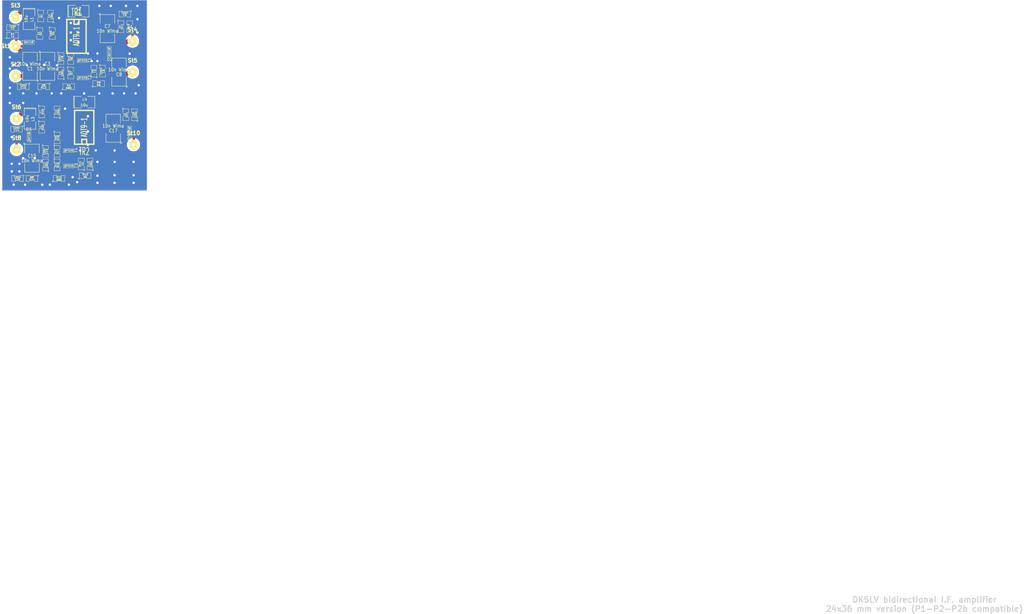
<source format=kicad_pcb>
(kicad_pcb (version 3) (host pcbnew "(2013-07-07 BZR 4022)-stable")

  (general
    (links 93)
    (no_connects 0)
    (area 105.288267 112.969999 374.622142 275.38)
    (thickness 1.6)
    (drawings 5)
    (tracks 428)
    (zones 0)
    (modules 64)
    (nets 36)
  )

  (page A3)
  (layers
    (15 Dessus.Cu signal)
    (0 Dessous.Cu signal)
    (16 Dessous.Adhes user)
    (17 Dessus.Adhes user)
    (18 Dessous.Pate user)
    (19 Dessus.Pate user)
    (20 Dessous.SilkS user)
    (21 Dessus.SilkS user)
    (22 Dessous.Masque user)
    (23 Dessus.Masque user)
    (24 Dessin.User user)
    (25 Cmts.User user)
    (26 Eco1.User user)
    (27 Eco2.User user)
    (28 Contours.Ci user)
  )

  (setup
    (last_trace_width 0.254)
    (user_trace_width 0.6)
    (user_trace_width 1)
    (user_trace_width 1.5)
    (trace_clearance 0.254)
    (zone_clearance 0.5)
    (zone_45_only no)
    (trace_min 0.254)
    (segment_width 0.2)
    (edge_width 0.1)
    (via_size 0.889)
    (via_drill 0.635)
    (via_min_size 0.889)
    (via_min_drill 0.508)
    (uvia_size 0.508)
    (uvia_drill 0.127)
    (uvias_allowed no)
    (uvia_min_size 0.508)
    (uvia_min_drill 0.127)
    (pcb_text_width 0.3)
    (pcb_text_size 1.5 1.5)
    (mod_edge_width 0.15)
    (mod_text_size 1 1)
    (mod_text_width 0.15)
    (pad_size 1.5 2)
    (pad_drill 0)
    (pad_to_mask_clearance 0)
    (aux_axis_origin 0 0)
    (visible_elements 7FFFFFFF)
    (pcbplotparams
      (layerselection 284983297)
      (usegerberextensions true)
      (excludeedgelayer true)
      (linewidth 0.150000)
      (plotframeref false)
      (viasonmask false)
      (mode 1)
      (useauxorigin false)
      (hpglpennumber 1)
      (hpglpenspeed 20)
      (hpglpendiameter 15)
      (hpglpenoverlay 2)
      (psnegative false)
      (psa4output false)
      (plotreference true)
      (plotvalue true)
      (plotothertext true)
      (plotinvisibletext false)
      (padsonsilk false)
      (subtractmaskfromsilk false)
      (outputformat 1)
      (mirror false)
      (drillshape 0)
      (scaleselection 1)
      (outputdirectory "../../../../../../../Desktop/for yury/"))
  )

  (net 0 "")
  (net 1 GND)
  (net 2 N-000001)
  (net 3 N-0000010)
  (net 4 N-0000011)
  (net 5 N-0000012)
  (net 6 N-0000013)
  (net 7 N-0000014)
  (net 8 N-0000015)
  (net 9 N-0000016)
  (net 10 N-0000018)
  (net 11 N-000002)
  (net 12 N-0000021)
  (net 13 N-0000022)
  (net 14 N-0000023)
  (net 15 N-0000024)
  (net 16 N-0000026)
  (net 17 N-0000027)
  (net 18 N-0000028)
  (net 19 N-0000029)
  (net 20 N-000003)
  (net 21 N-0000030)
  (net 22 N-0000031)
  (net 23 N-0000032)
  (net 24 N-0000033)
  (net 25 N-0000034)
  (net 26 N-0000035)
  (net 27 N-0000036)
  (net 28 N-0000037)
  (net 29 N-0000038)
  (net 30 N-0000039)
  (net 31 N-000005)
  (net 32 N-000006)
  (net 33 N-000007)
  (net 34 N-000008)
  (net 35 N-000009)

  (net_class Default "Ceci est la Netclass par défaut"
    (clearance 0.254)
    (trace_width 0.254)
    (via_dia 0.889)
    (via_drill 0.635)
    (uvia_dia 0.508)
    (uvia_drill 0.127)
    (add_net "")
    (add_net GND)
    (add_net N-000001)
    (add_net N-0000010)
    (add_net N-0000011)
    (add_net N-0000012)
    (add_net N-0000013)
    (add_net N-0000014)
    (add_net N-0000015)
    (add_net N-0000016)
    (add_net N-0000018)
    (add_net N-000002)
    (add_net N-0000021)
    (add_net N-0000022)
    (add_net N-0000023)
    (add_net N-0000024)
    (add_net N-0000026)
    (add_net N-0000027)
    (add_net N-0000028)
    (add_net N-0000029)
    (add_net N-000003)
    (add_net N-0000030)
    (add_net N-0000031)
    (add_net N-0000032)
    (add_net N-0000033)
    (add_net N-0000034)
    (add_net N-0000035)
    (add_net N-0000036)
    (add_net N-0000037)
    (add_net N-0000038)
    (add_net N-0000039)
    (add_net N-000005)
    (add_net N-000006)
    (add_net N-000007)
    (add_net N-000008)
    (add_net N-000009)
  )

  (module SOT23 (layer Dessus.Cu) (tedit 53A83C2D) (tstamp 53A80D98)
    (at 113.484 124.044 180)
    (tags SOT23)
    (path /53A91F23)
    (fp_text reference D1 (at 1.99898 -0.09906 270) (layer Dessus.SilkS)
      (effects (font (size 0.762 0.762) (thickness 0.11938)))
    )
    (fp_text value BAT18 (at 0.0635 0 180) (layer Dessus.SilkS)
      (effects (font (size 0.50038 0.50038) (thickness 0.09906)))
    )
    (fp_circle (center -1.17602 0.35052) (end -1.30048 0.44958) (layer Dessus.SilkS) (width 0.07874))
    (fp_line (start 1.27 -0.508) (end 1.27 0.508) (layer Dessus.SilkS) (width 0.07874))
    (fp_line (start -1.3335 -0.508) (end -1.3335 0.508) (layer Dessus.SilkS) (width 0.07874))
    (fp_line (start 1.27 0.508) (end -1.3335 0.508) (layer Dessus.SilkS) (width 0.07874))
    (fp_line (start -1.3335 -0.508) (end 1.27 -0.508) (layer Dessus.SilkS) (width 0.07874))
    (pad 3 smd rect (at 0 -1.09982 180) (size 0.8001 1.00076)
      (layers Dessus.Cu Dessus.Pate Dessus.Masque)
      (net 7 N-0000014)
    )
    (pad 2 smd rect (at 0.9525 1.09982 180) (size 0.8001 1.00076)
      (layers Dessus.Cu Dessus.Pate Dessus.Masque)
    )
    (pad 1 smd rect (at -0.9525 1.09982 180) (size 0.8001 1.00076)
      (layers Dessus.Cu Dessus.Pate Dessus.Masque)
      (net 17 N-0000027)
    )
    (model smd\SOT23_3.wrl
      (at (xyz 0 0 0))
      (scale (xyz 0.4 0.4 0.4))
      (rotate (xyz 0 0 180))
    )
  )

  (module SOT23 (layer Dessus.Cu) (tedit 5051A6D7) (tstamp 53A80DA4)
    (at 139.9 147.444 270)
    (tags SOT23)
    (path /53A91F32)
    (fp_text reference D4 (at 1.99898 -0.09906 360) (layer Dessus.SilkS)
      (effects (font (size 0.762 0.762) (thickness 0.11938)))
    )
    (fp_text value BAT18 (at 0.0635 0 270) (layer Dessus.SilkS)
      (effects (font (size 0.50038 0.50038) (thickness 0.09906)))
    )
    (fp_circle (center -1.17602 0.35052) (end -1.30048 0.44958) (layer Dessus.SilkS) (width 0.07874))
    (fp_line (start 1.27 -0.508) (end 1.27 0.508) (layer Dessus.SilkS) (width 0.07874))
    (fp_line (start -1.3335 -0.508) (end -1.3335 0.508) (layer Dessus.SilkS) (width 0.07874))
    (fp_line (start 1.27 0.508) (end -1.3335 0.508) (layer Dessus.SilkS) (width 0.07874))
    (fp_line (start -1.3335 -0.508) (end 1.27 -0.508) (layer Dessus.SilkS) (width 0.07874))
    (pad 3 smd rect (at 0 -1.09982 270) (size 0.8001 1.00076)
      (layers Dessus.Cu Dessus.Pate Dessus.Masque)
      (net 8 N-0000015)
    )
    (pad 2 smd rect (at 0.9525 1.09982 270) (size 0.8001 1.00076)
      (layers Dessus.Cu Dessus.Pate Dessus.Masque)
    )
    (pad 1 smd rect (at -0.9525 1.09982 270) (size 0.8001 1.00076)
      (layers Dessus.Cu Dessus.Pate Dessus.Masque)
      (net 11 N-000002)
    )
    (model smd\SOT23_3.wrl
      (at (xyz 0 0 0))
      (scale (xyz 0.4 0.4 0.4))
      (rotate (xyz 0 0 180))
    )
  )

  (module SOT23 (layer Dessus.Cu) (tedit 5051A6D7) (tstamp 53A80DB0)
    (at 123.898 156.588)
    (tags SOT23)
    (path /53A9237B)
    (fp_text reference T3 (at 1.99898 -0.09906 90) (layer Dessus.SilkS)
      (effects (font (size 0.762 0.762) (thickness 0.11938)))
    )
    (fp_text value BFS20 (at 0.0635 0) (layer Dessus.SilkS)
      (effects (font (size 0.50038 0.50038) (thickness 0.09906)))
    )
    (fp_circle (center -1.17602 0.35052) (end -1.30048 0.44958) (layer Dessus.SilkS) (width 0.07874))
    (fp_line (start 1.27 -0.508) (end 1.27 0.508) (layer Dessus.SilkS) (width 0.07874))
    (fp_line (start -1.3335 -0.508) (end -1.3335 0.508) (layer Dessus.SilkS) (width 0.07874))
    (fp_line (start 1.27 0.508) (end -1.3335 0.508) (layer Dessus.SilkS) (width 0.07874))
    (fp_line (start -1.3335 -0.508) (end 1.27 -0.508) (layer Dessus.SilkS) (width 0.07874))
    (pad 3 smd rect (at 0 -1.09982) (size 0.8001 1.00076)
      (layers Dessus.Cu Dessus.Pate Dessus.Masque)
      (net 5 N-0000012)
    )
    (pad 2 smd rect (at 0.9525 1.09982) (size 0.8001 1.00076)
      (layers Dessus.Cu Dessus.Pate Dessus.Masque)
      (net 2 N-000001)
    )
    (pad 1 smd rect (at -0.9525 1.09982) (size 0.8001 1.00076)
      (layers Dessus.Cu Dessus.Pate Dessus.Masque)
      (net 3 N-0000010)
    )
    (model smd\SOT23_3.wrl
      (at (xyz 0 0 0))
      (scale (xyz 0.4 0.4 0.4))
      (rotate (xyz 0 0 180))
    )
  )

  (module SOT23 (layer Dessus.Cu) (tedit 5051A6D7) (tstamp 53A80DBC)
    (at 123.898 152.524)
    (tags SOT23)
    (path /53A9236C)
    (fp_text reference T4 (at 1.99898 -0.09906 90) (layer Dessus.SilkS)
      (effects (font (size 0.762 0.762) (thickness 0.11938)))
    )
    (fp_text value BFS20 (at 0.0635 0) (layer Dessus.SilkS)
      (effects (font (size 0.50038 0.50038) (thickness 0.09906)))
    )
    (fp_circle (center -1.17602 0.35052) (end -1.30048 0.44958) (layer Dessus.SilkS) (width 0.07874))
    (fp_line (start 1.27 -0.508) (end 1.27 0.508) (layer Dessus.SilkS) (width 0.07874))
    (fp_line (start -1.3335 -0.508) (end -1.3335 0.508) (layer Dessus.SilkS) (width 0.07874))
    (fp_line (start 1.27 0.508) (end -1.3335 0.508) (layer Dessus.SilkS) (width 0.07874))
    (fp_line (start -1.3335 -0.508) (end 1.27 -0.508) (layer Dessus.SilkS) (width 0.07874))
    (pad 3 smd rect (at 0 -1.09982) (size 0.8001 1.00076)
      (layers Dessus.Cu Dessus.Pate Dessus.Masque)
      (net 4 N-0000011)
    )
    (pad 2 smd rect (at 0.9525 1.09982) (size 0.8001 1.00076)
      (layers Dessus.Cu Dessus.Pate Dessus.Masque)
      (net 5 N-0000012)
    )
    (pad 1 smd rect (at -0.9525 1.09982) (size 0.8001 1.00076)
      (layers Dessus.Cu Dessus.Pate Dessus.Masque)
      (net 25 N-0000034)
    )
    (model smd\SOT23_3.wrl
      (at (xyz 0 0 0))
      (scale (xyz 0.4 0.4 0.4))
      (rotate (xyz 0 0 180))
    )
  )

  (module SOT23 (layer Dessus.Cu) (tedit 5051A6D7) (tstamp 53A80DC8)
    (at 113.484 148.968 90)
    (tags SOT23)
    (path /53A91F41)
    (fp_text reference D3 (at 1.99898 -0.09906 180) (layer Dessus.SilkS)
      (effects (font (size 0.762 0.762) (thickness 0.11938)))
    )
    (fp_text value BAT18 (at 0.0635 0 90) (layer Dessus.SilkS)
      (effects (font (size 0.50038 0.50038) (thickness 0.09906)))
    )
    (fp_circle (center -1.17602 0.35052) (end -1.30048 0.44958) (layer Dessus.SilkS) (width 0.07874))
    (fp_line (start 1.27 -0.508) (end 1.27 0.508) (layer Dessus.SilkS) (width 0.07874))
    (fp_line (start -1.3335 -0.508) (end -1.3335 0.508) (layer Dessus.SilkS) (width 0.07874))
    (fp_line (start 1.27 0.508) (end -1.3335 0.508) (layer Dessus.SilkS) (width 0.07874))
    (fp_line (start -1.3335 -0.508) (end 1.27 -0.508) (layer Dessus.SilkS) (width 0.07874))
    (pad 3 smd rect (at 0 -1.09982 90) (size 0.8001 1.00076)
      (layers Dessus.Cu Dessus.Pate Dessus.Masque)
      (net 6 N-0000013)
    )
    (pad 2 smd rect (at 0.9525 1.09982 90) (size 0.8001 1.00076)
      (layers Dessus.Cu Dessus.Pate Dessus.Masque)
    )
    (pad 1 smd rect (at -0.9525 1.09982 90) (size 0.8001 1.00076)
      (layers Dessus.Cu Dessus.Pate Dessus.Masque)
      (net 35 N-000009)
    )
    (model smd\SOT23_3.wrl
      (at (xyz 0 0 0))
      (scale (xyz 0.4 0.4 0.4))
      (rotate (xyz 0 0 180))
    )
  )

  (module SOT23 (layer Dessus.Cu) (tedit 5051A6D7) (tstamp 53A80DD4)
    (at 134.566 126.584 270)
    (tags SOT23)
    (path /53A91F00)
    (fp_text reference D2 (at 1.99898 -0.09906 360) (layer Dessus.SilkS)
      (effects (font (size 0.762 0.762) (thickness 0.11938)))
    )
    (fp_text value BAT18 (at 0.0635 0 270) (layer Dessus.SilkS)
      (effects (font (size 0.50038 0.50038) (thickness 0.09906)))
    )
    (fp_circle (center -1.17602 0.35052) (end -1.30048 0.44958) (layer Dessus.SilkS) (width 0.07874))
    (fp_line (start 1.27 -0.508) (end 1.27 0.508) (layer Dessus.SilkS) (width 0.07874))
    (fp_line (start -1.3335 -0.508) (end -1.3335 0.508) (layer Dessus.SilkS) (width 0.07874))
    (fp_line (start 1.27 0.508) (end -1.3335 0.508) (layer Dessus.SilkS) (width 0.07874))
    (fp_line (start -1.3335 -0.508) (end 1.27 -0.508) (layer Dessus.SilkS) (width 0.07874))
    (pad 3 smd rect (at 0 -1.09982 270) (size 0.8001 1.00076)
      (layers Dessus.Cu Dessus.Pate Dessus.Masque)
      (net 33 N-000007)
    )
    (pad 2 smd rect (at 0.9525 1.09982 270) (size 0.8001 1.00076)
      (layers Dessus.Cu Dessus.Pate Dessus.Masque)
    )
    (pad 1 smd rect (at -0.9525 1.09982 270) (size 0.8001 1.00076)
      (layers Dessus.Cu Dessus.Pate Dessus.Masque)
      (net 29 N-0000038)
    )
    (model smd\SOT23_3.wrl
      (at (xyz 0 0 0))
      (scale (xyz 0.4 0.4 0.4))
      (rotate (xyz 0 0 180))
    )
  )

  (module SOT23 (layer Dessus.Cu) (tedit 5051A6D7) (tstamp 53A80DE0)
    (at 127.454 133.442)
    (tags SOT23)
    (path /53A9235D)
    (fp_text reference T2 (at 1.99898 -0.09906 90) (layer Dessus.SilkS)
      (effects (font (size 0.762 0.762) (thickness 0.11938)))
    )
    (fp_text value BFS20 (at 0.0635 0) (layer Dessus.SilkS)
      (effects (font (size 0.50038 0.50038) (thickness 0.09906)))
    )
    (fp_circle (center -1.17602 0.35052) (end -1.30048 0.44958) (layer Dessus.SilkS) (width 0.07874))
    (fp_line (start 1.27 -0.508) (end 1.27 0.508) (layer Dessus.SilkS) (width 0.07874))
    (fp_line (start -1.3335 -0.508) (end -1.3335 0.508) (layer Dessus.SilkS) (width 0.07874))
    (fp_line (start 1.27 0.508) (end -1.3335 0.508) (layer Dessus.SilkS) (width 0.07874))
    (fp_line (start -1.3335 -0.508) (end 1.27 -0.508) (layer Dessus.SilkS) (width 0.07874))
    (pad 3 smd rect (at 0 -1.09982) (size 0.8001 1.00076)
      (layers Dessus.Cu Dessus.Pate Dessus.Masque)
      (net 9 N-0000016)
    )
    (pad 2 smd rect (at 0.9525 1.09982) (size 0.8001 1.00076)
      (layers Dessus.Cu Dessus.Pate Dessus.Masque)
      (net 28 N-0000037)
    )
    (pad 1 smd rect (at -0.9525 1.09982) (size 0.8001 1.00076)
      (layers Dessus.Cu Dessus.Pate Dessus.Masque)
      (net 22 N-0000031)
    )
    (model smd\SOT23_3.wrl
      (at (xyz 0 0 0))
      (scale (xyz 0.4 0.4 0.4))
      (rotate (xyz 0 0 180))
    )
  )

  (module SOT23 (layer Dessus.Cu) (tedit 5051A6D7) (tstamp 53A80DEC)
    (at 127.454 128.87)
    (tags SOT23)
    (path /53A9234E)
    (fp_text reference T1 (at 1.99898 -0.09906 90) (layer Dessus.SilkS)
      (effects (font (size 0.762 0.762) (thickness 0.11938)))
    )
    (fp_text value BFS20 (at 0.0635 0) (layer Dessus.SilkS)
      (effects (font (size 0.50038 0.50038) (thickness 0.09906)))
    )
    (fp_circle (center -1.17602 0.35052) (end -1.30048 0.44958) (layer Dessus.SilkS) (width 0.07874))
    (fp_line (start 1.27 -0.508) (end 1.27 0.508) (layer Dessus.SilkS) (width 0.07874))
    (fp_line (start -1.3335 -0.508) (end -1.3335 0.508) (layer Dessus.SilkS) (width 0.07874))
    (fp_line (start 1.27 0.508) (end -1.3335 0.508) (layer Dessus.SilkS) (width 0.07874))
    (fp_line (start -1.3335 -0.508) (end 1.27 -0.508) (layer Dessus.SilkS) (width 0.07874))
    (pad 3 smd rect (at 0 -1.09982) (size 0.8001 1.00076)
      (layers Dessus.Cu Dessus.Pate Dessus.Masque)
      (net 18 N-0000028)
    )
    (pad 2 smd rect (at 0.9525 1.09982) (size 0.8001 1.00076)
      (layers Dessus.Cu Dessus.Pate Dessus.Masque)
      (net 9 N-0000016)
    )
    (pad 1 smd rect (at -0.9525 1.09982) (size 0.8001 1.00076)
      (layers Dessus.Cu Dessus.Pate Dessus.Masque)
      (net 19 N-0000029)
    )
    (model smd\SOT23_3.wrl
      (at (xyz 0 0 0))
      (scale (xyz 0.4 0.4 0.4))
      (rotate (xyz 0 0 180))
    )
  )

  (module SM1812L (layer Dessus.Cu) (tedit 3D638E8B) (tstamp 53A80DF9)
    (at 113.738 130.394 90)
    (tags "CMS SM")
    (path /537DED39)
    (attr smd)
    (fp_text reference C1 (at -0.62992 0 180) (layer Dessus.SilkS)
      (effects (font (size 0.889 0.762) (thickness 0.127)))
    )
    (fp_text value "10n Wima" (at 0.635 0 180) (layer Dessus.SilkS)
      (effects (font (size 0.889 0.762) (thickness 0.127)))
    )
    (fp_circle (center -3.81 2.032) (end -3.683 1.905) (layer Dessus.SilkS) (width 0.127))
    (fp_line (start 1.397 1.905) (end 3.683 1.905) (layer Dessus.SilkS) (width 0.127))
    (fp_line (start 3.683 1.905) (end 3.683 -1.905) (layer Dessus.SilkS) (width 0.127))
    (fp_line (start 3.683 -1.905) (end 1.397 -1.905) (layer Dessus.SilkS) (width 0.127))
    (fp_line (start -1.397 -1.905) (end -3.683 -1.905) (layer Dessus.SilkS) (width 0.127))
    (fp_line (start -3.683 -1.905) (end -3.683 1.905) (layer Dessus.SilkS) (width 0.127))
    (fp_line (start -3.683 1.905) (end -1.397 1.905) (layer Dessus.SilkS) (width 0.127))
    (pad 1 smd rect (at -2.54 0 90) (size 2.032 3.556)
      (layers Dessus.Cu Dessus.Pate Dessus.Masque)
      (net 15 N-0000024)
    )
    (pad 2 smd rect (at 2.54 0 90) (size 2.032 3.556)
      (layers Dessus.Cu Dessus.Pate Dessus.Masque)
      (net 7 N-0000014)
    )
    (model smd/chip_cms.wrl
      (at (xyz 0 0 0))
      (scale (xyz 0.27 0.3 0.3))
      (rotate (xyz 0 0 0))
    )
  )

  (module SM1812L (layer Dessus.Cu) (tedit 3D638E8B) (tstamp 53A80E06)
    (at 135.582 146.682 90)
    (tags "CMS SM")
    (path /537DF867)
    (attr smd)
    (fp_text reference C17 (at -0.62992 0 180) (layer Dessus.SilkS)
      (effects (font (size 0.889 0.762) (thickness 0.127)))
    )
    (fp_text value "10n Wima" (at 0.635 0 180) (layer Dessus.SilkS)
      (effects (font (size 0.889 0.762) (thickness 0.127)))
    )
    (fp_circle (center -3.81 2.032) (end -3.683 1.905) (layer Dessus.SilkS) (width 0.127))
    (fp_line (start 1.397 1.905) (end 3.683 1.905) (layer Dessus.SilkS) (width 0.127))
    (fp_line (start 3.683 1.905) (end 3.683 -1.905) (layer Dessus.SilkS) (width 0.127))
    (fp_line (start 3.683 -1.905) (end 1.397 -1.905) (layer Dessus.SilkS) (width 0.127))
    (fp_line (start -1.397 -1.905) (end -3.683 -1.905) (layer Dessus.SilkS) (width 0.127))
    (fp_line (start -3.683 -1.905) (end -3.683 1.905) (layer Dessus.SilkS) (width 0.127))
    (fp_line (start -3.683 1.905) (end -1.397 1.905) (layer Dessus.SilkS) (width 0.127))
    (pad 1 smd rect (at -2.54 0 90) (size 2.032 3.556)
      (layers Dessus.Cu Dessus.Pate Dessus.Masque)
      (net 10 N-0000018)
    )
    (pad 2 smd rect (at 2.54 0 90) (size 2.032 3.556)
      (layers Dessus.Cu Dessus.Pate Dessus.Masque)
      (net 11 N-000002)
    )
    (model smd/chip_cms.wrl
      (at (xyz 0 0 0))
      (scale (xyz 0.27 0.3 0.3))
      (rotate (xyz 0 0 0))
    )
  )

  (module SM1812L (layer Dessus.Cu) (tedit 3D638E8B) (tstamp 53A80E13)
    (at 114.246 154.556 270)
    (tags "CMS SM")
    (path /537DF7B3)
    (attr smd)
    (fp_text reference C15 (at -0.62992 0 360) (layer Dessus.SilkS)
      (effects (font (size 0.889 0.762) (thickness 0.127)))
    )
    (fp_text value "10n Wima" (at 0.635 0 360) (layer Dessus.SilkS)
      (effects (font (size 0.889 0.762) (thickness 0.127)))
    )
    (fp_circle (center -3.81 2.032) (end -3.683 1.905) (layer Dessus.SilkS) (width 0.127))
    (fp_line (start 1.397 1.905) (end 3.683 1.905) (layer Dessus.SilkS) (width 0.127))
    (fp_line (start 3.683 1.905) (end 3.683 -1.905) (layer Dessus.SilkS) (width 0.127))
    (fp_line (start 3.683 -1.905) (end 1.397 -1.905) (layer Dessus.SilkS) (width 0.127))
    (fp_line (start -1.397 -1.905) (end -3.683 -1.905) (layer Dessus.SilkS) (width 0.127))
    (fp_line (start -3.683 -1.905) (end -3.683 1.905) (layer Dessus.SilkS) (width 0.127))
    (fp_line (start -3.683 1.905) (end -1.397 1.905) (layer Dessus.SilkS) (width 0.127))
    (pad 1 smd rect (at -2.54 0 270) (size 2.032 3.556)
      (layers Dessus.Cu Dessus.Pate Dessus.Masque)
      (net 35 N-000009)
    )
    (pad 2 smd rect (at 2.54 0 270) (size 2.032 3.556)
      (layers Dessus.Cu Dessus.Pate Dessus.Masque)
      (net 3 N-0000010)
    )
    (model smd/chip_cms.wrl
      (at (xyz 0 0 0))
      (scale (xyz 0.27 0.3 0.3))
      (rotate (xyz 0 0 0))
    )
  )

  (module SM1812L (layer Dessus.Cu) (tedit 3D638E8B) (tstamp 53A80E20)
    (at 137.106 131.918 90)
    (tags "CMS SM")
    (path /537DF7A1)
    (attr smd)
    (fp_text reference C8 (at -0.62992 0 180) (layer Dessus.SilkS)
      (effects (font (size 0.889 0.762) (thickness 0.127)))
    )
    (fp_text value "10n Wima" (at 0.635 0 180) (layer Dessus.SilkS)
      (effects (font (size 0.889 0.762) (thickness 0.127)))
    )
    (fp_circle (center -3.81 2.032) (end -3.683 1.905) (layer Dessus.SilkS) (width 0.127))
    (fp_line (start 1.397 1.905) (end 3.683 1.905) (layer Dessus.SilkS) (width 0.127))
    (fp_line (start 3.683 1.905) (end 3.683 -1.905) (layer Dessus.SilkS) (width 0.127))
    (fp_line (start 3.683 -1.905) (end 1.397 -1.905) (layer Dessus.SilkS) (width 0.127))
    (fp_line (start -1.397 -1.905) (end -3.683 -1.905) (layer Dessus.SilkS) (width 0.127))
    (fp_line (start -3.683 -1.905) (end -3.683 1.905) (layer Dessus.SilkS) (width 0.127))
    (fp_line (start -3.683 1.905) (end -1.397 1.905) (layer Dessus.SilkS) (width 0.127))
    (pad 1 smd rect (at -2.54 0 90) (size 2.032 3.556)
      (layers Dessus.Cu Dessus.Pate Dessus.Masque)
      (net 14 N-0000023)
    )
    (pad 2 smd rect (at 2.54 0 90) (size 2.032 3.556)
      (layers Dessus.Cu Dessus.Pate Dessus.Masque)
      (net 33 N-000007)
    )
    (model smd/chip_cms.wrl
      (at (xyz 0 0 0))
      (scale (xyz 0.27 0.3 0.3))
      (rotate (xyz 0 0 0))
    )
  )

  (module SM1812L (layer Dessus.Cu) (tedit 3D638E8B) (tstamp 53A80E2D)
    (at 134.058 120.488 270)
    (tags "CMS SM")
    (path /537DF32E)
    (attr smd)
    (fp_text reference C7 (at -0.62992 0 360) (layer Dessus.SilkS)
      (effects (font (size 0.889 0.762) (thickness 0.127)))
    )
    (fp_text value "10n Wima" (at 0.635 0 360) (layer Dessus.SilkS)
      (effects (font (size 0.889 0.762) (thickness 0.127)))
    )
    (fp_circle (center -3.81 2.032) (end -3.683 1.905) (layer Dessus.SilkS) (width 0.127))
    (fp_line (start 1.397 1.905) (end 3.683 1.905) (layer Dessus.SilkS) (width 0.127))
    (fp_line (start 3.683 1.905) (end 3.683 -1.905) (layer Dessus.SilkS) (width 0.127))
    (fp_line (start 3.683 -1.905) (end 1.397 -1.905) (layer Dessus.SilkS) (width 0.127))
    (fp_line (start -1.397 -1.905) (end -3.683 -1.905) (layer Dessus.SilkS) (width 0.127))
    (fp_line (start -3.683 -1.905) (end -3.683 1.905) (layer Dessus.SilkS) (width 0.127))
    (fp_line (start -3.683 1.905) (end -1.397 1.905) (layer Dessus.SilkS) (width 0.127))
    (pad 1 smd rect (at -2.54 0 270) (size 2.032 3.556)
      (layers Dessus.Cu Dessus.Pate Dessus.Masque)
      (net 12 N-0000021)
    )
    (pad 2 smd rect (at 2.54 0 270) (size 2.032 3.556)
      (layers Dessus.Cu Dessus.Pate Dessus.Masque)
      (net 29 N-0000038)
    )
    (model smd/chip_cms.wrl
      (at (xyz 0 0 0))
      (scale (xyz 0.27 0.3 0.3))
      (rotate (xyz 0 0 0))
    )
  )

  (module SM1812L (layer Dessus.Cu) (tedit 3D638E8B) (tstamp 53A80E3A)
    (at 118.31 130.394 270)
    (tags "CMS SM")
    (path /537DEDAF)
    (attr smd)
    (fp_text reference C3 (at -0.62992 0 360) (layer Dessus.SilkS)
      (effects (font (size 0.889 0.762) (thickness 0.127)))
    )
    (fp_text value "10n Wima" (at 0.635 0 360) (layer Dessus.SilkS)
      (effects (font (size 0.889 0.762) (thickness 0.127)))
    )
    (fp_circle (center -3.81 2.032) (end -3.683 1.905) (layer Dessus.SilkS) (width 0.127))
    (fp_line (start 1.397 1.905) (end 3.683 1.905) (layer Dessus.SilkS) (width 0.127))
    (fp_line (start 3.683 1.905) (end 3.683 -1.905) (layer Dessus.SilkS) (width 0.127))
    (fp_line (start 3.683 -1.905) (end 1.397 -1.905) (layer Dessus.SilkS) (width 0.127))
    (fp_line (start -1.397 -1.905) (end -3.683 -1.905) (layer Dessus.SilkS) (width 0.127))
    (fp_line (start -3.683 -1.905) (end -3.683 1.905) (layer Dessus.SilkS) (width 0.127))
    (fp_line (start -3.683 1.905) (end -1.397 1.905) (layer Dessus.SilkS) (width 0.127))
    (pad 1 smd rect (at -2.54 0 270) (size 2.032 3.556)
      (layers Dessus.Cu Dessus.Pate Dessus.Masque)
      (net 17 N-0000027)
    )
    (pad 2 smd rect (at 2.54 0 270) (size 2.032 3.556)
      (layers Dessus.Cu Dessus.Pate Dessus.Masque)
      (net 22 N-0000031)
    )
    (model smd/chip_cms.wrl
      (at (xyz 0 0 0))
      (scale (xyz 0.27 0.3 0.3))
      (rotate (xyz 0 0 0))
    )
  )

  (module SM0805 (layer Dessus.Cu) (tedit 5091495C) (tstamp 53A80E7B)
    (at 121.358 159.89)
    (path /537DF7D1)
    (attr smd)
    (fp_text reference R15 (at 0 -0.3175) (layer Dessus.SilkS)
      (effects (font (size 0.50038 0.50038) (thickness 0.10922)))
    )
    (fp_text value 680 (at 0 0.381) (layer Dessus.SilkS)
      (effects (font (size 0.50038 0.50038) (thickness 0.10922)))
    )
    (fp_circle (center -1.651 0.762) (end -1.651 0.635) (layer Dessus.SilkS) (width 0.09906))
    (fp_line (start -0.508 0.762) (end -1.524 0.762) (layer Dessus.SilkS) (width 0.09906))
    (fp_line (start -1.524 0.762) (end -1.524 -0.762) (layer Dessus.SilkS) (width 0.09906))
    (fp_line (start -1.524 -0.762) (end -0.508 -0.762) (layer Dessus.SilkS) (width 0.09906))
    (fp_line (start 0.508 -0.762) (end 1.524 -0.762) (layer Dessus.SilkS) (width 0.09906))
    (fp_line (start 1.524 -0.762) (end 1.524 0.762) (layer Dessus.SilkS) (width 0.09906))
    (fp_line (start 1.524 0.762) (end 0.508 0.762) (layer Dessus.SilkS) (width 0.09906))
    (pad 1 smd rect (at -0.9525 0) (size 0.889 1.397)
      (layers Dessus.Cu Dessus.Pate Dessus.Masque)
      (net 3 N-0000010)
    )
    (pad 2 smd rect (at 0.9525 0) (size 0.889 1.397)
      (layers Dessus.Cu Dessus.Pate Dessus.Masque)
      (net 1 GND)
    )
    (model smd/chip_cms.wrl
      (at (xyz 0 0 0))
      (scale (xyz 0.1 0.1 0.1))
      (rotate (xyz 0 0 0))
    )
  )

  (module SM0805 (layer Dessus.Cu) (tedit 5091495C) (tstamp 53A80E88)
    (at 114.246 159.89 180)
    (path /537DF7C5)
    (attr smd)
    (fp_text reference R24 (at 0 -0.3175 180) (layer Dessus.SilkS)
      (effects (font (size 0.50038 0.50038) (thickness 0.10922)))
    )
    (fp_text value 68 (at 0 0.381 180) (layer Dessus.SilkS)
      (effects (font (size 0.50038 0.50038) (thickness 0.10922)))
    )
    (fp_circle (center -1.651 0.762) (end -1.651 0.635) (layer Dessus.SilkS) (width 0.09906))
    (fp_line (start -0.508 0.762) (end -1.524 0.762) (layer Dessus.SilkS) (width 0.09906))
    (fp_line (start -1.524 0.762) (end -1.524 -0.762) (layer Dessus.SilkS) (width 0.09906))
    (fp_line (start -1.524 -0.762) (end -0.508 -0.762) (layer Dessus.SilkS) (width 0.09906))
    (fp_line (start 0.508 -0.762) (end 1.524 -0.762) (layer Dessus.SilkS) (width 0.09906))
    (fp_line (start 1.524 -0.762) (end 1.524 0.762) (layer Dessus.SilkS) (width 0.09906))
    (fp_line (start 1.524 0.762) (end 0.508 0.762) (layer Dessus.SilkS) (width 0.09906))
    (pad 1 smd rect (at -0.9525 0 180) (size 0.889 1.397)
      (layers Dessus.Cu Dessus.Pate Dessus.Masque)
      (net 3 N-0000010)
    )
    (pad 2 smd rect (at 0.9525 0 180) (size 0.889 1.397)
      (layers Dessus.Cu Dessus.Pate Dessus.Masque)
      (net 34 N-000008)
    )
    (model smd/chip_cms.wrl
      (at (xyz 0 0 0))
      (scale (xyz 0.1 0.1 0.1))
      (rotate (xyz 0 0 0))
    )
  )

  (module SM0805 (layer Dessus.Cu) (tedit 5091495C) (tstamp 53A80E95)
    (at 120.85 156.334 270)
    (path /537DF7D7)
    (attr smd)
    (fp_text reference R16 (at 0 -0.3175 270) (layer Dessus.SilkS)
      (effects (font (size 0.50038 0.50038) (thickness 0.10922)))
    )
    (fp_text value 2k2 (at 0 0.381 270) (layer Dessus.SilkS)
      (effects (font (size 0.50038 0.50038) (thickness 0.10922)))
    )
    (fp_circle (center -1.651 0.762) (end -1.651 0.635) (layer Dessus.SilkS) (width 0.09906))
    (fp_line (start -0.508 0.762) (end -1.524 0.762) (layer Dessus.SilkS) (width 0.09906))
    (fp_line (start -1.524 0.762) (end -1.524 -0.762) (layer Dessus.SilkS) (width 0.09906))
    (fp_line (start -1.524 -0.762) (end -0.508 -0.762) (layer Dessus.SilkS) (width 0.09906))
    (fp_line (start 0.508 -0.762) (end 1.524 -0.762) (layer Dessus.SilkS) (width 0.09906))
    (fp_line (start 1.524 -0.762) (end 1.524 0.762) (layer Dessus.SilkS) (width 0.09906))
    (fp_line (start 1.524 0.762) (end 0.508 0.762) (layer Dessus.SilkS) (width 0.09906))
    (pad 1 smd rect (at -0.9525 0 270) (size 0.889 1.397)
      (layers Dessus.Cu Dessus.Pate Dessus.Masque)
      (net 25 N-0000034)
    )
    (pad 2 smd rect (at 0.9525 0 270) (size 0.889 1.397)
      (layers Dessus.Cu Dessus.Pate Dessus.Masque)
      (net 3 N-0000010)
    )
    (model smd/chip_cms.wrl
      (at (xyz 0 0 0))
      (scale (xyz 0.1 0.1 0.1))
      (rotate (xyz 0 0 0))
    )
  )

  (module SM0805 (layer Dessus.Cu) (tedit 5091495C) (tstamp 53A80EAF)
    (at 120.85 152.778 270)
    (path /537DF7E3)
    (attr smd)
    (fp_text reference R17 (at 0 -0.3175 270) (layer Dessus.SilkS)
      (effects (font (size 0.50038 0.50038) (thickness 0.10922)))
    )
    (fp_text value 2k2 (at 0 0.381 270) (layer Dessus.SilkS)
      (effects (font (size 0.50038 0.50038) (thickness 0.10922)))
    )
    (fp_circle (center -1.651 0.762) (end -1.651 0.635) (layer Dessus.SilkS) (width 0.09906))
    (fp_line (start -0.508 0.762) (end -1.524 0.762) (layer Dessus.SilkS) (width 0.09906))
    (fp_line (start -1.524 0.762) (end -1.524 -0.762) (layer Dessus.SilkS) (width 0.09906))
    (fp_line (start -1.524 -0.762) (end -0.508 -0.762) (layer Dessus.SilkS) (width 0.09906))
    (fp_line (start 0.508 -0.762) (end 1.524 -0.762) (layer Dessus.SilkS) (width 0.09906))
    (fp_line (start 1.524 -0.762) (end 1.524 0.762) (layer Dessus.SilkS) (width 0.09906))
    (fp_line (start 1.524 0.762) (end 0.508 0.762) (layer Dessus.SilkS) (width 0.09906))
    (pad 1 smd rect (at -0.9525 0 270) (size 0.889 1.397)
      (layers Dessus.Cu Dessus.Pate Dessus.Masque)
      (net 27 N-0000036)
    )
    (pad 2 smd rect (at 0.9525 0 270) (size 0.889 1.397)
      (layers Dessus.Cu Dessus.Pate Dessus.Masque)
      (net 25 N-0000034)
    )
    (model smd/chip_cms.wrl
      (at (xyz 0 0 0))
      (scale (xyz 0.1 0.1 0.1))
      (rotate (xyz 0 0 0))
    )
  )

  (module SM0805 (layer Dessus.Cu) (tedit 5091495C) (tstamp 53A80EC9)
    (at 120.85 149.222 270)
    (path /537DF7EF)
    (attr smd)
    (fp_text reference R18 (at 0 -0.3175 270) (layer Dessus.SilkS)
      (effects (font (size 0.50038 0.50038) (thickness 0.10922)))
    )
    (fp_text value 400 (at 0 0.381 270) (layer Dessus.SilkS)
      (effects (font (size 0.50038 0.50038) (thickness 0.10922)))
    )
    (fp_circle (center -1.651 0.762) (end -1.651 0.635) (layer Dessus.SilkS) (width 0.09906))
    (fp_line (start -0.508 0.762) (end -1.524 0.762) (layer Dessus.SilkS) (width 0.09906))
    (fp_line (start -1.524 0.762) (end -1.524 -0.762) (layer Dessus.SilkS) (width 0.09906))
    (fp_line (start -1.524 -0.762) (end -0.508 -0.762) (layer Dessus.SilkS) (width 0.09906))
    (fp_line (start 0.508 -0.762) (end 1.524 -0.762) (layer Dessus.SilkS) (width 0.09906))
    (fp_line (start 1.524 -0.762) (end 1.524 0.762) (layer Dessus.SilkS) (width 0.09906))
    (fp_line (start 1.524 0.762) (end 0.508 0.762) (layer Dessus.SilkS) (width 0.09906))
    (pad 1 smd rect (at -0.9525 0 270) (size 0.889 1.397)
      (layers Dessus.Cu Dessus.Pate Dessus.Masque)
      (net 27 N-0000036)
    )
    (pad 2 smd rect (at 0.9525 0 270) (size 0.889 1.397)
      (layers Dessus.Cu Dessus.Pate Dessus.Masque)
      (net 4 N-0000011)
    )
    (model smd/chip_cms.wrl
      (at (xyz 0 0 0))
      (scale (xyz 0.1 0.1 0.1))
      (rotate (xyz 0 0 0))
    )
  )

  (module SM0805 (layer Dessus.Cu) (tedit 5091495C) (tstamp 53A80ED6)
    (at 116.786 142.364 270)
    (path /537DF7F5)
    (attr smd)
    (fp_text reference R19 (at 0 -0.3175 270) (layer Dessus.SilkS)
      (effects (font (size 0.50038 0.50038) (thickness 0.10922)))
    )
    (fp_text value 47 (at 0 0.381 270) (layer Dessus.SilkS)
      (effects (font (size 0.50038 0.50038) (thickness 0.10922)))
    )
    (fp_circle (center -1.651 0.762) (end -1.651 0.635) (layer Dessus.SilkS) (width 0.09906))
    (fp_line (start -0.508 0.762) (end -1.524 0.762) (layer Dessus.SilkS) (width 0.09906))
    (fp_line (start -1.524 0.762) (end -1.524 -0.762) (layer Dessus.SilkS) (width 0.09906))
    (fp_line (start -1.524 -0.762) (end -0.508 -0.762) (layer Dessus.SilkS) (width 0.09906))
    (fp_line (start 0.508 -0.762) (end 1.524 -0.762) (layer Dessus.SilkS) (width 0.09906))
    (fp_line (start 1.524 -0.762) (end 1.524 0.762) (layer Dessus.SilkS) (width 0.09906))
    (fp_line (start 1.524 0.762) (end 0.508 0.762) (layer Dessus.SilkS) (width 0.09906))
    (pad 1 smd rect (at -0.9525 0 270) (size 0.889 1.397)
      (layers Dessus.Cu Dessus.Pate Dessus.Masque)
      (net 31 N-000005)
    )
    (pad 2 smd rect (at 0.9525 0 270) (size 0.889 1.397)
      (layers Dessus.Cu Dessus.Pate Dessus.Masque)
      (net 27 N-0000036)
    )
    (model smd/chip_cms.wrl
      (at (xyz 0 0 0))
      (scale (xyz 0.1 0.1 0.1))
      (rotate (xyz 0 0 0))
    )
  )

  (module SM0805 (layer Dessus.Cu) (tedit 5091495C) (tstamp 53A80EF0)
    (at 139.9 119.98 90)
    (path /537DF82F)
    (attr smd)
    (fp_text reference R10 (at 0 -0.3175 90) (layer Dessus.SilkS)
      (effects (font (size 0.50038 0.50038) (thickness 0.10922)))
    )
    (fp_text value 1k (at 0 0.381 90) (layer Dessus.SilkS)
      (effects (font (size 0.50038 0.50038) (thickness 0.10922)))
    )
    (fp_circle (center -1.651 0.762) (end -1.651 0.635) (layer Dessus.SilkS) (width 0.09906))
    (fp_line (start -0.508 0.762) (end -1.524 0.762) (layer Dessus.SilkS) (width 0.09906))
    (fp_line (start -1.524 0.762) (end -1.524 -0.762) (layer Dessus.SilkS) (width 0.09906))
    (fp_line (start -1.524 -0.762) (end -0.508 -0.762) (layer Dessus.SilkS) (width 0.09906))
    (fp_line (start 0.508 -0.762) (end 1.524 -0.762) (layer Dessus.SilkS) (width 0.09906))
    (fp_line (start 1.524 -0.762) (end 1.524 0.762) (layer Dessus.SilkS) (width 0.09906))
    (fp_line (start 1.524 0.762) (end 0.508 0.762) (layer Dessus.SilkS) (width 0.09906))
    (pad 1 smd rect (at -0.9525 0 90) (size 0.889 1.397)
      (layers Dessus.Cu Dessus.Pate Dessus.Masque)
      (net 33 N-000007)
    )
    (pad 2 smd rect (at 0.9525 0 90) (size 0.889 1.397)
      (layers Dessus.Cu Dessus.Pate Dessus.Masque)
      (net 1 GND)
    )
    (model smd/chip_cms.wrl
      (at (xyz 0 0 0))
      (scale (xyz 0.1 0.1 0.1))
      (rotate (xyz 0 0 0))
    )
  )

  (module SM0805 (layer Dessus.Cu) (tedit 5091495C) (tstamp 53A80EFD)
    (at 109.166 120.234 180)
    (path /537DEDC8)
    (attr smd)
    (fp_text reference C2 (at 0 -0.3175 180) (layer Dessus.SilkS)
      (effects (font (size 0.50038 0.50038) (thickness 0.10922)))
    )
    (fp_text value 100n (at 0 0.381 180) (layer Dessus.SilkS)
      (effects (font (size 0.50038 0.50038) (thickness 0.10922)))
    )
    (fp_circle (center -1.651 0.762) (end -1.651 0.635) (layer Dessus.SilkS) (width 0.09906))
    (fp_line (start -0.508 0.762) (end -1.524 0.762) (layer Dessus.SilkS) (width 0.09906))
    (fp_line (start -1.524 0.762) (end -1.524 -0.762) (layer Dessus.SilkS) (width 0.09906))
    (fp_line (start -1.524 -0.762) (end -0.508 -0.762) (layer Dessus.SilkS) (width 0.09906))
    (fp_line (start 0.508 -0.762) (end 1.524 -0.762) (layer Dessus.SilkS) (width 0.09906))
    (fp_line (start 1.524 -0.762) (end 1.524 0.762) (layer Dessus.SilkS) (width 0.09906))
    (fp_line (start 1.524 0.762) (end 0.508 0.762) (layer Dessus.SilkS) (width 0.09906))
    (pad 1 smd rect (at -0.9525 0 180) (size 0.889 1.397)
      (layers Dessus.Cu Dessus.Pate Dessus.Masque)
      (net 23 N-0000032)
    )
    (pad 2 smd rect (at 0.9525 0 180) (size 0.889 1.397)
      (layers Dessus.Cu Dessus.Pate Dessus.Masque)
      (net 1 GND)
    )
    (model smd/chip_cms.wrl
      (at (xyz 0 0 0))
      (scale (xyz 0.1 0.1 0.1))
      (rotate (xyz 0 0 0))
    )
  )

  (module SM0805 (layer Dessus.Cu) (tedit 5091495C) (tstamp 53A80F0A)
    (at 116.278 121.758 270)
    (path /537DEDA0)
    (attr smd)
    (fp_text reference R2 (at 0 -0.3175 270) (layer Dessus.SilkS)
      (effects (font (size 0.50038 0.50038) (thickness 0.10922)))
    )
    (fp_text value 1k (at 0 0.381 270) (layer Dessus.SilkS)
      (effects (font (size 0.50038 0.50038) (thickness 0.10922)))
    )
    (fp_circle (center -1.651 0.762) (end -1.651 0.635) (layer Dessus.SilkS) (width 0.09906))
    (fp_line (start -0.508 0.762) (end -1.524 0.762) (layer Dessus.SilkS) (width 0.09906))
    (fp_line (start -1.524 0.762) (end -1.524 -0.762) (layer Dessus.SilkS) (width 0.09906))
    (fp_line (start -1.524 -0.762) (end -0.508 -0.762) (layer Dessus.SilkS) (width 0.09906))
    (fp_line (start 0.508 -0.762) (end 1.524 -0.762) (layer Dessus.SilkS) (width 0.09906))
    (fp_line (start 1.524 -0.762) (end 1.524 0.762) (layer Dessus.SilkS) (width 0.09906))
    (fp_line (start 1.524 0.762) (end 0.508 0.762) (layer Dessus.SilkS) (width 0.09906))
    (pad 1 smd rect (at -0.9525 0 270) (size 0.889 1.397)
      (layers Dessus.Cu Dessus.Pate Dessus.Masque)
      (net 23 N-0000032)
    )
    (pad 2 smd rect (at 0.9525 0 270) (size 0.889 1.397)
      (layers Dessus.Cu Dessus.Pate Dessus.Masque)
      (net 17 N-0000027)
    )
    (model smd/chip_cms.wrl
      (at (xyz 0 0 0))
      (scale (xyz 0.1 0.1 0.1))
      (rotate (xyz 0 0 0))
    )
  )

  (module SM0805 (layer Dessus.Cu) (tedit 5091495C) (tstamp 53A80F17)
    (at 138.884 143.126 270)
    (path /537DF873)
    (attr smd)
    (fp_text reference R21 (at 0 -0.3175 270) (layer Dessus.SilkS)
      (effects (font (size 0.50038 0.50038) (thickness 0.10922)))
    )
    (fp_text value 1k (at 0 0.381 270) (layer Dessus.SilkS)
      (effects (font (size 0.50038 0.50038) (thickness 0.10922)))
    )
    (fp_circle (center -1.651 0.762) (end -1.651 0.635) (layer Dessus.SilkS) (width 0.09906))
    (fp_line (start -0.508 0.762) (end -1.524 0.762) (layer Dessus.SilkS) (width 0.09906))
    (fp_line (start -1.524 0.762) (end -1.524 -0.762) (layer Dessus.SilkS) (width 0.09906))
    (fp_line (start -1.524 -0.762) (end -0.508 -0.762) (layer Dessus.SilkS) (width 0.09906))
    (fp_line (start 0.508 -0.762) (end 1.524 -0.762) (layer Dessus.SilkS) (width 0.09906))
    (fp_line (start 1.524 -0.762) (end 1.524 0.762) (layer Dessus.SilkS) (width 0.09906))
    (fp_line (start 1.524 0.762) (end 0.508 0.762) (layer Dessus.SilkS) (width 0.09906))
    (pad 1 smd rect (at -0.9525 0 270) (size 0.889 1.397)
      (layers Dessus.Cu Dessus.Pate Dessus.Masque)
      (net 20 N-000003)
    )
    (pad 2 smd rect (at 0.9525 0 270) (size 0.889 1.397)
      (layers Dessus.Cu Dessus.Pate Dessus.Masque)
      (net 11 N-000002)
    )
    (model smd/chip_cms.wrl
      (at (xyz 0 0 0))
      (scale (xyz 0.1 0.1 0.1))
      (rotate (xyz 0 0 0))
    )
  )

  (module SM0805 (layer Dessus.Cu) (tedit 5091495C) (tstamp 53A80F31)
    (at 128.216 159.128)
    (path /537DF886)
    (attr smd)
    (fp_text reference R13 (at 0 -0.3175) (layer Dessus.SilkS)
      (effects (font (size 0.50038 0.50038) (thickness 0.10922)))
    )
    (fp_text value 56 (at 0 0.381) (layer Dessus.SilkS)
      (effects (font (size 0.50038 0.50038) (thickness 0.10922)))
    )
    (fp_circle (center -1.651 0.762) (end -1.651 0.635) (layer Dessus.SilkS) (width 0.09906))
    (fp_line (start -0.508 0.762) (end -1.524 0.762) (layer Dessus.SilkS) (width 0.09906))
    (fp_line (start -1.524 0.762) (end -1.524 -0.762) (layer Dessus.SilkS) (width 0.09906))
    (fp_line (start -1.524 -0.762) (end -0.508 -0.762) (layer Dessus.SilkS) (width 0.09906))
    (fp_line (start 0.508 -0.762) (end 1.524 -0.762) (layer Dessus.SilkS) (width 0.09906))
    (fp_line (start 1.524 -0.762) (end 1.524 0.762) (layer Dessus.SilkS) (width 0.09906))
    (fp_line (start 1.524 0.762) (end 0.508 0.762) (layer Dessus.SilkS) (width 0.09906))
    (pad 1 smd rect (at -0.9525 0) (size 0.889 1.397)
      (layers Dessus.Cu Dessus.Pate Dessus.Masque)
      (net 2 N-000001)
    )
    (pad 2 smd rect (at 0.9525 0) (size 0.889 1.397)
      (layers Dessus.Cu Dessus.Pate Dessus.Masque)
      (net 1 GND)
    )
    (model smd/chip_cms.wrl
      (at (xyz 0 0 0))
      (scale (xyz 0.1 0.1 0.1))
      (rotate (xyz 0 0 0))
    )
  )

  (module SM0805 (layer Dessus.Cu) (tedit 5091495C) (tstamp 53A80F3E)
    (at 127.2 156.08 90)
    (path /537DF88C)
    (attr smd)
    (fp_text reference R14 (at 0 -0.3175 90) (layer Dessus.SilkS)
      (effects (font (size 0.50038 0.50038) (thickness 0.10922)))
    )
    (fp_text value 10 (at 0 0.381 90) (layer Dessus.SilkS)
      (effects (font (size 0.50038 0.50038) (thickness 0.10922)))
    )
    (fp_circle (center -1.651 0.762) (end -1.651 0.635) (layer Dessus.SilkS) (width 0.09906))
    (fp_line (start -0.508 0.762) (end -1.524 0.762) (layer Dessus.SilkS) (width 0.09906))
    (fp_line (start -1.524 0.762) (end -1.524 -0.762) (layer Dessus.SilkS) (width 0.09906))
    (fp_line (start -1.524 -0.762) (end -0.508 -0.762) (layer Dessus.SilkS) (width 0.09906))
    (fp_line (start 0.508 -0.762) (end 1.524 -0.762) (layer Dessus.SilkS) (width 0.09906))
    (fp_line (start 1.524 -0.762) (end 1.524 0.762) (layer Dessus.SilkS) (width 0.09906))
    (fp_line (start 1.524 0.762) (end 0.508 0.762) (layer Dessus.SilkS) (width 0.09906))
    (pad 1 smd rect (at -0.9525 0 90) (size 0.889 1.397)
      (layers Dessus.Cu Dessus.Pate Dessus.Masque)
      (net 2 N-000001)
    )
    (pad 2 smd rect (at 0.9525 0 90) (size 0.889 1.397)
      (layers Dessus.Cu Dessus.Pate Dessus.Masque)
      (net 32 N-000006)
    )
    (model smd/chip_cms.wrl
      (at (xyz 0 0 0))
      (scale (xyz 0.1 0.1 0.1))
      (rotate (xyz 0 0 0))
    )
  )

  (module SM0805 (layer Dessus.Cu) (tedit 5091495C) (tstamp 53A80F65)
    (at 116.532 117.186 270)
    (path /537DEEAC)
    (attr smd)
    (fp_text reference R4 (at 0 -0.3175 270) (layer Dessus.SilkS)
      (effects (font (size 0.50038 0.50038) (thickness 0.10922)))
    )
    (fp_text value 47 (at 0 0.381 270) (layer Dessus.SilkS)
      (effects (font (size 0.50038 0.50038) (thickness 0.10922)))
    )
    (fp_circle (center -1.651 0.762) (end -1.651 0.635) (layer Dessus.SilkS) (width 0.09906))
    (fp_line (start -0.508 0.762) (end -1.524 0.762) (layer Dessus.SilkS) (width 0.09906))
    (fp_line (start -1.524 0.762) (end -1.524 -0.762) (layer Dessus.SilkS) (width 0.09906))
    (fp_line (start -1.524 -0.762) (end -0.508 -0.762) (layer Dessus.SilkS) (width 0.09906))
    (fp_line (start 0.508 -0.762) (end 1.524 -0.762) (layer Dessus.SilkS) (width 0.09906))
    (fp_line (start 1.524 -0.762) (end 1.524 0.762) (layer Dessus.SilkS) (width 0.09906))
    (fp_line (start 1.524 0.762) (end 0.508 0.762) (layer Dessus.SilkS) (width 0.09906))
    (pad 1 smd rect (at -0.9525 0 270) (size 0.889 1.397)
      (layers Dessus.Cu Dessus.Pate Dessus.Masque)
      (net 21 N-0000030)
    )
    (pad 2 smd rect (at 0.9525 0 270) (size 0.889 1.397)
      (layers Dessus.Cu Dessus.Pate Dessus.Masque)
      (net 24 N-0000033)
    )
    (model smd/chip_cms.wrl
      (at (xyz 0 0 0))
      (scale (xyz 0.1 0.1 0.1))
      (rotate (xyz 0 0 0))
    )
  )

  (module SM0805 (layer Dessus.Cu) (tedit 5091495C) (tstamp 53A80F7F)
    (at 109.166 122.266)
    (path /537DEF9E)
    (attr smd)
    (fp_text reference R1 (at 0 -0.3175) (layer Dessus.SilkS)
      (effects (font (size 0.50038 0.50038) (thickness 0.10922)))
    )
    (fp_text value 1k (at 0 0.381) (layer Dessus.SilkS)
      (effects (font (size 0.50038 0.50038) (thickness 0.10922)))
    )
    (fp_circle (center -1.651 0.762) (end -1.651 0.635) (layer Dessus.SilkS) (width 0.09906))
    (fp_line (start -0.508 0.762) (end -1.524 0.762) (layer Dessus.SilkS) (width 0.09906))
    (fp_line (start -1.524 0.762) (end -1.524 -0.762) (layer Dessus.SilkS) (width 0.09906))
    (fp_line (start -1.524 -0.762) (end -0.508 -0.762) (layer Dessus.SilkS) (width 0.09906))
    (fp_line (start 0.508 -0.762) (end 1.524 -0.762) (layer Dessus.SilkS) (width 0.09906))
    (fp_line (start 1.524 -0.762) (end 1.524 0.762) (layer Dessus.SilkS) (width 0.09906))
    (fp_line (start 1.524 0.762) (end 0.508 0.762) (layer Dessus.SilkS) (width 0.09906))
    (pad 1 smd rect (at -0.9525 0) (size 0.889 1.397)
      (layers Dessus.Cu Dessus.Pate Dessus.Masque)
      (net 1 GND)
    )
    (pad 2 smd rect (at 0.9525 0) (size 0.889 1.397)
      (layers Dessus.Cu Dessus.Pate Dessus.Masque)
      (net 7 N-0000014)
    )
    (model smd/chip_cms.wrl
      (at (xyz 0 0 0))
      (scale (xyz 0.1 0.1 0.1))
      (rotate (xyz 0 0 0))
    )
  )

  (module SM0805 (layer Dessus.Cu) (tedit 5091495C) (tstamp 53A80F99)
    (at 124.406 128.362 270)
    (path /537DEE70)
    (attr smd)
    (fp_text reference R6 (at 0 -0.3175 270) (layer Dessus.SilkS)
      (effects (font (size 0.50038 0.50038) (thickness 0.10922)))
    )
    (fp_text value 2k2 (at 0 0.381 270) (layer Dessus.SilkS)
      (effects (font (size 0.50038 0.50038) (thickness 0.10922)))
    )
    (fp_circle (center -1.651 0.762) (end -1.651 0.635) (layer Dessus.SilkS) (width 0.09906))
    (fp_line (start -0.508 0.762) (end -1.524 0.762) (layer Dessus.SilkS) (width 0.09906))
    (fp_line (start -1.524 0.762) (end -1.524 -0.762) (layer Dessus.SilkS) (width 0.09906))
    (fp_line (start -1.524 -0.762) (end -0.508 -0.762) (layer Dessus.SilkS) (width 0.09906))
    (fp_line (start 0.508 -0.762) (end 1.524 -0.762) (layer Dessus.SilkS) (width 0.09906))
    (fp_line (start 1.524 -0.762) (end 1.524 0.762) (layer Dessus.SilkS) (width 0.09906))
    (fp_line (start 1.524 0.762) (end 0.508 0.762) (layer Dessus.SilkS) (width 0.09906))
    (pad 1 smd rect (at -0.9525 0 270) (size 0.889 1.397)
      (layers Dessus.Cu Dessus.Pate Dessus.Masque)
      (net 24 N-0000033)
    )
    (pad 2 smd rect (at 0.9525 0 270) (size 0.889 1.397)
      (layers Dessus.Cu Dessus.Pate Dessus.Masque)
      (net 19 N-0000029)
    )
    (model smd/chip_cms.wrl
      (at (xyz 0 0 0))
      (scale (xyz 0.1 0.1 0.1))
      (rotate (xyz 0 0 0))
    )
  )

  (module SM0805 (layer Dessus.Cu) (tedit 5091495C) (tstamp 53A80FB3)
    (at 124.406 132.172 270)
    (path /537DEE16)
    (attr smd)
    (fp_text reference R7 (at 0 -0.3175 270) (layer Dessus.SilkS)
      (effects (font (size 0.50038 0.50038) (thickness 0.10922)))
    )
    (fp_text value 2k2 (at 0 0.381 270) (layer Dessus.SilkS)
      (effects (font (size 0.50038 0.50038) (thickness 0.10922)))
    )
    (fp_circle (center -1.651 0.762) (end -1.651 0.635) (layer Dessus.SilkS) (width 0.09906))
    (fp_line (start -0.508 0.762) (end -1.524 0.762) (layer Dessus.SilkS) (width 0.09906))
    (fp_line (start -1.524 0.762) (end -1.524 -0.762) (layer Dessus.SilkS) (width 0.09906))
    (fp_line (start -1.524 -0.762) (end -0.508 -0.762) (layer Dessus.SilkS) (width 0.09906))
    (fp_line (start 0.508 -0.762) (end 1.524 -0.762) (layer Dessus.SilkS) (width 0.09906))
    (fp_line (start 1.524 -0.762) (end 1.524 0.762) (layer Dessus.SilkS) (width 0.09906))
    (fp_line (start 1.524 0.762) (end 0.508 0.762) (layer Dessus.SilkS) (width 0.09906))
    (pad 1 smd rect (at -0.9525 0 270) (size 0.889 1.397)
      (layers Dessus.Cu Dessus.Pate Dessus.Masque)
      (net 19 N-0000029)
    )
    (pad 2 smd rect (at 0.9525 0 270) (size 0.889 1.397)
      (layers Dessus.Cu Dessus.Pate Dessus.Masque)
      (net 22 N-0000031)
    )
    (model smd/chip_cms.wrl
      (at (xyz 0 0 0))
      (scale (xyz 0.1 0.1 0.1))
      (rotate (xyz 0 0 0))
    )
  )

  (module SM0805 (layer Dessus.Cu) (tedit 5091495C) (tstamp 53A80FC0)
    (at 137.614 119.98 270)
    (path /537DF35B)
    (attr smd)
    (fp_text reference R11 (at 0 -0.3175 270) (layer Dessus.SilkS)
      (effects (font (size 0.50038 0.50038) (thickness 0.10922)))
    )
    (fp_text value 1k (at 0 0.381 270) (layer Dessus.SilkS)
      (effects (font (size 0.50038 0.50038) (thickness 0.10922)))
    )
    (fp_circle (center -1.651 0.762) (end -1.651 0.635) (layer Dessus.SilkS) (width 0.09906))
    (fp_line (start -0.508 0.762) (end -1.524 0.762) (layer Dessus.SilkS) (width 0.09906))
    (fp_line (start -1.524 0.762) (end -1.524 -0.762) (layer Dessus.SilkS) (width 0.09906))
    (fp_line (start -1.524 -0.762) (end -0.508 -0.762) (layer Dessus.SilkS) (width 0.09906))
    (fp_line (start 0.508 -0.762) (end 1.524 -0.762) (layer Dessus.SilkS) (width 0.09906))
    (fp_line (start 1.524 -0.762) (end 1.524 0.762) (layer Dessus.SilkS) (width 0.09906))
    (fp_line (start 1.524 0.762) (end 0.508 0.762) (layer Dessus.SilkS) (width 0.09906))
    (pad 1 smd rect (at -0.9525 0 270) (size 0.889 1.397)
      (layers Dessus.Cu Dessus.Pate Dessus.Masque)
      (net 30 N-0000039)
    )
    (pad 2 smd rect (at 0.9525 0 270) (size 0.889 1.397)
      (layers Dessus.Cu Dessus.Pate Dessus.Masque)
      (net 29 N-0000038)
    )
    (model smd/chip_cms.wrl
      (at (xyz 0 0 0))
      (scale (xyz 0.1 0.1 0.1))
      (rotate (xyz 0 0 0))
    )
  )

  (module SM0805 (layer Dessus.Cu) (tedit 5091495C) (tstamp 53A80FDA)
    (at 131.772 134.966)
    (path /537DF47D)
    (attr smd)
    (fp_text reference R8 (at 0 -0.3175) (layer Dessus.SilkS)
      (effects (font (size 0.50038 0.50038) (thickness 0.10922)))
    )
    (fp_text value 56 (at 0 0.381) (layer Dessus.SilkS)
      (effects (font (size 0.50038 0.50038) (thickness 0.10922)))
    )
    (fp_circle (center -1.651 0.762) (end -1.651 0.635) (layer Dessus.SilkS) (width 0.09906))
    (fp_line (start -0.508 0.762) (end -1.524 0.762) (layer Dessus.SilkS) (width 0.09906))
    (fp_line (start -1.524 0.762) (end -1.524 -0.762) (layer Dessus.SilkS) (width 0.09906))
    (fp_line (start -1.524 -0.762) (end -0.508 -0.762) (layer Dessus.SilkS) (width 0.09906))
    (fp_line (start 0.508 -0.762) (end 1.524 -0.762) (layer Dessus.SilkS) (width 0.09906))
    (fp_line (start 1.524 -0.762) (end 1.524 0.762) (layer Dessus.SilkS) (width 0.09906))
    (fp_line (start 1.524 0.762) (end 0.508 0.762) (layer Dessus.SilkS) (width 0.09906))
    (pad 1 smd rect (at -0.9525 0) (size 0.889 1.397)
      (layers Dessus.Cu Dessus.Pate Dessus.Masque)
      (net 28 N-0000037)
    )
    (pad 2 smd rect (at 0.9525 0) (size 0.889 1.397)
      (layers Dessus.Cu Dessus.Pate Dessus.Masque)
      (net 1 GND)
    )
    (model smd/chip_cms.wrl
      (at (xyz 0 0 0))
      (scale (xyz 0.1 0.1 0.1))
      (rotate (xyz 0 0 0))
    )
  )

  (module SM0805 (layer Dessus.Cu) (tedit 5091495C) (tstamp 53A80FE7)
    (at 130.502 131.664 90)
    (path /537DF48C)
    (attr smd)
    (fp_text reference R9 (at 0 -0.3175 90) (layer Dessus.SilkS)
      (effects (font (size 0.50038 0.50038) (thickness 0.10922)))
    )
    (fp_text value 10 (at 0 0.381 90) (layer Dessus.SilkS)
      (effects (font (size 0.50038 0.50038) (thickness 0.10922)))
    )
    (fp_circle (center -1.651 0.762) (end -1.651 0.635) (layer Dessus.SilkS) (width 0.09906))
    (fp_line (start -0.508 0.762) (end -1.524 0.762) (layer Dessus.SilkS) (width 0.09906))
    (fp_line (start -1.524 0.762) (end -1.524 -0.762) (layer Dessus.SilkS) (width 0.09906))
    (fp_line (start -1.524 -0.762) (end -0.508 -0.762) (layer Dessus.SilkS) (width 0.09906))
    (fp_line (start 0.508 -0.762) (end 1.524 -0.762) (layer Dessus.SilkS) (width 0.09906))
    (fp_line (start 1.524 -0.762) (end 1.524 0.762) (layer Dessus.SilkS) (width 0.09906))
    (fp_line (start 1.524 0.762) (end 0.508 0.762) (layer Dessus.SilkS) (width 0.09906))
    (pad 1 smd rect (at -0.9525 0 90) (size 0.889 1.397)
      (layers Dessus.Cu Dessus.Pate Dessus.Masque)
      (net 28 N-0000037)
    )
    (pad 2 smd rect (at 0.9525 0 90) (size 0.889 1.397)
      (layers Dessus.Cu Dessus.Pate Dessus.Masque)
      (net 13 N-0000022)
    )
    (model smd/chip_cms.wrl
      (at (xyz 0 0 0))
      (scale (xyz 0.1 0.1 0.1))
      (rotate (xyz 0 0 0))
    )
  )

  (module SM0805 (layer Dessus.Cu) (tedit 5091495C) (tstamp 53A81001)
    (at 123.898 135.728)
    (path /537DEE07)
    (attr smd)
    (fp_text reference R3 (at 0 -0.3175) (layer Dessus.SilkS)
      (effects (font (size 0.50038 0.50038) (thickness 0.10922)))
    )
    (fp_text value 680 (at 0 0.381) (layer Dessus.SilkS)
      (effects (font (size 0.50038 0.50038) (thickness 0.10922)))
    )
    (fp_circle (center -1.651 0.762) (end -1.651 0.635) (layer Dessus.SilkS) (width 0.09906))
    (fp_line (start -0.508 0.762) (end -1.524 0.762) (layer Dessus.SilkS) (width 0.09906))
    (fp_line (start -1.524 0.762) (end -1.524 -0.762) (layer Dessus.SilkS) (width 0.09906))
    (fp_line (start -1.524 -0.762) (end -0.508 -0.762) (layer Dessus.SilkS) (width 0.09906))
    (fp_line (start 0.508 -0.762) (end 1.524 -0.762) (layer Dessus.SilkS) (width 0.09906))
    (fp_line (start 1.524 -0.762) (end 1.524 0.762) (layer Dessus.SilkS) (width 0.09906))
    (fp_line (start 1.524 0.762) (end 0.508 0.762) (layer Dessus.SilkS) (width 0.09906))
    (pad 1 smd rect (at -0.9525 0) (size 0.889 1.397)
      (layers Dessus.Cu Dessus.Pate Dessus.Masque)
      (net 22 N-0000031)
    )
    (pad 2 smd rect (at 0.9525 0) (size 0.889 1.397)
      (layers Dessus.Cu Dessus.Pate Dessus.Masque)
      (net 1 GND)
    )
    (model smd/chip_cms.wrl
      (at (xyz 0 0 0))
      (scale (xyz 0.1 0.1 0.1))
      (rotate (xyz 0 0 0))
    )
  )

  (module SM0805 (layer Dessus.Cu) (tedit 5091495C) (tstamp 53A8101B)
    (at 116.786 146.428 270)
    (path /537DF7AD)
    (attr smd)
    (fp_text reference R20 (at 0 -0.3175 270) (layer Dessus.SilkS)
      (effects (font (size 0.50038 0.50038) (thickness 0.10922)))
    )
    (fp_text value 1k (at 0 0.381 270) (layer Dessus.SilkS)
      (effects (font (size 0.50038 0.50038) (thickness 0.10922)))
    )
    (fp_circle (center -1.651 0.762) (end -1.651 0.635) (layer Dessus.SilkS) (width 0.09906))
    (fp_line (start -0.508 0.762) (end -1.524 0.762) (layer Dessus.SilkS) (width 0.09906))
    (fp_line (start -1.524 0.762) (end -1.524 -0.762) (layer Dessus.SilkS) (width 0.09906))
    (fp_line (start -1.524 -0.762) (end -0.508 -0.762) (layer Dessus.SilkS) (width 0.09906))
    (fp_line (start 0.508 -0.762) (end 1.524 -0.762) (layer Dessus.SilkS) (width 0.09906))
    (fp_line (start 1.524 -0.762) (end 1.524 0.762) (layer Dessus.SilkS) (width 0.09906))
    (fp_line (start 1.524 0.762) (end 0.508 0.762) (layer Dessus.SilkS) (width 0.09906))
    (pad 1 smd rect (at -0.9525 0 270) (size 0.889 1.397)
      (layers Dessus.Cu Dessus.Pate Dessus.Masque)
      (net 26 N-0000035)
    )
    (pad 2 smd rect (at 0.9525 0 270) (size 0.889 1.397)
      (layers Dessus.Cu Dessus.Pate Dessus.Masque)
      (net 35 N-000009)
    )
    (model smd/chip_cms.wrl
      (at (xyz 0 0 0))
      (scale (xyz 0.1 0.1 0.1))
      (rotate (xyz 0 0 0))
    )
  )

  (module SM0805 (layer Dessus.Cu) (tedit 5091495C) (tstamp 53A81028)
    (at 117.294 135.728 180)
    (path /537DEDE9)
    (attr smd)
    (fp_text reference R12 (at 0 -0.3175 180) (layer Dessus.SilkS)
      (effects (font (size 0.50038 0.50038) (thickness 0.10922)))
    )
    (fp_text value 68 (at 0 0.381 180) (layer Dessus.SilkS)
      (effects (font (size 0.50038 0.50038) (thickness 0.10922)))
    )
    (fp_circle (center -1.651 0.762) (end -1.651 0.635) (layer Dessus.SilkS) (width 0.09906))
    (fp_line (start -0.508 0.762) (end -1.524 0.762) (layer Dessus.SilkS) (width 0.09906))
    (fp_line (start -1.524 0.762) (end -1.524 -0.762) (layer Dessus.SilkS) (width 0.09906))
    (fp_line (start -1.524 -0.762) (end -0.508 -0.762) (layer Dessus.SilkS) (width 0.09906))
    (fp_line (start 0.508 -0.762) (end 1.524 -0.762) (layer Dessus.SilkS) (width 0.09906))
    (fp_line (start 1.524 -0.762) (end 1.524 0.762) (layer Dessus.SilkS) (width 0.09906))
    (fp_line (start 1.524 0.762) (end 0.508 0.762) (layer Dessus.SilkS) (width 0.09906))
    (pad 1 smd rect (at -0.9525 0 180) (size 0.889 1.397)
      (layers Dessus.Cu Dessus.Pate Dessus.Masque)
      (net 22 N-0000031)
    )
    (pad 2 smd rect (at 0.9525 0 180) (size 0.889 1.397)
      (layers Dessus.Cu Dessus.Pate Dessus.Masque)
      (net 16 N-0000026)
    )
    (model smd/chip_cms.wrl
      (at (xyz 0 0 0))
      (scale (xyz 0.1 0.1 0.1))
      (rotate (xyz 0 0 0))
    )
  )

  (module SM0805 (layer Dessus.Cu) (tedit 5091495C) (tstamp 53A81042)
    (at 119.58 121.758 270)
    (path /537DEE8E)
    (attr smd)
    (fp_text reference R5 (at 0 -0.3175 270) (layer Dessus.SilkS)
      (effects (font (size 0.50038 0.50038) (thickness 0.10922)))
    )
    (fp_text value 400 (at 0 0.381 270) (layer Dessus.SilkS)
      (effects (font (size 0.50038 0.50038) (thickness 0.10922)))
    )
    (fp_circle (center -1.651 0.762) (end -1.651 0.635) (layer Dessus.SilkS) (width 0.09906))
    (fp_line (start -0.508 0.762) (end -1.524 0.762) (layer Dessus.SilkS) (width 0.09906))
    (fp_line (start -1.524 0.762) (end -1.524 -0.762) (layer Dessus.SilkS) (width 0.09906))
    (fp_line (start -1.524 -0.762) (end -0.508 -0.762) (layer Dessus.SilkS) (width 0.09906))
    (fp_line (start 0.508 -0.762) (end 1.524 -0.762) (layer Dessus.SilkS) (width 0.09906))
    (fp_line (start 1.524 -0.762) (end 1.524 0.762) (layer Dessus.SilkS) (width 0.09906))
    (fp_line (start 1.524 0.762) (end 0.508 0.762) (layer Dessus.SilkS) (width 0.09906))
    (pad 1 smd rect (at -0.9525 0 270) (size 0.889 1.397)
      (layers Dessus.Cu Dessus.Pate Dessus.Masque)
      (net 24 N-0000033)
    )
    (pad 2 smd rect (at 0.9525 0 270) (size 0.889 1.397)
      (layers Dessus.Cu Dessus.Pate Dessus.Masque)
      (net 18 N-0000028)
    )
    (model smd/chip_cms.wrl
      (at (xyz 0 0 0))
      (scale (xyz 0.1 0.1 0.1))
      (rotate (xyz 0 0 0))
    )
  )

  (module DIP-6__300 (layer Dessus.Cu) (tedit 49DC487C) (tstamp 53A81053)
    (at 127.962 146.428 90)
    (descr "6 pins DIL package, round pads")
    (tags DIL)
    (path /53A8632E)
    (fp_text reference TR2 (at -6.35 0 180) (layer Dessus.SilkS)
      (effects (font (size 1.905 1.016) (thickness 0.2032)))
    )
    (fp_text value ADT9-1 (at 0 0 90) (layer Dessus.SilkS)
      (effects (font (size 1.524 0.889) (thickness 0.2032)))
    )
    (fp_line (start -4.445 -2.54) (end 4.445 -2.54) (layer Dessus.SilkS) (width 0.381))
    (fp_line (start 4.445 -2.54) (end 4.445 2.54) (layer Dessus.SilkS) (width 0.381))
    (fp_line (start 4.445 2.54) (end -4.445 2.54) (layer Dessus.SilkS) (width 0.381))
    (fp_line (start -4.445 2.54) (end -4.445 -2.54) (layer Dessus.SilkS) (width 0.381))
    (fp_line (start -4.445 -0.635) (end -3.175 -0.635) (layer Dessus.SilkS) (width 0.381))
    (fp_line (start -3.175 -0.635) (end -3.175 0.635) (layer Dessus.SilkS) (width 0.381))
    (fp_line (start -3.175 0.635) (end -4.445 0.635) (layer Dessus.SilkS) (width 0.381))
    (pad 1 smd rect (at -2.54 3.81 90) (size 1.5 2)
      (layers Dessus.Cu Dessus.Pate Dessus.Masque)
      (net 10 N-0000018)
    )
    (pad 2 smd rect (at 0 3.81 90) (size 1.5 2)
      (layers Dessus.Cu Dessus.Pate Dessus.Masque)
    )
    (pad 3 smd rect (at 2.54 3.81 90) (size 1.5 2)
      (layers Dessus.Cu Dessus.Pate Dessus.Masque)
      (net 1 GND)
    )
    (pad 4 smd rect (at 2.54 -3.81 90) (size 1.5 2)
      (layers Dessus.Cu Dessus.Pate Dessus.Masque)
      (net 4 N-0000011)
    )
    (pad 5 smd rect (at 0 -3.81 90) (size 1.5 2)
      (layers Dessus.Cu Dessus.Pate Dessus.Masque)
    )
    (pad 6 smd rect (at -2.54 -3.81 90) (size 1.5 2)
      (layers Dessus.Cu Dessus.Pate Dessus.Masque)
      (net 27 N-0000036)
    )
    (model dil/dil_6.wrl
      (at (xyz 0 0 0))
      (scale (xyz 1 1 1))
      (rotate (xyz 0 0 0))
    )
  )

  (module DIP-6__300 (layer Dessus.Cu) (tedit 53A92FB5) (tstamp 53A81064)
    (at 125.93 122.52 270)
    (descr "6 pins DIL package, round pads")
    (tags DIL)
    (path /53A86297)
    (fp_text reference TR1 (at -6.35 0 360) (layer Dessus.SilkS)
      (effects (font (size 1.905 1.016) (thickness 0.2032)))
    )
    (fp_text value ADT9-1 (at 0 0 270) (layer Dessus.SilkS)
      (effects (font (size 1.524 0.889) (thickness 0.2032)))
    )
    (fp_line (start -4.445 -2.54) (end 4.445 -2.54) (layer Dessus.SilkS) (width 0.381))
    (fp_line (start 4.445 -2.54) (end 4.445 2.54) (layer Dessus.SilkS) (width 0.381))
    (fp_line (start 4.445 2.54) (end -4.445 2.54) (layer Dessus.SilkS) (width 0.381))
    (fp_line (start -4.445 2.54) (end -4.445 -2.54) (layer Dessus.SilkS) (width 0.381))
    (fp_line (start -4.445 -0.635) (end -3.175 -0.635) (layer Dessus.SilkS) (width 0.381))
    (fp_line (start -3.175 -0.635) (end -3.175 0.635) (layer Dessus.SilkS) (width 0.381))
    (fp_line (start -3.175 0.635) (end -4.445 0.635) (layer Dessus.SilkS) (width 0.381))
    (pad 1 smd rect (at -2.54 3.81 270) (size 1.5 2)
      (layers Dessus.Cu Dessus.Pate Dessus.Masque)
      (net 24 N-0000033)
    )
    (pad 2 smd rect (at 0 3.81 270) (size 1.5 2)
      (layers Dessus.Cu Dessus.Pate Dessus.Masque)
    )
    (pad 3 smd rect (at 2.54 3.81 270) (size 1.5 2)
      (layers Dessus.Cu Dessus.Pate Dessus.Masque)
      (net 18 N-0000028)
    )
    (pad 4 smd rect (at 2.54 -3.81 270) (size 1.5 2)
      (layers Dessus.Cu Dessus.Pate Dessus.Masque)
      (net 1 GND)
    )
    (pad 5 smd rect (at 0 -3.81 270) (size 1.5 2)
      (layers Dessus.Cu Dessus.Pate Dessus.Masque)
    )
    (pad 6 smd rect (at -2.54 -3.81 270) (size 1.5 2)
      (layers Dessus.Cu Dessus.Pate Dessus.Masque)
      (net 12 N-0000021)
    )
    (model dil/dil_6.wrl
      (at (xyz 0 0 0))
      (scale (xyz 1 1 1))
      (rotate (xyz 0 0 0))
    )
  )

  (module SM1210L (layer Dessus.Cu) (tedit 51014C14) (tstamp 53A80E47)
    (at 113.738 144.142 270)
    (tags "CMS SM")
    (path /537DF7BF)
    (attr smd)
    (fp_text reference L3 (at 0.127 -0.762 270) (layer Dessus.SilkS)
      (effects (font (size 0.7 0.7) (thickness 0.127)))
    )
    (fp_text value 10u (at 0 0.762 270) (layer Dessus.SilkS)
      (effects (font (size 0.7 0.7) (thickness 0.127)))
    )
    (fp_line (start -2.794 -1.524) (end -2.794 1.524) (layer Dessus.SilkS) (width 0.127))
    (fp_line (start 0.889 1.524) (end 2.794 1.524) (layer Dessus.SilkS) (width 0.127))
    (fp_line (start 2.794 1.524) (end 2.794 -1.524) (layer Dessus.SilkS) (width 0.127))
    (fp_line (start 2.794 -1.524) (end 0.889 -1.524) (layer Dessus.SilkS) (width 0.127))
    (fp_line (start -0.762 -1.524) (end -2.794 -1.524) (layer Dessus.SilkS) (width 0.127))
    (fp_line (start -2.594 -1.524) (end -2.594 1.524) (layer Dessus.SilkS) (width 0.127))
    (fp_line (start -2.794 1.524) (end -0.762 1.524) (layer Dessus.SilkS) (width 0.127))
    (pad 1 smd rect (at -1.778 0 270) (size 1.778 2.794)
      (layers Dessus.Cu Dessus.Pate Dessus.Masque)
      (net 31 N-000005)
    )
    (pad 2 smd rect (at 1.778 0 270) (size 1.778 2.794)
      (layers Dessus.Cu Dessus.Pate Dessus.Masque)
      (net 26 N-0000035)
    )
    (model smd/chip_cms.wrl
      (at (xyz 0 0 0))
      (scale (xyz 0.2 0.2 0.2))
      (rotate (xyz 0 0 0))
    )
  )

  (module SM1210L (layer Dessus.Cu) (tedit 51014C14) (tstamp 53A80E54)
    (at 126.438 115.916)
    (tags "CMS SM")
    (path /537DF2D6)
    (attr smd)
    (fp_text reference L2 (at 0.127 -0.762) (layer Dessus.SilkS)
      (effects (font (size 0.7 0.7) (thickness 0.127)))
    )
    (fp_text value 10u (at 0 0.762) (layer Dessus.SilkS)
      (effects (font (size 0.7 0.7) (thickness 0.127)))
    )
    (fp_line (start -2.794 -1.524) (end -2.794 1.524) (layer Dessus.SilkS) (width 0.127))
    (fp_line (start 0.889 1.524) (end 2.794 1.524) (layer Dessus.SilkS) (width 0.127))
    (fp_line (start 2.794 1.524) (end 2.794 -1.524) (layer Dessus.SilkS) (width 0.127))
    (fp_line (start 2.794 -1.524) (end 0.889 -1.524) (layer Dessus.SilkS) (width 0.127))
    (fp_line (start -0.762 -1.524) (end -2.794 -1.524) (layer Dessus.SilkS) (width 0.127))
    (fp_line (start -2.594 -1.524) (end -2.594 1.524) (layer Dessus.SilkS) (width 0.127))
    (fp_line (start -2.794 1.524) (end -0.762 1.524) (layer Dessus.SilkS) (width 0.127))
    (pad 1 smd rect (at -1.778 0) (size 1.778 2.794)
      (layers Dessus.Cu Dessus.Pate Dessus.Masque)
      (net 21 N-0000030)
    )
    (pad 2 smd rect (at 1.778 0) (size 1.778 2.794)
      (layers Dessus.Cu Dessus.Pate Dessus.Masque)
      (net 30 N-0000039)
    )
    (model smd/chip_cms.wrl
      (at (xyz 0 0 0))
      (scale (xyz 0.2 0.2 0.2))
      (rotate (xyz 0 0 0))
    )
  )

  (module SM1210L (layer Dessus.Cu) (tedit 51014C14) (tstamp 53A80E61)
    (at 127.962 139.824)
    (tags "CMS SM")
    (path /537DF860)
    (attr smd)
    (fp_text reference L4 (at 0.127 -0.762) (layer Dessus.SilkS)
      (effects (font (size 0.7 0.7) (thickness 0.127)))
    )
    (fp_text value 10u (at 0 0.762) (layer Dessus.SilkS)
      (effects (font (size 0.7 0.7) (thickness 0.127)))
    )
    (fp_line (start -2.794 -1.524) (end -2.794 1.524) (layer Dessus.SilkS) (width 0.127))
    (fp_line (start 0.889 1.524) (end 2.794 1.524) (layer Dessus.SilkS) (width 0.127))
    (fp_line (start 2.794 1.524) (end 2.794 -1.524) (layer Dessus.SilkS) (width 0.127))
    (fp_line (start 2.794 -1.524) (end 0.889 -1.524) (layer Dessus.SilkS) (width 0.127))
    (fp_line (start -0.762 -1.524) (end -2.794 -1.524) (layer Dessus.SilkS) (width 0.127))
    (fp_line (start -2.594 -1.524) (end -2.594 1.524) (layer Dessus.SilkS) (width 0.127))
    (fp_line (start -2.794 1.524) (end -0.762 1.524) (layer Dessus.SilkS) (width 0.127))
    (pad 1 smd rect (at -1.778 0) (size 1.778 2.794)
      (layers Dessus.Cu Dessus.Pate Dessus.Masque)
      (net 31 N-000005)
    )
    (pad 2 smd rect (at 1.778 0) (size 1.778 2.794)
      (layers Dessus.Cu Dessus.Pate Dessus.Masque)
      (net 20 N-000003)
    )
    (model smd/chip_cms.wrl
      (at (xyz 0 0 0))
      (scale (xyz 0.2 0.2 0.2))
      (rotate (xyz 0 0 0))
    )
  )

  (module SM1210L (layer Dessus.Cu) (tedit 51014C14) (tstamp 53A80E6E)
    (at 113.484 117.948 270)
    (tags "CMS SM")
    (path /537DEDD9)
    (attr smd)
    (fp_text reference L1 (at 0.127 -0.762 270) (layer Dessus.SilkS)
      (effects (font (size 0.7 0.7) (thickness 0.127)))
    )
    (fp_text value 10u (at 0 0.762 270) (layer Dessus.SilkS)
      (effects (font (size 0.7 0.7) (thickness 0.127)))
    )
    (fp_line (start -2.794 -1.524) (end -2.794 1.524) (layer Dessus.SilkS) (width 0.127))
    (fp_line (start 0.889 1.524) (end 2.794 1.524) (layer Dessus.SilkS) (width 0.127))
    (fp_line (start 2.794 1.524) (end 2.794 -1.524) (layer Dessus.SilkS) (width 0.127))
    (fp_line (start 2.794 -1.524) (end 0.889 -1.524) (layer Dessus.SilkS) (width 0.127))
    (fp_line (start -0.762 -1.524) (end -2.794 -1.524) (layer Dessus.SilkS) (width 0.127))
    (fp_line (start -2.594 -1.524) (end -2.594 1.524) (layer Dessus.SilkS) (width 0.127))
    (fp_line (start -2.794 1.524) (end -0.762 1.524) (layer Dessus.SilkS) (width 0.127))
    (pad 1 smd rect (at -1.778 0 270) (size 1.778 2.794)
      (layers Dessus.Cu Dessus.Pate Dessus.Masque)
      (net 21 N-0000030)
    )
    (pad 2 smd rect (at 1.778 0 270) (size 1.778 2.794)
      (layers Dessus.Cu Dessus.Pate Dessus.Masque)
      (net 23 N-0000032)
    )
    (model smd/chip_cms.wrl
      (at (xyz 0 0 0))
      (scale (xyz 0.2 0.2 0.2))
      (rotate (xyz 0 0 0))
    )
  )

  (module 1pin_sm (layer Dessus.Cu) (tedit 53A92456) (tstamp 53A91D5E)
    (at 140.662 123.79)
    (descr "module 1 pin (ou trou mecanique de percage)")
    (tags DEV)
    (path /53A87075)
    (fp_text reference St4 (at 0 -3.048) (layer Dessus.SilkS)
      (effects (font (size 1.016 1.016) (thickness 0.3048)))
    )
    (fp_text value CONN_1 (at 0 2.794) (layer Dessus.SilkS) hide
      (effects (font (size 1.016 1.016) (thickness 0.254)))
    )
    (fp_circle (center 0 0) (end 1.27 0) (layer Dessus.SilkS) (width 0.15))
    (pad 1 thru_hole circle (at 0 0) (size 2.5 2.5) (drill 0.8)
      (layers *.Cu *.Mask Dessus.SilkS)
      (net 33 N-000007)
    )
  )

  (module 1pin_sm (layer Dessus.Cu) (tedit 53A92456) (tstamp 53A91D34)
    (at 140.662 131.918)
    (descr "module 1 pin (ou trou mecanique de percage)")
    (tags DEV)
    (path /53A8663F)
    (fp_text reference St5 (at 0 -3.048) (layer Dessus.SilkS)
      (effects (font (size 1.016 1.016) (thickness 0.3048)))
    )
    (fp_text value CONN_1 (at 0 2.794) (layer Dessus.SilkS) hide
      (effects (font (size 1.016 1.016) (thickness 0.254)))
    )
    (fp_circle (center 0 0) (end 1.27 0) (layer Dessus.SilkS) (width 0.15))
    (pad 1 thru_hole circle (at 0 0) (size 2.5 2.5) (drill 0.8)
      (layers *.Cu *.Mask Dessus.SilkS)
      (net 14 N-0000023)
    )
  )

  (module 1pin_sm (layer Dessus.Cu) (tedit 53A92456) (tstamp 53A91D3A)
    (at 109.928 132.934)
    (descr "module 1 pin (ou trou mecanique de percage)")
    (tags DEV)
    (path /53A8664E)
    (fp_text reference St2 (at 0 -3.048) (layer Dessus.SilkS)
      (effects (font (size 1.016 1.016) (thickness 0.3048)))
    )
    (fp_text value CONN_1 (at 0 2.794) (layer Dessus.SilkS) hide
      (effects (font (size 1.016 1.016) (thickness 0.254)))
    )
    (fp_circle (center 0 0) (end 1.27 0) (layer Dessus.SilkS) (width 0.15))
    (pad 1 thru_hole circle (at 0 0) (size 2.5 2.5) (drill 0.8)
      (layers *.Cu *.Mask Dessus.SilkS)
      (net 15 N-0000024)
    )
  )

  (module 1pin_sm (layer Dessus.Cu) (tedit 53A92456) (tstamp 53A91D40)
    (at 110.182 144.142)
    (descr "module 1 pin (ou trou mecanique de percage)")
    (tags DEV)
    (path /53A868A4)
    (fp_text reference St6 (at 0 -3.048) (layer Dessus.SilkS)
      (effects (font (size 1.016 1.016) (thickness 0.3048)))
    )
    (fp_text value CONN_1 (at 0 2.794) (layer Dessus.SilkS) hide
      (effects (font (size 1.016 1.016) (thickness 0.254)))
    )
    (fp_circle (center 0 0) (end 1.27 0) (layer Dessus.SilkS) (width 0.15))
    (pad 1 thru_hole circle (at 0 0) (size 2.5 2.5) (drill 0.8)
      (layers *.Cu *.Mask Dessus.SilkS)
      (net 31 N-000005)
    )
  )

  (module 1pin_sm (layer Dessus.Cu) (tedit 53A928EB) (tstamp 53A91D46)
    (at 109.928 117.44)
    (descr "module 1 pin (ou trou mecanique de percage)")
    (tags DEV)
    (path /53A868B3)
    (fp_text reference St3 (at 0 -3.048) (layer Dessus.SilkS)
      (effects (font (size 1.016 1.016) (thickness 0.3048)))
    )
    (fp_text value CONN_1 (at 0 2.794) (layer Dessus.SilkS) hide
      (effects (font (size 1.016 1.016) (thickness 0.254)))
    )
    (fp_circle (center 0 0) (end 1.27 0) (layer Dessus.SilkS) (width 0.15))
    (pad 1 thru_hole circle (at 0 0) (size 2.5 2.5) (drill 0.8)
      (layers *.Cu *.Mask Dessus.SilkS)
      (net 21 N-0000030)
    )
  )

  (module 1pin_sm (layer Dessus.Cu) (tedit 53A928D9) (tstamp 53A91D4C)
    (at 109.928 125.06)
    (descr "module 1 pin (ou trou mecanique de percage)")
    (tags DEV)
    (path /53A86A1B)
    (fp_text reference St1 (at -2.54 0) (layer Dessus.SilkS)
      (effects (font (size 1.016 1.016) (thickness 0.3048)))
    )
    (fp_text value CONN_1 (at 0 2.794) (layer Dessus.SilkS) hide
      (effects (font (size 1.016 1.016) (thickness 0.254)))
    )
    (fp_circle (center 0 0) (end 1.27 0) (layer Dessus.SilkS) (width 0.15))
    (pad 1 thru_hole circle (at 0 0) (size 2.5 2.5) (drill 0.8)
      (layers *.Cu *.Mask Dessus.SilkS)
      (net 7 N-0000014)
    )
  )

  (module 1pin_sm (layer Dessus.Cu) (tedit 53A92456) (tstamp 53A91D52)
    (at 140.916 151)
    (descr "module 1 pin (ou trou mecanique de percage)")
    (tags DEV)
    (path /53A86A2A)
    (fp_text reference St10 (at 0 -3.048) (layer Dessus.SilkS)
      (effects (font (size 1.016 1.016) (thickness 0.3048)))
    )
    (fp_text value CONN_1 (at 0 2.794) (layer Dessus.SilkS) hide
      (effects (font (size 1.016 1.016) (thickness 0.254)))
    )
    (fp_circle (center 0 0) (end 1.27 0) (layer Dessus.SilkS) (width 0.15))
    (pad 1 thru_hole circle (at 0 0) (size 2.5 2.5) (drill 0.8)
      (layers *.Cu *.Mask Dessus.SilkS)
      (net 8 N-0000015)
    )
  )

  (module 1pin_sm (layer Dessus.Cu) (tedit 53A92456) (tstamp 53A91D58)
    (at 110.182 152.27)
    (descr "module 1 pin (ou trou mecanique de percage)")
    (tags DEV)
    (path /53A86D79)
    (fp_text reference St8 (at 0 -3.048) (layer Dessus.SilkS)
      (effects (font (size 1.016 1.016) (thickness 0.3048)))
    )
    (fp_text value CONN_1 (at 0 2.794) (layer Dessus.SilkS) hide
      (effects (font (size 1.016 1.016) (thickness 0.254)))
    )
    (fp_circle (center 0 0) (end 1.27 0) (layer Dessus.SilkS) (width 0.15))
    (pad 1 thru_hole circle (at 0 0) (size 2.5 2.5) (drill 0.8)
      (layers *.Cu *.Mask Dessus.SilkS)
      (net 6 N-0000013)
    )
  )

  (module SM0805 (layer Dessus.Cu) (tedit 5091495C) (tstamp 53A80EA2)
    (at 117.802 156.334 90)
    (path /537DF7DD)
    (attr smd)
    (fp_text reference C12 (at 0 -0.3175 90) (layer Dessus.SilkS)
      (effects (font (size 0.50038 0.50038) (thickness 0.10922)))
    )
    (fp_text value 100n (at 0 0.381 90) (layer Dessus.SilkS)
      (effects (font (size 0.50038 0.50038) (thickness 0.10922)))
    )
    (fp_circle (center -1.651 0.762) (end -1.651 0.635) (layer Dessus.SilkS) (width 0.09906))
    (fp_line (start -0.508 0.762) (end -1.524 0.762) (layer Dessus.SilkS) (width 0.09906))
    (fp_line (start -1.524 0.762) (end -1.524 -0.762) (layer Dessus.SilkS) (width 0.09906))
    (fp_line (start -1.524 -0.762) (end -0.508 -0.762) (layer Dessus.SilkS) (width 0.09906))
    (fp_line (start 0.508 -0.762) (end 1.524 -0.762) (layer Dessus.SilkS) (width 0.09906))
    (fp_line (start 1.524 -0.762) (end 1.524 0.762) (layer Dessus.SilkS) (width 0.09906))
    (fp_line (start 1.524 0.762) (end 0.508 0.762) (layer Dessus.SilkS) (width 0.09906))
    (pad 1 smd rect (at -0.9525 0 90) (size 0.889 1.397)
      (layers Dessus.Cu Dessus.Pate Dessus.Masque)
      (net 25 N-0000034)
    )
    (pad 2 smd rect (at 0.9525 0 90) (size 0.889 1.397)
      (layers Dessus.Cu Dessus.Pate Dessus.Masque)
      (net 1 GND)
    )
    (model smd/chip_cms.wrl
      (at (xyz 0 0 0))
      (scale (xyz 0.1 0.1 0.1))
      (rotate (xyz 0 0 0))
    )
  )

  (module SM0805 (layer Dessus.Cu) (tedit 5091495C) (tstamp 53A80EBC)
    (at 117.802 152.778 270)
    (path /537DF7E9)
    (attr smd)
    (fp_text reference C19 (at 0 -0.3175 270) (layer Dessus.SilkS)
      (effects (font (size 0.50038 0.50038) (thickness 0.10922)))
    )
    (fp_text value 100n (at 0 0.381 270) (layer Dessus.SilkS)
      (effects (font (size 0.50038 0.50038) (thickness 0.10922)))
    )
    (fp_circle (center -1.651 0.762) (end -1.651 0.635) (layer Dessus.SilkS) (width 0.09906))
    (fp_line (start -0.508 0.762) (end -1.524 0.762) (layer Dessus.SilkS) (width 0.09906))
    (fp_line (start -1.524 0.762) (end -1.524 -0.762) (layer Dessus.SilkS) (width 0.09906))
    (fp_line (start -1.524 -0.762) (end -0.508 -0.762) (layer Dessus.SilkS) (width 0.09906))
    (fp_line (start 0.508 -0.762) (end 1.524 -0.762) (layer Dessus.SilkS) (width 0.09906))
    (fp_line (start 1.524 -0.762) (end 1.524 0.762) (layer Dessus.SilkS) (width 0.09906))
    (fp_line (start 1.524 0.762) (end 0.508 0.762) (layer Dessus.SilkS) (width 0.09906))
    (pad 1 smd rect (at -0.9525 0 270) (size 0.889 1.397)
      (layers Dessus.Cu Dessus.Pate Dessus.Masque)
      (net 27 N-0000036)
    )
    (pad 2 smd rect (at 0.9525 0 270) (size 0.889 1.397)
      (layers Dessus.Cu Dessus.Pate Dessus.Masque)
      (net 1 GND)
    )
    (model smd/chip_cms.wrl
      (at (xyz 0 0 0))
      (scale (xyz 0.1 0.1 0.1))
      (rotate (xyz 0 0 0))
    )
  )

  (module SM0805 (layer Dessus.Cu) (tedit 5091495C) (tstamp 53A80EE3)
    (at 120.85 142.364 90)
    (path /537DF7FB)
    (attr smd)
    (fp_text reference C11 (at 0 -0.3175 90) (layer Dessus.SilkS)
      (effects (font (size 0.50038 0.50038) (thickness 0.10922)))
    )
    (fp_text value 100n (at 0 0.381 90) (layer Dessus.SilkS)
      (effects (font (size 0.50038 0.50038) (thickness 0.10922)))
    )
    (fp_circle (center -1.651 0.762) (end -1.651 0.635) (layer Dessus.SilkS) (width 0.09906))
    (fp_line (start -0.508 0.762) (end -1.524 0.762) (layer Dessus.SilkS) (width 0.09906))
    (fp_line (start -1.524 0.762) (end -1.524 -0.762) (layer Dessus.SilkS) (width 0.09906))
    (fp_line (start -1.524 -0.762) (end -0.508 -0.762) (layer Dessus.SilkS) (width 0.09906))
    (fp_line (start 0.508 -0.762) (end 1.524 -0.762) (layer Dessus.SilkS) (width 0.09906))
    (fp_line (start 1.524 -0.762) (end 1.524 0.762) (layer Dessus.SilkS) (width 0.09906))
    (fp_line (start 1.524 0.762) (end 0.508 0.762) (layer Dessus.SilkS) (width 0.09906))
    (pad 1 smd rect (at -0.9525 0 90) (size 0.889 1.397)
      (layers Dessus.Cu Dessus.Pate Dessus.Masque)
      (net 27 N-0000036)
    )
    (pad 2 smd rect (at 0.9525 0 90) (size 0.889 1.397)
      (layers Dessus.Cu Dessus.Pate Dessus.Masque)
      (net 1 GND)
    )
    (model smd/chip_cms.wrl
      (at (xyz 0 0 0))
      (scale (xyz 0.1 0.1 0.1))
      (rotate (xyz 0 0 0))
    )
  )

  (module SM0805 (layer Dessus.Cu) (tedit 5091495C) (tstamp 53A80F24)
    (at 141.17 143.126 90)
    (path /537DF879)
    (attr smd)
    (fp_text reference C16 (at 0 -0.3175 90) (layer Dessus.SilkS)
      (effects (font (size 0.50038 0.50038) (thickness 0.10922)))
    )
    (fp_text value 100n (at 0 0.381 90) (layer Dessus.SilkS)
      (effects (font (size 0.50038 0.50038) (thickness 0.10922)))
    )
    (fp_circle (center -1.651 0.762) (end -1.651 0.635) (layer Dessus.SilkS) (width 0.09906))
    (fp_line (start -0.508 0.762) (end -1.524 0.762) (layer Dessus.SilkS) (width 0.09906))
    (fp_line (start -1.524 0.762) (end -1.524 -0.762) (layer Dessus.SilkS) (width 0.09906))
    (fp_line (start -1.524 -0.762) (end -0.508 -0.762) (layer Dessus.SilkS) (width 0.09906))
    (fp_line (start 0.508 -0.762) (end 1.524 -0.762) (layer Dessus.SilkS) (width 0.09906))
    (fp_line (start 1.524 -0.762) (end 1.524 0.762) (layer Dessus.SilkS) (width 0.09906))
    (fp_line (start 1.524 0.762) (end 0.508 0.762) (layer Dessus.SilkS) (width 0.09906))
    (pad 1 smd rect (at -0.9525 0 90) (size 0.889 1.397)
      (layers Dessus.Cu Dessus.Pate Dessus.Masque)
      (net 1 GND)
    )
    (pad 2 smd rect (at 0.9525 0 90) (size 0.889 1.397)
      (layers Dessus.Cu Dessus.Pate Dessus.Masque)
      (net 20 N-000003)
    )
    (model smd/chip_cms.wrl
      (at (xyz 0 0 0))
      (scale (xyz 0.1 0.1 0.1))
      (rotate (xyz 0 0 0))
    )
  )

  (module SM0805 (layer Dessus.Cu) (tedit 5091495C) (tstamp 53A80F4B)
    (at 129.486 156.08 90)
    (path /537DF892)
    (attr smd)
    (fp_text reference C13 (at 0 -0.3175 90) (layer Dessus.SilkS)
      (effects (font (size 0.50038 0.50038) (thickness 0.10922)))
    )
    (fp_text value 100n (at 0 0.381 90) (layer Dessus.SilkS)
      (effects (font (size 0.50038 0.50038) (thickness 0.10922)))
    )
    (fp_circle (center -1.651 0.762) (end -1.651 0.635) (layer Dessus.SilkS) (width 0.09906))
    (fp_line (start -0.508 0.762) (end -1.524 0.762) (layer Dessus.SilkS) (width 0.09906))
    (fp_line (start -1.524 0.762) (end -1.524 -0.762) (layer Dessus.SilkS) (width 0.09906))
    (fp_line (start -1.524 -0.762) (end -0.508 -0.762) (layer Dessus.SilkS) (width 0.09906))
    (fp_line (start 0.508 -0.762) (end 1.524 -0.762) (layer Dessus.SilkS) (width 0.09906))
    (fp_line (start 1.524 -0.762) (end 1.524 0.762) (layer Dessus.SilkS) (width 0.09906))
    (fp_line (start 1.524 0.762) (end 0.508 0.762) (layer Dessus.SilkS) (width 0.09906))
    (pad 1 smd rect (at -0.9525 0 90) (size 0.889 1.397)
      (layers Dessus.Cu Dessus.Pate Dessus.Masque)
      (net 1 GND)
    )
    (pad 2 smd rect (at 0.9525 0 90) (size 0.889 1.397)
      (layers Dessus.Cu Dessus.Pate Dessus.Masque)
      (net 32 N-000006)
    )
    (model smd/chip_cms.wrl
      (at (xyz 0 0 0))
      (scale (xyz 0.1 0.1 0.1))
      (rotate (xyz 0 0 0))
    )
  )

  (module SM0805 (layer Dessus.Cu) (tedit 5091495C) (tstamp 53A80F58)
    (at 110.436 159.89 180)
    (path /537DF7CB)
    (attr smd)
    (fp_text reference C20 (at 0 -0.3175 180) (layer Dessus.SilkS)
      (effects (font (size 0.50038 0.50038) (thickness 0.10922)))
    )
    (fp_text value 100n (at 0 0.381 180) (layer Dessus.SilkS)
      (effects (font (size 0.50038 0.50038) (thickness 0.10922)))
    )
    (fp_circle (center -1.651 0.762) (end -1.651 0.635) (layer Dessus.SilkS) (width 0.09906))
    (fp_line (start -0.508 0.762) (end -1.524 0.762) (layer Dessus.SilkS) (width 0.09906))
    (fp_line (start -1.524 0.762) (end -1.524 -0.762) (layer Dessus.SilkS) (width 0.09906))
    (fp_line (start -1.524 -0.762) (end -0.508 -0.762) (layer Dessus.SilkS) (width 0.09906))
    (fp_line (start 0.508 -0.762) (end 1.524 -0.762) (layer Dessus.SilkS) (width 0.09906))
    (fp_line (start 1.524 -0.762) (end 1.524 0.762) (layer Dessus.SilkS) (width 0.09906))
    (fp_line (start 1.524 0.762) (end 0.508 0.762) (layer Dessus.SilkS) (width 0.09906))
    (pad 1 smd rect (at -0.9525 0 180) (size 0.889 1.397)
      (layers Dessus.Cu Dessus.Pate Dessus.Masque)
      (net 34 N-000008)
    )
    (pad 2 smd rect (at 0.9525 0 180) (size 0.889 1.397)
      (layers Dessus.Cu Dessus.Pate Dessus.Masque)
      (net 1 GND)
    )
    (model smd/chip_cms.wrl
      (at (xyz 0 0 0))
      (scale (xyz 0.1 0.1 0.1))
      (rotate (xyz 0 0 0))
    )
  )

  (module SM0805 (layer Dessus.Cu) (tedit 5091495C) (tstamp 53A80F72)
    (at 119.072 117.186 90)
    (path /537DEEBB)
    (attr smd)
    (fp_text reference C4 (at 0 -0.3175 90) (layer Dessus.SilkS)
      (effects (font (size 0.50038 0.50038) (thickness 0.10922)))
    )
    (fp_text value 100n (at 0 0.381 90) (layer Dessus.SilkS)
      (effects (font (size 0.50038 0.50038) (thickness 0.10922)))
    )
    (fp_circle (center -1.651 0.762) (end -1.651 0.635) (layer Dessus.SilkS) (width 0.09906))
    (fp_line (start -0.508 0.762) (end -1.524 0.762) (layer Dessus.SilkS) (width 0.09906))
    (fp_line (start -1.524 0.762) (end -1.524 -0.762) (layer Dessus.SilkS) (width 0.09906))
    (fp_line (start -1.524 -0.762) (end -0.508 -0.762) (layer Dessus.SilkS) (width 0.09906))
    (fp_line (start 0.508 -0.762) (end 1.524 -0.762) (layer Dessus.SilkS) (width 0.09906))
    (fp_line (start 1.524 -0.762) (end 1.524 0.762) (layer Dessus.SilkS) (width 0.09906))
    (fp_line (start 1.524 0.762) (end 0.508 0.762) (layer Dessus.SilkS) (width 0.09906))
    (pad 1 smd rect (at -0.9525 0 90) (size 0.889 1.397)
      (layers Dessus.Cu Dessus.Pate Dessus.Masque)
      (net 24 N-0000033)
    )
    (pad 2 smd rect (at 0.9525 0 90) (size 0.889 1.397)
      (layers Dessus.Cu Dessus.Pate Dessus.Masque)
      (net 1 GND)
    )
    (model smd/chip_cms.wrl
      (at (xyz 0 0 0))
      (scale (xyz 0.1 0.1 0.1))
      (rotate (xyz 0 0 0))
    )
  )

  (module SM0805 (layer Dessus.Cu) (tedit 5091495C) (tstamp 53A80F8C)
    (at 121.866 128.362 270)
    (path /537DEE7F)
    (attr smd)
    (fp_text reference C18 (at 0 -0.3175 270) (layer Dessus.SilkS)
      (effects (font (size 0.50038 0.50038) (thickness 0.10922)))
    )
    (fp_text value 100n (at 0 0.381 270) (layer Dessus.SilkS)
      (effects (font (size 0.50038 0.50038) (thickness 0.10922)))
    )
    (fp_circle (center -1.651 0.762) (end -1.651 0.635) (layer Dessus.SilkS) (width 0.09906))
    (fp_line (start -0.508 0.762) (end -1.524 0.762) (layer Dessus.SilkS) (width 0.09906))
    (fp_line (start -1.524 0.762) (end -1.524 -0.762) (layer Dessus.SilkS) (width 0.09906))
    (fp_line (start -1.524 -0.762) (end -0.508 -0.762) (layer Dessus.SilkS) (width 0.09906))
    (fp_line (start 0.508 -0.762) (end 1.524 -0.762) (layer Dessus.SilkS) (width 0.09906))
    (fp_line (start 1.524 -0.762) (end 1.524 0.762) (layer Dessus.SilkS) (width 0.09906))
    (fp_line (start 1.524 0.762) (end 0.508 0.762) (layer Dessus.SilkS) (width 0.09906))
    (pad 1 smd rect (at -0.9525 0 270) (size 0.889 1.397)
      (layers Dessus.Cu Dessus.Pate Dessus.Masque)
      (net 24 N-0000033)
    )
    (pad 2 smd rect (at 0.9525 0 270) (size 0.889 1.397)
      (layers Dessus.Cu Dessus.Pate Dessus.Masque)
      (net 1 GND)
    )
    (model smd/chip_cms.wrl
      (at (xyz 0 0 0))
      (scale (xyz 0.1 0.1 0.1))
      (rotate (xyz 0 0 0))
    )
  )

  (module SM0805 (layer Dessus.Cu) (tedit 5091495C) (tstamp 53A80FA6)
    (at 121.866 132.172 90)
    (path /537DEE25)
    (attr smd)
    (fp_text reference C5 (at 0 -0.3175 90) (layer Dessus.SilkS)
      (effects (font (size 0.50038 0.50038) (thickness 0.10922)))
    )
    (fp_text value 100n (at 0 0.381 90) (layer Dessus.SilkS)
      (effects (font (size 0.50038 0.50038) (thickness 0.10922)))
    )
    (fp_circle (center -1.651 0.762) (end -1.651 0.635) (layer Dessus.SilkS) (width 0.09906))
    (fp_line (start -0.508 0.762) (end -1.524 0.762) (layer Dessus.SilkS) (width 0.09906))
    (fp_line (start -1.524 0.762) (end -1.524 -0.762) (layer Dessus.SilkS) (width 0.09906))
    (fp_line (start -1.524 -0.762) (end -0.508 -0.762) (layer Dessus.SilkS) (width 0.09906))
    (fp_line (start 0.508 -0.762) (end 1.524 -0.762) (layer Dessus.SilkS) (width 0.09906))
    (fp_line (start 1.524 -0.762) (end 1.524 0.762) (layer Dessus.SilkS) (width 0.09906))
    (fp_line (start 1.524 0.762) (end 0.508 0.762) (layer Dessus.SilkS) (width 0.09906))
    (pad 1 smd rect (at -0.9525 0 90) (size 0.889 1.397)
      (layers Dessus.Cu Dessus.Pate Dessus.Masque)
      (net 19 N-0000029)
    )
    (pad 2 smd rect (at 0.9525 0 90) (size 0.889 1.397)
      (layers Dessus.Cu Dessus.Pate Dessus.Masque)
      (net 1 GND)
    )
    (model smd/chip_cms.wrl
      (at (xyz 0 0 0))
      (scale (xyz 0.1 0.1 0.1))
      (rotate (xyz 0 0 0))
    )
  )

  (module SM0805 (layer Dessus.Cu) (tedit 5091495C) (tstamp 53A80FCD)
    (at 138.63 116.678 180)
    (path /537DF37E)
    (attr smd)
    (fp_text reference C9 (at 0 -0.3175 180) (layer Dessus.SilkS)
      (effects (font (size 0.50038 0.50038) (thickness 0.10922)))
    )
    (fp_text value 100n (at 0 0.381 180) (layer Dessus.SilkS)
      (effects (font (size 0.50038 0.50038) (thickness 0.10922)))
    )
    (fp_circle (center -1.651 0.762) (end -1.651 0.635) (layer Dessus.SilkS) (width 0.09906))
    (fp_line (start -0.508 0.762) (end -1.524 0.762) (layer Dessus.SilkS) (width 0.09906))
    (fp_line (start -1.524 0.762) (end -1.524 -0.762) (layer Dessus.SilkS) (width 0.09906))
    (fp_line (start -1.524 -0.762) (end -0.508 -0.762) (layer Dessus.SilkS) (width 0.09906))
    (fp_line (start 0.508 -0.762) (end 1.524 -0.762) (layer Dessus.SilkS) (width 0.09906))
    (fp_line (start 1.524 -0.762) (end 1.524 0.762) (layer Dessus.SilkS) (width 0.09906))
    (fp_line (start 1.524 0.762) (end 0.508 0.762) (layer Dessus.SilkS) (width 0.09906))
    (pad 1 smd rect (at -0.9525 0 180) (size 0.889 1.397)
      (layers Dessus.Cu Dessus.Pate Dessus.Masque)
      (net 1 GND)
    )
    (pad 2 smd rect (at 0.9525 0 180) (size 0.889 1.397)
      (layers Dessus.Cu Dessus.Pate Dessus.Masque)
      (net 30 N-0000039)
    )
    (model smd/chip_cms.wrl
      (at (xyz 0 0 0))
      (scale (xyz 0.1 0.1 0.1))
      (rotate (xyz 0 0 0))
    )
  )

  (module SM0805 (layer Dessus.Cu) (tedit 5091495C) (tstamp 53A80FF4)
    (at 132.788 131.664 270)
    (path /537DF49B)
    (attr smd)
    (fp_text reference C6 (at 0 -0.3175 270) (layer Dessus.SilkS)
      (effects (font (size 0.50038 0.50038) (thickness 0.10922)))
    )
    (fp_text value 100n (at 0 0.381 270) (layer Dessus.SilkS)
      (effects (font (size 0.50038 0.50038) (thickness 0.10922)))
    )
    (fp_circle (center -1.651 0.762) (end -1.651 0.635) (layer Dessus.SilkS) (width 0.09906))
    (fp_line (start -0.508 0.762) (end -1.524 0.762) (layer Dessus.SilkS) (width 0.09906))
    (fp_line (start -1.524 0.762) (end -1.524 -0.762) (layer Dessus.SilkS) (width 0.09906))
    (fp_line (start -1.524 -0.762) (end -0.508 -0.762) (layer Dessus.SilkS) (width 0.09906))
    (fp_line (start 0.508 -0.762) (end 1.524 -0.762) (layer Dessus.SilkS) (width 0.09906))
    (fp_line (start 1.524 -0.762) (end 1.524 0.762) (layer Dessus.SilkS) (width 0.09906))
    (fp_line (start 1.524 0.762) (end 0.508 0.762) (layer Dessus.SilkS) (width 0.09906))
    (pad 1 smd rect (at -0.9525 0 270) (size 0.889 1.397)
      (layers Dessus.Cu Dessus.Pate Dessus.Masque)
      (net 13 N-0000022)
    )
    (pad 2 smd rect (at 0.9525 0 270) (size 0.889 1.397)
      (layers Dessus.Cu Dessus.Pate Dessus.Masque)
      (net 1 GND)
    )
    (model smd/chip_cms.wrl
      (at (xyz 0 0 0))
      (scale (xyz 0.1 0.1 0.1))
      (rotate (xyz 0 0 0))
    )
  )

  (module SM0805 (layer Dessus.Cu) (tedit 5091495C) (tstamp 53A8100E)
    (at 111.96 135.728 180)
    (path /537DEDF8)
    (attr smd)
    (fp_text reference C10 (at 0 -0.3175 180) (layer Dessus.SilkS)
      (effects (font (size 0.50038 0.50038) (thickness 0.10922)))
    )
    (fp_text value 100n (at 0 0.381 180) (layer Dessus.SilkS)
      (effects (font (size 0.50038 0.50038) (thickness 0.10922)))
    )
    (fp_circle (center -1.651 0.762) (end -1.651 0.635) (layer Dessus.SilkS) (width 0.09906))
    (fp_line (start -0.508 0.762) (end -1.524 0.762) (layer Dessus.SilkS) (width 0.09906))
    (fp_line (start -1.524 0.762) (end -1.524 -0.762) (layer Dessus.SilkS) (width 0.09906))
    (fp_line (start -1.524 -0.762) (end -0.508 -0.762) (layer Dessus.SilkS) (width 0.09906))
    (fp_line (start 0.508 -0.762) (end 1.524 -0.762) (layer Dessus.SilkS) (width 0.09906))
    (fp_line (start 1.524 -0.762) (end 1.524 0.762) (layer Dessus.SilkS) (width 0.09906))
    (fp_line (start 1.524 0.762) (end 0.508 0.762) (layer Dessus.SilkS) (width 0.09906))
    (pad 1 smd rect (at -0.9525 0 180) (size 0.889 1.397)
      (layers Dessus.Cu Dessus.Pate Dessus.Masque)
      (net 16 N-0000026)
    )
    (pad 2 smd rect (at 0.9525 0 180) (size 0.889 1.397)
      (layers Dessus.Cu Dessus.Pate Dessus.Masque)
      (net 1 GND)
    )
    (model smd/chip_cms.wrl
      (at (xyz 0 0 0))
      (scale (xyz 0.1 0.1 0.1))
      (rotate (xyz 0 0 0))
    )
  )

  (module SM0805 (layer Dessus.Cu) (tedit 5091495C) (tstamp 53A81035)
    (at 110.182 146.936 180)
    (path /537DF7B9)
    (attr smd)
    (fp_text reference C14 (at 0 -0.3175 180) (layer Dessus.SilkS)
      (effects (font (size 0.50038 0.50038) (thickness 0.10922)))
    )
    (fp_text value 100n (at 0 0.381 180) (layer Dessus.SilkS)
      (effects (font (size 0.50038 0.50038) (thickness 0.10922)))
    )
    (fp_circle (center -1.651 0.762) (end -1.651 0.635) (layer Dessus.SilkS) (width 0.09906))
    (fp_line (start -0.508 0.762) (end -1.524 0.762) (layer Dessus.SilkS) (width 0.09906))
    (fp_line (start -1.524 0.762) (end -1.524 -0.762) (layer Dessus.SilkS) (width 0.09906))
    (fp_line (start -1.524 -0.762) (end -0.508 -0.762) (layer Dessus.SilkS) (width 0.09906))
    (fp_line (start 0.508 -0.762) (end 1.524 -0.762) (layer Dessus.SilkS) (width 0.09906))
    (fp_line (start 1.524 -0.762) (end 1.524 0.762) (layer Dessus.SilkS) (width 0.09906))
    (fp_line (start 1.524 0.762) (end 0.508 0.762) (layer Dessus.SilkS) (width 0.09906))
    (pad 1 smd rect (at -0.9525 0 180) (size 0.889 1.397)
      (layers Dessus.Cu Dessus.Pate Dessus.Masque)
      (net 26 N-0000035)
    )
    (pad 2 smd rect (at 0.9525 0 180) (size 0.889 1.397)
      (layers Dessus.Cu Dessus.Pate Dessus.Masque)
      (net 1 GND)
    )
    (model smd/chip_cms.wrl
      (at (xyz 0 0 0))
      (scale (xyz 0.1 0.1 0.1))
      (rotate (xyz 0 0 0))
    )
  )

  (gr_line (start 106.44 163.02) (end 106.44 113.02) (angle 90) (layer Contours.Ci) (width 0.1))
  (gr_line (start 144.44 163.02) (end 106.44 163.02) (angle 90) (layer Contours.Ci) (width 0.1))
  (gr_line (start 144.44 113.02) (end 144.44 163.02) (angle 90) (layer Contours.Ci) (width 0.1))
  (gr_line (start 106.44 113.02) (end 144.44 113.02) (angle 90) (layer Contours.Ci) (width 0.1))
  (gr_text "DK5LV bidirectional I.F. amplifier\n24x36 mm version (P1-P2-P2b compatible)" (at 348.615 271.78) (layer Contours.Ci)
    (effects (font (size 1.5 1.5) (thickness 0.3)))
  )

  (segment (start 139.94 119.02) (end 140.94 119.02) (width 0.254) (layer Dessous.Cu) (net 0))
  (via (at 131.94 114.52) (size 0.889) (layers Dessus.Cu Dessous.Cu) (net 0))
  (segment (start 134.94 114.52) (end 131.94 114.52) (width 0.254) (layer Dessus.Cu) (net 0) (tstamp 54490654))
  (via (at 134.94 114.52) (size 0.889) (layers Dessus.Cu Dessous.Cu) (net 0))
  (segment (start 138.94 114.52) (end 134.94 114.52) (width 0.254) (layer Dessous.Cu) (net 0) (tstamp 54490651))
  (via (at 138.94 114.52) (size 0.889) (layers Dessus.Cu Dessous.Cu) (net 0))
  (segment (start 141.94 114.52) (end 138.94 114.52) (width 0.254) (layer Dessus.Cu) (net 0) (tstamp 5449064E))
  (via (at 141.94 114.52) (size 0.889) (layers Dessus.Cu Dessous.Cu) (net 0))
  (segment (start 141.94 118.02) (end 141.94 114.52) (width 0.254) (layer Dessous.Cu) (net 0) (tstamp 5449064A))
  (via (at 141.94 118.02) (size 0.889) (layers Dessus.Cu Dessous.Cu) (net 0))
  (segment (start 141.94 121.52) (end 141.94 118.02) (width 0.254) (layer Dessus.Cu) (net 0) (tstamp 54490647))
  (via (at 141.94 121.52) (size 0.889) (layers Dessus.Cu Dessous.Cu) (net 0))
  (segment (start 141.94 120.02) (end 141.94 121.52) (width 0.254) (layer Dessous.Cu) (net 0) (tstamp 54490640))
  (segment (start 140.94 119.02) (end 141.94 120.02) (width 0.254) (layer Dessous.Cu) (net 0) (tstamp 5449063D))
  (segment (start 108.44 137.52) (end 108.44 136.02) (width 0.254) (layer Dessus.Cu) (net 1))
  (via (at 108.44 136.02) (size 0.889) (layers Dessus.Cu Dessous.Cu) (net 1))
  (segment (start 121.866 129.3145) (end 121.6455 129.3145) (width 0.254) (layer Dessus.Cu) (net 1))
  (via (at 108.44 131.02) (size 0.889) (layers Dessus.Cu Dessous.Cu) (net 1))
  (segment (start 108.44 128.02) (end 108.44 131.02) (width 0.254) (layer Dessous.Cu) (net 1) (tstamp 5448F866))
  (via (at 108.44 128.02) (size 0.889) (layers Dessus.Cu Dessous.Cu) (net 1))
  (segment (start 108.44 129.02) (end 108.44 128.02) (width 0.254) (layer Dessus.Cu) (net 1) (tstamp 5448F85F))
  (segment (start 109.44 130.02) (end 108.44 129.02) (width 0.254) (layer Dessus.Cu) (net 1) (tstamp 5448F85E))
  (via (at 109.44 130.02) (size 0.889) (layers Dessus.Cu Dessous.Cu) (net 1))
  (segment (start 112.82 130.02) (end 109.44 130.02) (width 0.254) (layer Dessous.Cu) (net 1) (tstamp 5448F85C))
  (segment (start 112.94 130.14) (end 112.82 130.02) (width 0.254) (layer Dessous.Cu) (net 1) (tstamp 5448F85B))
  (via (at 112.94 130.14) (size 0.889) (layers Dessus.Cu Dessous.Cu) (net 1))
  (segment (start 117.32 130.14) (end 112.94 130.14) (width 0.254) (layer Dessus.Cu) (net 1) (tstamp 5448F859))
  (segment (start 117.44 130.02) (end 117.32 130.14) (width 0.254) (layer Dessus.Cu) (net 1) (tstamp 5448F858))
  (via (at 117.44 130.02) (size 0.889) (layers Dessus.Cu Dessous.Cu) (net 1))
  (segment (start 120.7 130.02) (end 117.44 130.02) (width 0.254) (layer Dessous.Cu) (net 1) (tstamp 5448F856))
  (segment (start 120.82 130.14) (end 120.7 130.02) (width 0.254) (layer Dessous.Cu) (net 1) (tstamp 5448F855))
  (via (at 120.82 130.14) (size 0.889) (layers Dessus.Cu Dessous.Cu) (net 1))
  (segment (start 121.6455 129.3145) (end 120.82 130.14) (width 0.254) (layer Dessus.Cu) (net 1) (tstamp 5448F84E))
  (segment (start 109.4835 159.89) (end 109.4835 161.4765) (width 0.254) (layer Dessus.Cu) (net 1))
  (via (at 123.94 161.52) (size 0.889) (layers Dessus.Cu Dessous.Cu) (net 1))
  (segment (start 118.94 161.52) (end 123.94 161.52) (width 0.254) (layer Dessus.Cu) (net 1) (tstamp 5448F814))
  (via (at 118.94 161.52) (size 0.889) (layers Dessus.Cu Dessous.Cu) (net 1))
  (segment (start 116.94 161.52) (end 118.94 161.52) (width 0.254) (layer Dessous.Cu) (net 1) (tstamp 5448F80E))
  (via (at 116.94 161.52) (size 0.889) (layers Dessus.Cu Dessous.Cu) (net 1))
  (segment (start 112.44 161.52) (end 116.94 161.52) (width 0.254) (layer Dessus.Cu) (net 1) (tstamp 5448F809))
  (via (at 112.44 161.52) (size 0.889) (layers Dessus.Cu Dessous.Cu) (net 1))
  (segment (start 109.44 161.52) (end 112.44 161.52) (width 0.254) (layer Dessous.Cu) (net 1) (tstamp 5448F806))
  (via (at 109.44 161.52) (size 0.889) (layers Dessus.Cu Dessous.Cu) (net 1))
  (segment (start 109.4835 161.4765) (end 109.44 161.52) (width 0.254) (layer Dessus.Cu) (net 1) (tstamp 5448F802))
  (segment (start 140.94 159.02) (end 140.94 161.02) (width 0.254) (layer Dessous.Cu) (net 1))
  (via (at 124.94 159.52) (size 0.889) (layers Dessus.Cu Dessous.Cu) (net 1))
  (segment (start 124.94 159.662) (end 124.94 159.52) (width 0.254) (layer Dessous.Cu) (net 1) (tstamp 5448F7F4))
  (segment (start 126.119 160.841) (end 124.94 159.662) (width 0.254) (layer Dessous.Cu) (net 1) (tstamp 5448F7F3))
  (via (at 126.119 160.841) (size 0.889) (layers Dessus.Cu Dessous.Cu) (net 1))
  (segment (start 131.261 160.841) (end 126.119 160.841) (width 0.254) (layer Dessus.Cu) (net 1) (tstamp 5448F7EE))
  (segment (start 131.44 161.02) (end 131.261 160.841) (width 0.254) (layer Dessus.Cu) (net 1) (tstamp 5448F7ED))
  (via (at 131.44 161.02) (size 0.889) (layers Dessus.Cu Dessous.Cu) (net 1))
  (segment (start 135.94 161.02) (end 131.44 161.02) (width 0.254) (layer Dessous.Cu) (net 1) (tstamp 5448F7EA))
  (via (at 135.94 161.02) (size 0.889) (layers Dessus.Cu Dessous.Cu) (net 1))
  (segment (start 140.94 161.02) (end 135.94 161.02) (width 0.254) (layer Dessus.Cu) (net 1) (tstamp 5448F7E6))
  (via (at 140.94 161.02) (size 0.889) (layers Dessus.Cu Dessous.Cu) (net 1))
  (segment (start 129.44 125.02) (end 127.44 125.02) (width 0.254) (layer Dessous.Cu) (net 1))
  (via (at 124.44 123.52) (size 0.889) (layers Dessus.Cu Dessous.Cu) (net 1))
  (segment (start 124.44 121.52) (end 124.44 123.52) (width 0.254) (layer Dessus.Cu) (net 1) (tstamp 5448F740))
  (via (at 124.44 121.52) (size 0.889) (layers Dessus.Cu Dessous.Cu) (net 1))
  (segment (start 124.44 119.02) (end 124.44 121.52) (width 0.254) (layer Dessous.Cu) (net 1) (tstamp 5448F73C))
  (via (at 124.44 119.02) (size 0.889) (layers Dessus.Cu Dessous.Cu) (net 1))
  (segment (start 126.44 119.02) (end 124.44 119.02) (width 0.254) (layer Dessus.Cu) (net 1) (tstamp 5448F734))
  (via (at 126.44 119.02) (size 0.889) (layers Dessus.Cu Dessous.Cu) (net 1))
  (segment (start 126.44 121.518) (end 126.44 119.02) (width 0.254) (layer Dessous.Cu) (net 1) (tstamp 5448F72B))
  (segment (start 126.438 121.52) (end 126.44 121.518) (width 0.254) (layer Dessous.Cu) (net 1) (tstamp 5448F72A))
  (via (at 126.438 121.52) (size 0.889) (layers Dessus.Cu Dessous.Cu) (net 1))
  (segment (start 126.438 124.018) (end 126.438 121.52) (width 0.254) (layer Dessus.Cu) (net 1) (tstamp 5448F728))
  (segment (start 126.44 124.02) (end 126.438 124.018) (width 0.254) (layer Dessus.Cu) (net 1) (tstamp 5448F727))
  (via (at 126.44 124.02) (size 0.889) (layers Dessus.Cu Dessous.Cu) (net 1))
  (segment (start 127.44 125.02) (end 126.44 124.02) (width 0.254) (layer Dessous.Cu) (net 1) (tstamp 5448F724))
  (segment (start 129.94 125.52) (end 129.94 126.02) (width 0.254) (layer Dessous.Cu) (net 1))
  (via (at 129.94 129.02) (size 0.889) (layers Dessus.Cu Dessous.Cu) (net 1))
  (segment (start 131.44 129.02) (end 129.94 129.02) (width 0.254) (layer Dessus.Cu) (net 1) (tstamp 5448F71E))
  (via (at 131.44 129.02) (size 0.889) (layers Dessus.Cu Dessous.Cu) (net 1))
  (segment (start 131.44 127.02) (end 131.44 129.02) (width 0.254) (layer Dessous.Cu) (net 1) (tstamp 5448F719))
  (via (at 131.44 127.02) (size 0.889) (layers Dessus.Cu Dessous.Cu) (net 1))
  (segment (start 128.94 127.02) (end 131.44 127.02) (width 0.254) (layer Dessus.Cu) (net 1) (tstamp 5448F715))
  (via (at 128.94 127.02) (size 0.889) (layers Dessus.Cu Dessous.Cu) (net 1))
  (segment (start 129.94 126.02) (end 128.94 127.02) (width 0.254) (layer Dessous.Cu) (net 1) (tstamp 5448F70C))
  (segment (start 108.44 137.52) (end 108.44 140.02) (width 0.254) (layer Dessous.Cu) (net 1))
  (via (at 111.94 140.02) (size 0.889) (layers Dessus.Cu Dessous.Cu) (net 1))
  (segment (start 108.44 140.02) (end 111.94 140.02) (width 0.254) (layer Dessus.Cu) (net 1) (tstamp 5448F6EF))
  (via (at 108.44 140.02) (size 0.889) (layers Dessus.Cu Dessous.Cu) (net 1))
  (segment (start 109.2295 146.936) (end 109.2295 148.7305) (width 0.254) (layer Dessus.Cu) (net 1))
  (via (at 108.94 149.02) (size 0.889) (layers Dessus.Cu Dessous.Cu) (net 1))
  (segment (start 109.2295 148.7305) (end 108.94 149.02) (width 0.254) (layer Dessus.Cu) (net 1) (tstamp 5448F6DC))
  (segment (start 117.44 154.556) (end 114.976 154.556) (width 0.254) (layer Dessus.Cu) (net 1))
  (via (at 110.94 158.02) (size 0.889) (layers Dessus.Cu Dessous.Cu) (net 1))
  (segment (start 108.94 158.02) (end 110.94 158.02) (width 0.254) (layer Dessous.Cu) (net 1) (tstamp 5448F6D3))
  (via (at 108.94 158.02) (size 0.889) (layers Dessus.Cu Dessous.Cu) (net 1))
  (segment (start 108.94 156.02) (end 108.94 158.02) (width 0.254) (layer Dessus.Cu) (net 1) (tstamp 5448F6D0))
  (via (at 108.94 156.02) (size 0.889) (layers Dessus.Cu Dessous.Cu) (net 1))
  (segment (start 110.94 156.02) (end 108.94 156.02) (width 0.254) (layer Dessous.Cu) (net 1) (tstamp 5448F6CD))
  (via (at 110.94 156.02) (size 0.889) (layers Dessus.Cu Dessous.Cu) (net 1))
  (segment (start 110.94 155.52) (end 110.94 156.02) (width 0.254) (layer Dessus.Cu) (net 1) (tstamp 5448F6C7))
  (segment (start 111.94 154.52) (end 110.94 155.52) (width 0.254) (layer Dessus.Cu) (net 1) (tstamp 5448F6C6))
  (via (at 111.94 154.52) (size 0.889) (layers Dessus.Cu Dessous.Cu) (net 1))
  (segment (start 114.94 154.52) (end 111.94 154.52) (width 0.254) (layer Dessous.Cu) (net 1) (tstamp 5448F6C3))
  (via (at 114.94 154.52) (size 0.889) (layers Dessus.Cu Dessous.Cu) (net 1))
  (segment (start 114.976 154.556) (end 114.94 154.52) (width 0.254) (layer Dessus.Cu) (net 1) (tstamp 5448F6C1))
  (segment (start 120.94 141.52) (end 122.94 141.52) (width 0.254) (layer Dessous.Cu) (net 1))
  (via (at 140.94 155.52) (size 0.889) (layers Dessus.Cu Dessous.Cu) (net 1))
  (segment (start 140.94 159.02) (end 140.94 155.52) (width 0.254) (layer Dessous.Cu) (net 1) (tstamp 5448F6B4))
  (via (at 140.94 159.02) (size 0.889) (layers Dessus.Cu Dessous.Cu) (net 1))
  (segment (start 135.94 159.02) (end 140.94 159.02) (width 0.254) (layer Dessus.Cu) (net 1) (tstamp 5448F6AF))
  (via (at 135.94 159.02) (size 0.889) (layers Dessus.Cu Dessous.Cu) (net 1))
  (segment (start 131.548 159.02) (end 135.94 159.02) (width 0.254) (layer Dessous.Cu) (net 1) (tstamp 5448F6AD))
  (segment (start 131.44 159.128) (end 131.548 159.02) (width 0.254) (layer Dessous.Cu) (net 1) (tstamp 5448F6AC))
  (via (at 131.44 159.128) (size 0.889) (layers Dessus.Cu Dessous.Cu) (net 1))
  (segment (start 131.44 155.52) (end 131.44 159.128) (width 0.254) (layer Dessus.Cu) (net 1) (tstamp 5448F6A9))
  (via (at 131.44 155.52) (size 0.889) (layers Dessus.Cu Dessous.Cu) (net 1))
  (segment (start 135.94 155.52) (end 131.44 155.52) (width 0.254) (layer Dessous.Cu) (net 1) (tstamp 5448F6A6))
  (via (at 135.94 155.52) (size 0.889) (layers Dessus.Cu Dessous.Cu) (net 1))
  (segment (start 135.94 152.52) (end 135.94 155.52) (width 0.254) (layer Dessus.Cu) (net 1) (tstamp 5448F69D))
  (via (at 135.94 152.52) (size 0.889) (layers Dessus.Cu Dessous.Cu) (net 1))
  (segment (start 131.006 152.52) (end 135.94 152.52) (width 0.254) (layer Dessous.Cu) (net 1) (tstamp 5448F69B))
  (segment (start 130.973 152.487) (end 131.006 152.52) (width 0.254) (layer Dessous.Cu) (net 1) (tstamp 5448F69A))
  (via (at 130.973 152.487) (size 0.889) (layers Dessus.Cu Dessous.Cu) (net 1))
  (segment (start 126.973 152.487) (end 130.973 152.487) (width 0.254) (layer Dessus.Cu) (net 1) (tstamp 5448F695))
  (segment (start 126.94 152.52) (end 126.973 152.487) (width 0.254) (layer Dessus.Cu) (net 1) (tstamp 5448F694))
  (via (at 126.94 152.52) (size 0.889) (layers Dessus.Cu Dessous.Cu) (net 1))
  (segment (start 127.44 152.52) (end 126.94 152.52) (width 0.254) (layer Dessous.Cu) (net 1) (tstamp 5448F691))
  (segment (start 128.94 151.02) (end 127.44 152.52) (width 0.254) (layer Dessous.Cu) (net 1) (tstamp 5448F690))
  (via (at 128.94 151.02) (size 0.889) (layers Dessus.Cu Dessous.Cu) (net 1))
  (segment (start 128.94 147.52) (end 128.94 151.02) (width 0.254) (layer Dessus.Cu) (net 1) (tstamp 5448F68B))
  (via (at 128.94 147.52) (size 0.889) (layers Dessus.Cu Dessous.Cu) (net 1))
  (segment (start 128.94 143.52) (end 128.94 147.52) (width 0.254) (layer Dessous.Cu) (net 1) (tstamp 5448F688))
  (via (at 128.94 143.52) (size 0.889) (layers Dessus.Cu Dessous.Cu) (net 1))
  (segment (start 127.53 142.11) (end 128.94 143.52) (width 0.254) (layer Dessus.Cu) (net 1) (tstamp 5448F682))
  (segment (start 123.53 142.11) (end 127.53 142.11) (width 0.254) (layer Dessus.Cu) (net 1) (tstamp 5448F67E))
  (segment (start 122.94 141.52) (end 123.53 142.11) (width 0.254) (layer Dessus.Cu) (net 1) (tstamp 5448F67D))
  (via (at 122.94 141.52) (size 0.889) (layers Dessus.Cu Dessous.Cu) (net 1))
  (segment (start 108.023 135.52) (end 108.023 137.103) (width 0.254) (layer Dessus.Cu) (net 1))
  (segment (start 142.29 135.37) (end 142.44 135.52) (width 0.254) (layer Dessous.Cu) (net 1) (tstamp 5448F66E))
  (via (at 142.29 135.37) (size 0.889) (layers Dessus.Cu Dessous.Cu) (net 1))
  (segment (start 142.29 136.67) (end 142.29 135.37) (width 0.254) (layer Dessus.Cu) (net 1) (tstamp 5448F669))
  (segment (start 141.44 137.52) (end 142.29 136.67) (width 0.254) (layer Dessus.Cu) (net 1) (tstamp 5448F668))
  (via (at 141.44 137.52) (size 0.889) (layers Dessus.Cu Dessous.Cu) (net 1))
  (segment (start 138.44 137.52) (end 141.44 137.52) (width 0.254) (layer Dessous.Cu) (net 1) (tstamp 5448F663))
  (via (at 138.44 137.52) (size 0.889) (layers Dessus.Cu Dessous.Cu) (net 1))
  (segment (start 135.44 137.52) (end 138.44 137.52) (width 0.254) (layer Dessus.Cu) (net 1) (tstamp 5448F65D))
  (via (at 135.44 137.52) (size 0.889) (layers Dessus.Cu Dessous.Cu) (net 1))
  (segment (start 131.94 137.52) (end 135.44 137.52) (width 0.254) (layer Dessous.Cu) (net 1) (tstamp 5448F659))
  (via (at 131.94 137.52) (size 0.889) (layers Dessus.Cu Dessous.Cu) (net 1))
  (segment (start 127.94 137.52) (end 131.94 137.52) (width 0.254) (layer Dessus.Cu) (net 1) (tstamp 5448F654))
  (via (at 127.94 137.52) (size 0.889) (layers Dessus.Cu Dessous.Cu) (net 1))
  (segment (start 121.94 137.52) (end 127.94 137.52) (width 0.254) (layer Dessous.Cu) (net 1) (tstamp 5448F64B))
  (via (at 121.94 137.52) (size 0.889) (layers Dessus.Cu Dessous.Cu) (net 1))
  (segment (start 119.44 137.52) (end 121.94 137.52) (width 0.254) (layer Dessus.Cu) (net 1) (tstamp 5448F645))
  (via (at 119.44 137.52) (size 0.889) (layers Dessus.Cu Dessous.Cu) (net 1))
  (segment (start 115.44 137.52) (end 119.44 137.52) (width 0.254) (layer Dessous.Cu) (net 1) (tstamp 5448F641))
  (via (at 115.44 137.52) (size 0.889) (layers Dessus.Cu Dessous.Cu) (net 1))
  (segment (start 111.94 137.52) (end 115.44 137.52) (width 0.254) (layer Dessus.Cu) (net 1) (tstamp 5448F63B))
  (via (at 111.94 137.52) (size 0.889) (layers Dessus.Cu Dessous.Cu) (net 1))
  (segment (start 108.44 137.52) (end 111.94 137.52) (width 0.254) (layer Dessous.Cu) (net 1) (tstamp 5448F636))
  (via (at 108.44 137.52) (size 0.889) (layers Dessus.Cu Dessous.Cu) (net 1))
  (segment (start 108.023 137.103) (end 108.44 137.52) (width 0.254) (layer Dessus.Cu) (net 1) (tstamp 5448F621))
  (segment (start 117.802 154.556) (end 117.44 154.556) (width 1) (layer Dessus.Cu) (net 1))
  (segment (start 117.44 154.556) (end 108.658 154.556) (width 1) (layer Dessus.Cu) (net 1) (tstamp 5448F6BF))
  (segment (start 108.658 154.556) (end 107.896 155.318) (width 1) (layer Dessus.Cu) (net 1) (tstamp 53A94613))
  (segment (start 122.3105 159.89) (end 125.168 159.89) (width 0.6) (layer Dessus.Cu) (net 1))
  (segment (start 125.168 159.89) (end 126.946 161.668) (width 0.6) (layer Dessus.Cu) (net 1) (tstamp 53A945CB))
  (segment (start 109.4835 159.89) (end 109.4835 159.1915) (width 0.6) (layer Dessus.Cu) (net 1))
  (segment (start 109.4835 159.1915) (end 107.896 157.604) (width 0.6) (layer Dessus.Cu) (net 1) (tstamp 53A945AB))
  (segment (start 107.896 157.604) (end 107.896 155.318) (width 0.6) (layer Dessus.Cu) (net 1) (tstamp 53A945AD))
  (segment (start 107.896 148.2695) (end 109.2295 146.936) (width 0.6) (layer Dessus.Cu) (net 1) (tstamp 53A945AF))
  (segment (start 107.896 155.318) (end 107.896 148.2695) (width 0.6) (layer Dessus.Cu) (net 1) (tstamp 53A94616))
  (segment (start 120.85 141.4115) (end 123.7075 141.4115) (width 0.6) (layer Dessus.Cu) (net 1))
  (segment (start 128.724 143.888) (end 131.772 143.888) (width 0.6) (layer Dessus.Cu) (net 1) (tstamp 53A94572))
  (segment (start 126.946 142.11) (end 128.724 143.888) (width 0.6) (layer Dessus.Cu) (net 1) (tstamp 53A94570))
  (segment (start 124.406 142.11) (end 126.946 142.11) (width 0.6) (layer Dessus.Cu) (net 1) (tstamp 53A9456C))
  (segment (start 123.7075 141.4115) (end 124.406 142.11) (width 0.6) (layer Dessus.Cu) (net 1) (tstamp 53A9456A))
  (segment (start 122.3105 159.89) (end 122.3105 161.668) (width 0.6) (layer Dessus.Cu) (net 1))
  (segment (start 122.3105 161.668) (end 122.374 161.668) (width 0.6) (layer Dessus.Cu) (net 1) (tstamp 53A94166))
  (segment (start 129.1685 159.128) (end 129.1685 161.668) (width 0.6) (layer Dessus.Cu) (net 1))
  (segment (start 129.1685 161.668) (end 128.978 161.668) (width 0.6) (layer Dessus.Cu) (net 1) (tstamp 53A94161))
  (segment (start 109.4835 159.89) (end 109.4835 160.9695) (width 0.6) (layer Dessus.Cu) (net 1))
  (segment (start 109.4835 160.9695) (end 110.182 161.668) (width 0.6) (layer Dessus.Cu) (net 1) (tstamp 53A9414D))
  (segment (start 110.182 161.668) (end 122.374 161.668) (width 0.6) (layer Dessus.Cu) (net 1) (tstamp 53A9414F))
  (segment (start 122.374 161.668) (end 126.946 161.668) (width 0.6) (layer Dessus.Cu) (net 1) (tstamp 53A94169))
  (segment (start 126.946 161.668) (end 128.978 161.668) (width 0.6) (layer Dessus.Cu) (net 1) (tstamp 53A945D0))
  (segment (start 136.344 161.668) (end 139.138 158.874) (width 0.6) (layer Dessus.Cu) (net 1) (tstamp 53A94156))
  (segment (start 128.978 161.668) (end 136.344 161.668) (width 0.6) (layer Dessus.Cu) (net 1) (tstamp 53A94164))
  (segment (start 141.17 144.0785) (end 141.6145 144.0785) (width 0.6) (layer Dessus.Cu) (net 1))
  (segment (start 141.6145 144.0785) (end 142.948 145.412) (width 0.6) (layer Dessus.Cu) (net 1) (tstamp 53A9413A))
  (segment (start 138.884 159.128) (end 129.1685 159.128) (width 0.6) (layer Dessus.Cu) (net 1) (tstamp 53A94147))
  (segment (start 142.948 155.064) (end 139.138 158.874) (width 0.6) (layer Dessus.Cu) (net 1) (tstamp 53A94140))
  (segment (start 142.948 145.412) (end 142.948 155.064) (width 0.6) (layer Dessus.Cu) (net 1) (tstamp 53A9413B))
  (segment (start 139.138 158.874) (end 138.884 159.128) (width 0.6) (layer Dessus.Cu) (net 1) (tstamp 53A9415B))
  (segment (start 131.772 143.888) (end 130.502 143.888) (width 1) (layer Dessus.Cu) (net 1))
  (segment (start 131.518 156.7785) (end 129.1685 159.128) (width 1) (layer Dessus.Cu) (net 1) (tstamp 53A94122))
  (segment (start 131.518 153.032) (end 131.518 156.7785) (width 1) (layer Dessus.Cu) (net 1) (tstamp 53A9411E))
  (segment (start 128.978 150.492) (end 131.518 153.032) (width 1) (layer Dessus.Cu) (net 1) (tstamp 53A9411C))
  (segment (start 128.978 145.412) (end 128.978 150.492) (width 1) (layer Dessus.Cu) (net 1) (tstamp 53A9411A))
  (segment (start 130.502 143.888) (end 128.978 145.412) (width 1) (layer Dessus.Cu) (net 1) (tstamp 53A94119))
  (segment (start 129.486 157.0325) (end 129.486 158.8105) (width 0.6) (layer Dessus.Cu) (net 1))
  (segment (start 129.486 158.8105) (end 129.1685 159.128) (width 0.6) (layer Dessus.Cu) (net 1) (tstamp 53A93D10))
  (segment (start 117.802 155.3815) (end 117.802 154.556) (width 0.6) (layer Dessus.Cu) (net 1))
  (segment (start 117.802 154.556) (end 117.802 153.7305) (width 0.6) (layer Dessus.Cu) (net 1) (tstamp 53A94611))
  (segment (start 121.358 116.932) (end 121.358 117.694) (width 0.6) (layer Dessus.Cu) (net 1))
  (via (at 121.358 117.694) (size 0.889) (layers Dessus.Cu Dessous.Cu) (net 1))
  (segment (start 110.944 137.252) (end 110.944 135.7915) (width 0.6) (layer Dessus.Cu) (net 1))
  (segment (start 110.944 135.7915) (end 111.0075 135.728) (width 0.6) (layer Dessus.Cu) (net 1) (tstamp 53A9333F))
  (segment (start 124.66 137.252) (end 124.66 135.9185) (width 0.6) (layer Dessus.Cu) (net 1))
  (segment (start 124.66 135.9185) (end 124.8505 135.728) (width 0.6) (layer Dessus.Cu) (net 1) (tstamp 53A9333A))
  (segment (start 134.058 133.696) (end 132.788 133.696) (width 0.6) (layer Dessus.Cu) (net 1))
  (segment (start 134.058 137.252) (end 134.058 133.696) (width 0.6) (layer Dessus.Cu) (net 1))
  (segment (start 134.058 133.696) (end 134.058 132.6165) (width 0.6) (layer Dessus.Cu) (net 1) (tstamp 53A93330))
  (segment (start 134.058 132.6165) (end 134.1215 132.6165) (width 0.6) (layer Dessus.Cu) (net 1) (tstamp 53A9332C))
  (segment (start 142.694 127.092) (end 139.9 127.092) (width 1) (layer Dessus.Cu) (net 1))
  (via (at 139.9 127.092) (size 0.889) (layers Dessus.Cu Dessous.Cu) (net 1))
  (segment (start 139.9 119.0275) (end 139.9 116.9955) (width 0.6) (layer Dessus.Cu) (net 1))
  (segment (start 139.9 116.9955) (end 139.5825 116.678) (width 0.6) (layer Dessus.Cu) (net 1) (tstamp 53A93249))
  (segment (start 131.772 137.252) (end 134.058 137.252) (width 0.6) (layer Dessus.Cu) (net 1))
  (segment (start 134.058 137.252) (end 139.138 137.252) (width 0.6) (layer Dessus.Cu) (net 1) (tstamp 53A9332A))
  (segment (start 139.138 137.252) (end 140.408 137.252) (width 0.6) (layer Dessus.Cu) (net 1) (tstamp 53A94659))
  (segment (start 140.0905 119.218) (end 139.9 119.0275) (width 0.6) (layer Dessus.Cu) (net 1) (tstamp 53A9321A))
  (segment (start 142.186 119.218) (end 140.0905 119.218) (width 0.6) (layer Dessus.Cu) (net 1) (tstamp 53A93219))
  (segment (start 142.694 119.726) (end 142.186 119.218) (width 0.6) (layer Dessus.Cu) (net 1) (tstamp 53A93217))
  (segment (start 142.694 134.966) (end 142.694 127.092) (width 0.6) (layer Dessus.Cu) (net 1) (tstamp 53A9320D))
  (segment (start 142.694 127.092) (end 142.694 119.726) (width 0.6) (layer Dessus.Cu) (net 1) (tstamp 53A932F5))
  (segment (start 140.408 137.252) (end 141.678 135.982) (width 0.6) (layer Dessus.Cu) (net 1) (tstamp 53A9320C))
  (segment (start 141.678 135.982) (end 142.694 134.966) (width 0.6) (layer Dessus.Cu) (net 1) (tstamp 53A9486D))
  (segment (start 108.023 134.585) (end 108.023 135.52) (width 0.6) (layer Dessus.Cu) (net 1))
  (segment (start 108.023 135.52) (end 108.023 136.363) (width 0.6) (layer Dessus.Cu) (net 1) (tstamp 5448F61F))
  (segment (start 108.912 137.252) (end 110.944 137.252) (width 0.6) (layer Dessus.Cu) (net 1) (tstamp 53A9318F))
  (segment (start 110.944 137.252) (end 124.66 137.252) (width 0.6) (layer Dessus.Cu) (net 1) (tstamp 53A9333D))
  (segment (start 124.66 137.252) (end 128.724 137.252) (width 0.6) (layer Dessus.Cu) (net 1) (tstamp 53A93338))
  (segment (start 108.023 136.363) (end 108.912 137.252) (width 0.6) (layer Dessus.Cu) (net 1) (tstamp 53A9318E))
  (segment (start 124.8505 135.728) (end 125.422 135.728) (width 0.6) (layer Dessus.Cu) (net 1))
  (segment (start 126.946 137.252) (end 128.724 137.252) (width 0.6) (layer Dessus.Cu) (net 1) (tstamp 53A93120))
  (segment (start 125.422 135.728) (end 126.946 137.252) (width 0.6) (layer Dessus.Cu) (net 1) (tstamp 53A9311F))
  (segment (start 132.7245 136.5535) (end 132.7245 134.966) (width 0.6) (layer Dessus.Cu) (net 1) (tstamp 53A93124))
  (segment (start 128.724 137.252) (end 131.772 137.252) (width 0.6) (layer Dessus.Cu) (net 1) (tstamp 53A93196))
  (segment (start 131.772 137.252) (end 132.026 137.252) (width 0.6) (layer Dessus.Cu) (net 1) (tstamp 53A9320A))
  (segment (start 132.026 137.252) (end 132.7245 136.5535) (width 0.6) (layer Dessus.Cu) (net 1) (tstamp 53A93123))
  (segment (start 129.74 125.06) (end 129.74 127.346) (width 0.6) (layer Dessus.Cu) (net 1))
  (segment (start 129.74 127.346) (end 131.518 129.124) (width 0.6) (layer Dessus.Cu) (net 1) (tstamp 53A93110))
  (segment (start 131.518 129.124) (end 133.804 129.124) (width 0.6) (layer Dessus.Cu) (net 1) (tstamp 53A93112))
  (segment (start 133.804 129.124) (end 134.566 129.886) (width 0.6) (layer Dessus.Cu) (net 1) (tstamp 53A93113))
  (segment (start 134.566 129.886) (end 134.566 132.172) (width 0.6) (layer Dessus.Cu) (net 1) (tstamp 53A93115))
  (segment (start 134.566 132.172) (end 134.1215 132.6165) (width 0.6) (layer Dessus.Cu) (net 1) (tstamp 53A93117))
  (segment (start 134.1215 132.6165) (end 132.788 132.6165) (width 0.6) (layer Dessus.Cu) (net 1) (tstamp 53A93119))
  (segment (start 119.072 116.2335) (end 120.6595 116.2335) (width 0.6) (layer Dessus.Cu) (net 1))
  (segment (start 120.6595 116.2335) (end 121.358 116.932) (width 0.6) (layer Dessus.Cu) (net 1) (tstamp 53A930F1))
  (segment (start 121.358 116.932) (end 122.628 118.202) (width 0.6) (layer Dessus.Cu) (net 1) (tstamp 53A93372))
  (segment (start 122.628 118.202) (end 124.152 118.202) (width 0.6) (layer Dessus.Cu) (net 1) (tstamp 53A930F2))
  (segment (start 124.152 118.202) (end 125.422 119.472) (width 0.6) (layer Dessus.Cu) (net 1) (tstamp 53A930F3))
  (segment (start 127.708 125.06) (end 129.74 125.06) (width 0.6) (layer Dessus.Cu) (net 1) (tstamp 53A930F6))
  (segment (start 125.422 119.472) (end 126.438 120.488) (width 0.6) (layer Dessus.Cu) (net 1) (tstamp 53A932E4))
  (segment (start 126.438 120.488) (end 126.438 123.79) (width 0.6) (layer Dessus.Cu) (net 1) (tstamp 53A930F4))
  (segment (start 126.438 123.79) (end 127.708 125.06) (width 0.6) (layer Dessus.Cu) (net 1) (tstamp 53A930F5))
  (segment (start 107.896 130.902) (end 107.896 122.5835) (width 0.6) (layer Dessus.Cu) (net 1))
  (segment (start 107.896 122.5835) (end 108.2135 122.266) (width 0.6) (layer Dessus.Cu) (net 1) (tstamp 53A92EC2))
  (segment (start 108.2135 120.234) (end 108.2135 122.266) (width 0.6) (layer Dessus.Cu) (net 1))
  (segment (start 132.788 132.6165) (end 132.788 133.696) (width 0.6) (layer Dessus.Cu) (net 1))
  (segment (start 132.788 133.696) (end 132.788 134.9025) (width 0.6) (layer Dessus.Cu) (net 1) (tstamp 53A93334))
  (segment (start 132.788 134.9025) (end 132.7245 134.966) (width 0.6) (layer Dessus.Cu) (net 1) (tstamp 53A92E39))
  (segment (start 121.866 130.14) (end 108.404 130.14) (width 1) (layer Dessus.Cu) (net 1))
  (segment (start 109.166 135.728) (end 111.0075 135.728) (width 0.6) (layer Dessus.Cu) (net 1) (tstamp 53A92DC6))
  (segment (start 108.023 134.585) (end 109.166 135.728) (width 0.6) (layer Dessus.Cu) (net 1) (tstamp 53A9318C))
  (segment (start 107.896 134.458) (end 108.023 134.585) (width 0.6) (layer Dessus.Cu) (net 1) (tstamp 53A92DC4))
  (segment (start 107.896 130.648) (end 107.896 130.902) (width 0.6) (layer Dessus.Cu) (net 1) (tstamp 53A92DC2))
  (segment (start 107.896 130.902) (end 107.896 134.458) (width 0.6) (layer Dessus.Cu) (net 1) (tstamp 53A92EC0))
  (segment (start 108.404 130.14) (end 107.896 130.648) (width 0.6) (layer Dessus.Cu) (net 1) (tstamp 53A92DC1))
  (segment (start 121.866 129.3145) (end 121.866 130.14) (width 0.6) (layer Dessus.Cu) (net 1))
  (segment (start 121.866 130.14) (end 121.866 131.2195) (width 0.6) (layer Dessus.Cu) (net 1) (tstamp 53A92DBF))
  (segment (start 127.2635 159.128) (end 127.2635 157.096) (width 0.6) (layer Dessus.Cu) (net 2))
  (segment (start 127.2635 157.096) (end 127.2 157.0325) (width 0.6) (layer Dessus.Cu) (net 2) (tstamp 53A93D13))
  (segment (start 127.2 157.0325) (end 125.50582 157.0325) (width 0.6) (layer Dessus.Cu) (net 2))
  (segment (start 125.50582 157.0325) (end 124.8505 157.68782) (width 0.6) (layer Dessus.Cu) (net 2) (tstamp 53A93D0B))
  (segment (start 122.9455 157.68782) (end 121.25132 157.68782) (width 0.6) (layer Dessus.Cu) (net 3))
  (segment (start 121.25132 157.68782) (end 120.85 157.2865) (width 0.6) (layer Dessus.Cu) (net 3) (tstamp 53A93C7C))
  (segment (start 115.1985 159.89) (end 115.1985 158.0485) (width 0.6) (layer Dessus.Cu) (net 3))
  (segment (start 115.1985 158.0485) (end 114.246 157.096) (width 0.6) (layer Dessus.Cu) (net 3) (tstamp 53A93C71))
  (segment (start 120.4055 159.89) (end 120.4055 157.731) (width 0.6) (layer Dessus.Cu) (net 3))
  (segment (start 120.4055 157.731) (end 120.85 157.2865) (width 0.6) (layer Dessus.Cu) (net 3) (tstamp 53A93C3A))
  (segment (start 115.1985 159.89) (end 120.4055 159.89) (width 0.6) (layer Dessus.Cu) (net 3))
  (segment (start 120.85 150.1745) (end 121.8025 150.1745) (width 0.6) (layer Dessus.Cu) (net 4))
  (segment (start 123.05218 151.42418) (end 123.898 151.42418) (width 0.6) (layer Dessus.Cu) (net 4) (tstamp 53A94462))
  (segment (start 121.8025 150.1745) (end 123.05218 151.42418) (width 0.6) (layer Dessus.Cu) (net 4) (tstamp 53A94461))
  (segment (start 124.152 143.888) (end 125.168 143.888) (width 0.6) (layer Dessus.Cu) (net 4))
  (segment (start 125.25182 151.42418) (end 123.898 151.42418) (width 0.6) (layer Dessus.Cu) (net 4) (tstamp 53A94030))
  (segment (start 126.692 149.984) (end 125.25182 151.42418) (width 0.6) (layer Dessus.Cu) (net 4) (tstamp 53A9402C))
  (segment (start 126.692 145.412) (end 126.692 149.984) (width 0.6) (layer Dessus.Cu) (net 4) (tstamp 53A9402A))
  (segment (start 125.168 143.888) (end 126.692 145.412) (width 0.6) (layer Dessus.Cu) (net 4) (tstamp 53A94026))
  (segment (start 124.8505 153.62382) (end 124.8505 154.53568) (width 0.6) (layer Dessus.Cu) (net 5))
  (segment (start 124.8505 154.53568) (end 123.898 155.48818) (width 0.6) (layer Dessus.Cu) (net 5) (tstamp 53A93C80))
  (segment (start 112.38418 148.968) (end 111.706 148.968) (width 0.6) (layer Dessus.Cu) (net 6))
  (segment (start 110.182 150.492) (end 110.182 152.27) (width 0.6) (layer Dessus.Cu) (net 6) (tstamp 53A94583))
  (segment (start 111.706 148.968) (end 110.182 150.492) (width 0.6) (layer Dessus.Cu) (net 6) (tstamp 53A94582))
  (segment (start 113.738 127.854) (end 112.722 127.854) (width 1) (layer Dessus.Cu) (net 7))
  (segment (start 112.722 127.854) (end 109.928 125.06) (width 1) (layer Dessus.Cu) (net 7) (tstamp 53A92D94))
  (segment (start 113.484 125.14382) (end 110.01182 125.14382) (width 0.6) (layer Dessus.Cu) (net 7))
  (segment (start 110.01182 125.14382) (end 109.928 125.06) (width 0.6) (layer Dessus.Cu) (net 7) (tstamp 53A92937))
  (segment (start 110.1185 122.266) (end 110.1185 124.8695) (width 0.6) (layer Dessus.Cu) (net 7))
  (segment (start 110.1185 124.8695) (end 109.928 125.06) (width 0.6) (layer Dessus.Cu) (net 7) (tstamp 53A92934))
  (segment (start 140.99982 147.444) (end 140.99982 150.91618) (width 0.6) (layer Dessus.Cu) (net 8))
  (segment (start 140.99982 150.91618) (end 140.916 151) (width 0.6) (layer Dessus.Cu) (net 8) (tstamp 53A940F9))
  (segment (start 128.4065 129.96982) (end 128.4065 131.38968) (width 0.6) (layer Dessus.Cu) (net 9))
  (segment (start 128.4065 131.38968) (end 127.454 132.34218) (width 0.6) (layer Dessus.Cu) (net 9) (tstamp 53A92E14))
  (segment (start 135.582 149.222) (end 132.026 149.222) (width 0.6) (layer Dessus.Cu) (net 10))
  (segment (start 132.026 149.222) (end 131.772 148.968) (width 0.6) (layer Dessus.Cu) (net 10) (tstamp 53A940FC))
  (segment (start 138.80018 146.4915) (end 136.4075 146.4915) (width 0.6) (layer Dessus.Cu) (net 11))
  (segment (start 135.582 145.666) (end 135.582 144.142) (width 0.6) (layer Dessus.Cu) (net 11) (tstamp 53A940F6))
  (segment (start 136.4075 146.4915) (end 135.582 145.666) (width 0.6) (layer Dessus.Cu) (net 11) (tstamp 53A940F5))
  (segment (start 135.582 144.142) (end 138.8205 144.142) (width 0.6) (layer Dessus.Cu) (net 11))
  (segment (start 138.8205 144.142) (end 138.884 144.0785) (width 0.6) (layer Dessus.Cu) (net 11) (tstamp 53A940D3))
  (segment (start 129.74 119.98) (end 132.026 119.98) (width 0.6) (layer Dessus.Cu) (net 12))
  (segment (start 132.026 119.98) (end 134.058 117.948) (width 0.6) (layer Dessus.Cu) (net 12) (tstamp 53A93107))
  (segment (start 130.502 130.7115) (end 132.788 130.7115) (width 0.6) (layer Dessus.Cu) (net 13))
  (segment (start 140.662 131.918) (end 139.646 131.918) (width 1) (layer Dessus.Cu) (net 14))
  (segment (start 139.646 131.918) (end 137.106 134.458) (width 1) (layer Dessus.Cu) (net 14) (tstamp 53A932A9))
  (segment (start 109.928 132.934) (end 113.738 132.934) (width 1) (layer Dessus.Cu) (net 15))
  (segment (start 114.0555 133.442) (end 112.1505 133.442) (width 0.6) (layer Dessus.Cu) (net 15))
  (segment (start 112.9125 135.728) (end 116.3415 135.728) (width 0.6) (layer Dessus.Cu) (net 16))
  (segment (start 116.278 122.7105) (end 116.278 125.822) (width 0.6) (layer Dessus.Cu) (net 17))
  (segment (start 116.278 125.822) (end 118.31 127.854) (width 0.6) (layer Dessus.Cu) (net 17) (tstamp 53A942DD))
  (segment (start 114.4365 122.94418) (end 116.04432 122.94418) (width 0.6) (layer Dessus.Cu) (net 17))
  (segment (start 116.04432 122.94418) (end 116.278 122.7105) (width 0.6) (layer Dessus.Cu) (net 17) (tstamp 53A942DA))
  (segment (start 119.58 122.7105) (end 119.58 123.536) (width 0.6) (layer Dessus.Cu) (net 18))
  (segment (start 121.104 125.06) (end 122.12 125.06) (width 0.6) (layer Dessus.Cu) (net 18) (tstamp 53A942FE))
  (segment (start 119.58 123.536) (end 121.104 125.06) (width 0.6) (layer Dessus.Cu) (net 18) (tstamp 53A942FC))
  (segment (start 127.454 127.77018) (end 127.454 127.092) (width 0.6) (layer Dessus.Cu) (net 18))
  (segment (start 125.422 125.06) (end 122.12 125.06) (width 0.6) (layer Dessus.Cu) (net 18) (tstamp 53A94256))
  (segment (start 127.454 127.092) (end 125.422 125.06) (width 0.6) (layer Dessus.Cu) (net 18) (tstamp 53A94253))
  (segment (start 126.5015 129.96982) (end 125.65568 129.96982) (width 0.6) (layer Dessus.Cu) (net 19))
  (segment (start 125.65568 129.96982) (end 124.406 131.2195) (width 0.6) (layer Dessus.Cu) (net 19) (tstamp 53A9437E))
  (segment (start 126.5015 129.96982) (end 125.06132 129.96982) (width 0.6) (layer Dessus.Cu) (net 19))
  (segment (start 125.06132 129.96982) (end 124.406 129.3145) (width 0.6) (layer Dessus.Cu) (net 19) (tstamp 53A9437A))
  (segment (start 124.406 131.2195) (end 123.8345 131.2195) (width 0.6) (layer Dessus.Cu) (net 19))
  (segment (start 123.8345 131.2195) (end 122.882 132.172) (width 0.6) (layer Dessus.Cu) (net 19) (tstamp 53A92DFC))
  (segment (start 122.882 132.172) (end 122.8185 132.172) (width 0.6) (layer Dessus.Cu) (net 19) (tstamp 53A92DFD))
  (segment (start 122.8185 132.172) (end 121.866 133.1245) (width 0.6) (layer Dessus.Cu) (net 19) (tstamp 53A92DFF))
  (segment (start 129.74 139.824) (end 138.884 139.824) (width 0.6) (layer Dessus.Cu) (net 20))
  (segment (start 139.9 140.84) (end 139.9 142.1735) (width 0.6) (layer Dessus.Cu) (net 20) (tstamp 53A940CE))
  (segment (start 138.884 139.824) (end 139.9 140.84) (width 0.6) (layer Dessus.Cu) (net 20) (tstamp 53A940CD))
  (segment (start 141.17 142.1735) (end 139.9 142.1735) (width 0.6) (layer Dessus.Cu) (net 20))
  (segment (start 139.9 142.1735) (end 138.884 142.1735) (width 0.6) (layer Dessus.Cu) (net 20) (tstamp 53A940D1))
  (segment (start 116.532 116.2335) (end 116.532 115.916) (width 0.6) (layer Dessus.Cu) (net 21))
  (segment (start 123.898 115.154) (end 124.66 115.916) (width 0.6) (layer Dessus.Cu) (net 21) (tstamp 53A92F53))
  (segment (start 117.294 115.154) (end 123.898 115.154) (width 0.6) (layer Dessus.Cu) (net 21) (tstamp 53A92F50))
  (segment (start 116.532 115.916) (end 117.294 115.154) (width 0.6) (layer Dessus.Cu) (net 21) (tstamp 53A92F4F))
  (segment (start 116.532 116.2335) (end 113.5475 116.2335) (width 0.6) (layer Dessus.Cu) (net 21))
  (segment (start 113.5475 116.2335) (end 113.484 116.17) (width 0.6) (layer Dessus.Cu) (net 21) (tstamp 53A92E86))
  (segment (start 113.484 116.17) (end 111.198 116.17) (width 1) (layer Dessus.Cu) (net 21))
  (segment (start 111.198 116.17) (end 109.928 117.44) (width 1) (layer Dessus.Cu) (net 21) (tstamp 53A92921))
  (segment (start 126.5015 134.54182) (end 126.5015 134.0135) (width 0.6) (layer Dessus.Cu) (net 22))
  (segment (start 125.6125 133.1245) (end 124.406 133.1245) (width 0.6) (layer Dessus.Cu) (net 22) (tstamp 53A92E19))
  (segment (start 126.5015 134.0135) (end 125.6125 133.1245) (width 0.6) (layer Dessus.Cu) (net 22) (tstamp 53A92E18))
  (segment (start 124.406 133.1245) (end 124.406 133.188) (width 0.6) (layer Dessus.Cu) (net 22))
  (segment (start 122.9455 134.6485) (end 122.9455 135.728) (width 0.6) (layer Dessus.Cu) (net 22) (tstamp 53A92DF1))
  (segment (start 124.406 133.188) (end 122.9455 134.6485) (width 0.6) (layer Dessus.Cu) (net 22) (tstamp 53A92DF0))
  (segment (start 118.2465 135.728) (end 118.2465 132.9975) (width 0.6) (layer Dessus.Cu) (net 22))
  (segment (start 118.2465 132.9975) (end 118.31 132.934) (width 0.6) (layer Dessus.Cu) (net 22) (tstamp 53A92DED))
  (segment (start 118.2465 135.728) (end 122.9455 135.728) (width 0.6) (layer Dessus.Cu) (net 22))
  (segment (start 113.484 119.726) (end 115.1985 119.726) (width 0.6) (layer Dessus.Cu) (net 23))
  (segment (start 115.1985 119.726) (end 116.278 120.8055) (width 0.6) (layer Dessus.Cu) (net 23) (tstamp 53A942D7))
  (segment (start 110.1185 120.234) (end 112.976 120.234) (width 1) (layer Dessus.Cu) (net 23))
  (segment (start 112.976 120.234) (end 113.484 119.726) (width 1) (layer Dessus.Cu) (net 23) (tstamp 53A92929))
  (segment (start 119.58 120.8055) (end 118.7545 120.8055) (width 0.6) (layer Dessus.Cu) (net 24))
  (segment (start 118.056 123.5995) (end 121.866 127.4095) (width 0.6) (layer Dessus.Cu) (net 24) (tstamp 53A942F1))
  (segment (start 118.056 121.504) (end 118.056 123.5995) (width 0.6) (layer Dessus.Cu) (net 24) (tstamp 53A942F0))
  (segment (start 118.7545 120.8055) (end 118.056 121.504) (width 0.6) (layer Dessus.Cu) (net 24) (tstamp 53A942EE))
  (segment (start 122.12 119.98) (end 120.9135 119.98) (width 0.6) (layer Dessus.Cu) (net 24))
  (segment (start 120.9135 119.98) (end 119.072 118.1385) (width 0.6) (layer Dessus.Cu) (net 24) (tstamp 53A942E4))
  (segment (start 122.12 119.98) (end 120.4055 119.98) (width 0.6) (layer Dessus.Cu) (net 24))
  (segment (start 120.4055 119.98) (end 119.58 120.8055) (width 0.6) (layer Dessus.Cu) (net 24) (tstamp 53A942E1))
  (segment (start 116.532 118.1385) (end 119.072 118.1385) (width 0.6) (layer Dessus.Cu) (net 24))
  (segment (start 124.406 127.4095) (end 121.866 127.4095) (width 0.6) (layer Dessus.Cu) (net 24))
  (segment (start 120.85 153.7305) (end 120.85 155.3815) (width 0.6) (layer Dessus.Cu) (net 25))
  (segment (start 117.802 157.2865) (end 118.6275 157.2865) (width 0.6) (layer Dessus.Cu) (net 25))
  (segment (start 119.8975 156.334) (end 120.85 155.3815) (width 0.6) (layer Dessus.Cu) (net 25) (tstamp 53A93C76))
  (segment (start 119.58 156.334) (end 119.8975 156.334) (width 0.6) (layer Dessus.Cu) (net 25) (tstamp 53A93C75))
  (segment (start 118.6275 157.2865) (end 119.58 156.334) (width 0.6) (layer Dessus.Cu) (net 25) (tstamp 53A93C74))
  (segment (start 120.85 155.3815) (end 122.0565 155.3815) (width 0.6) (layer Dessus.Cu) (net 25))
  (segment (start 122.9455 154.4925) (end 122.9455 153.62382) (width 0.6) (layer Dessus.Cu) (net 25) (tstamp 53A93C3F))
  (segment (start 122.0565 155.3815) (end 122.9455 154.4925) (width 0.6) (layer Dessus.Cu) (net 25) (tstamp 53A93C3E))
  (segment (start 111.1345 146.936) (end 112.722 146.936) (width 0.6) (layer Dessus.Cu) (net 26))
  (segment (start 112.722 146.936) (end 113.738 145.92) (width 0.6) (layer Dessus.Cu) (net 26) (tstamp 53A945A1))
  (segment (start 116.786 145.4755) (end 114.1825 145.4755) (width 0.6) (layer Dessus.Cu) (net 26))
  (segment (start 114.1825 145.4755) (end 113.738 145.92) (width 0.6) (layer Dessus.Cu) (net 26) (tstamp 53A9446C))
  (segment (start 120.85 143.3165) (end 120.6595 143.3165) (width 1) (layer Dessus.Cu) (net 27))
  (segment (start 119.072 150.5555) (end 117.802 151.8255) (width 1) (layer Dessus.Cu) (net 27) (tstamp 53A94692))
  (segment (start 119.072 144.904) (end 119.072 150.5555) (width 1) (layer Dessus.Cu) (net 27) (tstamp 53A9468F))
  (segment (start 120.6595 143.3165) (end 119.072 144.904) (width 1) (layer Dessus.Cu) (net 27) (tstamp 53A9468E))
  (segment (start 120.85 143.3165) (end 116.786 143.3165) (width 0.6) (layer Dessus.Cu) (net 27))
  (segment (start 120.85 143.3165) (end 120.85 148.2695) (width 0.6) (layer Dessus.Cu) (net 27))
  (segment (start 120.85 148.2695) (end 122.1835 148.2695) (width 0.6) (layer Dessus.Cu) (net 27))
  (segment (start 122.882 148.968) (end 124.152 148.968) (width 0.6) (layer Dessus.Cu) (net 27) (tstamp 53A9445E))
  (segment (start 122.1835 148.2695) (end 122.882 148.968) (width 0.6) (layer Dessus.Cu) (net 27) (tstamp 53A9445D))
  (segment (start 120.85 151.8255) (end 119.326 151.8255) (width 0.6) (layer Dessus.Cu) (net 27))
  (segment (start 119.326 151.8255) (end 117.802 151.8255) (width 0.6) (layer Dessus.Cu) (net 27) (tstamp 53A93F8A))
  (segment (start 128.4065 134.54182) (end 128.57668 134.54182) (width 0.6) (layer Dessus.Cu) (net 28))
  (segment (start 128.57668 134.54182) (end 130.502 132.6165) (width 0.6) (layer Dessus.Cu) (net 28) (tstamp 53A92E1F))
  (segment (start 128.4065 134.54182) (end 130.39532 134.54182) (width 0.6) (layer Dessus.Cu) (net 28))
  (segment (start 130.39532 134.54182) (end 130.8195 134.966) (width 0.6) (layer Dessus.Cu) (net 28) (tstamp 53A92E1C))
  (segment (start 137.614 120.9325) (end 136.1535 120.9325) (width 0.6) (layer Dessus.Cu) (net 29))
  (segment (start 136.1535 120.9325) (end 134.058 123.028) (width 0.6) (layer Dessus.Cu) (net 29) (tstamp 53A92E56))
  (segment (start 133.46618 125.6315) (end 133.46618 123.61982) (width 0.6) (layer Dessus.Cu) (net 29))
  (segment (start 133.46618 123.61982) (end 134.058 123.028) (width 0.6) (layer Dessus.Cu) (net 29) (tstamp 53A92E53))
  (segment (start 128.216 115.916) (end 136.9155 115.916) (width 0.6) (layer Dessus.Cu) (net 30))
  (segment (start 136.9155 115.916) (end 137.6775 116.678) (width 0.6) (layer Dessus.Cu) (net 30) (tstamp 53A92E60))
  (segment (start 137.614 119.0275) (end 137.614 116.7415) (width 0.6) (layer Dessus.Cu) (net 30))
  (segment (start 137.614 116.7415) (end 137.6775 116.678) (width 0.6) (layer Dessus.Cu) (net 30) (tstamp 53A92E5D))
  (segment (start 116.786 141.4115) (end 114.6905 141.4115) (width 0.6) (layer Dessus.Cu) (net 31))
  (segment (start 114.6905 141.4115) (end 113.738 142.364) (width 0.6) (layer Dessus.Cu) (net 31) (tstamp 53A94470))
  (segment (start 113.738 142.364) (end 113.738 140.586) (width 0.6) (layer Dessus.Cu) (net 31))
  (segment (start 125.422 139.062) (end 126.184 139.824) (width 0.6) (layer Dessus.Cu) (net 31) (tstamp 53A94092))
  (segment (start 115.262 139.062) (end 125.422 139.062) (width 0.6) (layer Dessus.Cu) (net 31) (tstamp 53A94091))
  (segment (start 113.738 140.586) (end 115.262 139.062) (width 0.6) (layer Dessus.Cu) (net 31) (tstamp 53A94090))
  (segment (start 113.738 142.364) (end 111.96 142.364) (width 1) (layer Dessus.Cu) (net 31))
  (segment (start 111.96 142.364) (end 110.182 144.142) (width 1) (layer Dessus.Cu) (net 31) (tstamp 53A94072))
  (segment (start 127.2 155.1275) (end 129.486 155.1275) (width 0.6) (layer Dessus.Cu) (net 32))
  (segment (start 135.66582 126.584) (end 135.66582 127.93782) (width 0.6) (layer Dessus.Cu) (net 33))
  (segment (start 135.66582 127.93782) (end 137.106 129.378) (width 0.6) (layer Dessus.Cu) (net 33) (tstamp 53A93298))
  (segment (start 140.662 123.79) (end 139.392 123.79) (width 1) (layer Dessus.Cu) (net 33))
  (segment (start 137.106 126.076) (end 137.106 129.378) (width 1) (layer Dessus.Cu) (net 33) (tstamp 53A93291))
  (segment (start 139.392 123.79) (end 137.106 126.076) (width 1) (layer Dessus.Cu) (net 33) (tstamp 53A9328F))
  (segment (start 140.662 123.79) (end 140.662 121.6945) (width 0.6) (layer Dessus.Cu) (net 33))
  (segment (start 140.662 121.6945) (end 139.9 120.9325) (width 0.6) (layer Dessus.Cu) (net 33) (tstamp 53A931F9))
  (segment (start 113.2935 159.89) (end 111.3885 159.89) (width 0.6) (layer Dessus.Cu) (net 34))
  (segment (start 114.58382 149.9205) (end 114.58382 151.67818) (width 0.6) (layer Dessus.Cu) (net 35))
  (segment (start 114.58382 151.67818) (end 114.246 152.016) (width 0.6) (layer Dessus.Cu) (net 35) (tstamp 53A9457F))
  (segment (start 116.786 147.3805) (end 116.786 149.222) (width 0.6) (layer Dessus.Cu) (net 35))
  (segment (start 116.0875 149.9205) (end 114.58382 149.9205) (width 0.6) (layer Dessus.Cu) (net 35) (tstamp 53A9457C))
  (segment (start 116.786 149.222) (end 116.0875 149.9205) (width 0.6) (layer Dessus.Cu) (net 35) (tstamp 53A9457B))

  (zone (net 1) (net_name GND) (layer Dessous.Cu) (tstamp 5448F57B) (hatch edge 0.508)
    (connect_pads (clearance 0.5))
    (min_thickness 0.254)
    (fill (arc_segments 16) (thermal_gap 0.5) (thermal_bridge_width 0.6))
    (polygon
      (pts
        (xy 144.44 163.02) (xy 106.44 163.02) (xy 106.44 113.02) (xy 144.44 113.02)
      )
    )
    (filled_polygon
      (pts
        (xy 144.313 162.893) (xy 142.793325 162.893) (xy 142.793325 150.62828) (xy 142.539325 150.013552) (xy 142.539325 131.54628)
        (xy 142.539325 123.41828) (xy 142.254171 122.728154) (xy 141.726623 122.199685) (xy 141.036996 121.913327) (xy 140.29028 121.912675)
        (xy 139.600154 122.197829) (xy 139.071685 122.725377) (xy 138.785327 123.415004) (xy 138.784675 124.16172) (xy 139.069829 124.851846)
        (xy 139.597377 125.380315) (xy 140.287004 125.666673) (xy 141.03372 125.667325) (xy 141.723846 125.382171) (xy 142.252315 124.854623)
        (xy 142.538673 124.164996) (xy 142.539325 123.41828) (xy 142.539325 131.54628) (xy 142.254171 130.856154) (xy 141.726623 130.327685)
        (xy 141.036996 130.041327) (xy 140.29028 130.040675) (xy 139.600154 130.325829) (xy 139.071685 130.853377) (xy 138.785327 131.543004)
        (xy 138.784675 132.28972) (xy 139.069829 132.979846) (xy 139.597377 133.508315) (xy 140.287004 133.794673) (xy 141.03372 133.795325)
        (xy 141.723846 133.510171) (xy 142.252315 132.982623) (xy 142.538673 132.292996) (xy 142.539325 131.54628) (xy 142.539325 150.013552)
        (xy 142.508171 149.938154) (xy 141.980623 149.409685) (xy 141.290996 149.123327) (xy 140.54428 149.122675) (xy 139.854154 149.407829)
        (xy 139.325685 149.935377) (xy 139.039327 150.625004) (xy 139.038675 151.37172) (xy 139.323829 152.061846) (xy 139.851377 152.590315)
        (xy 140.541004 152.876673) (xy 141.28772 152.877325) (xy 141.977846 152.592171) (xy 142.506315 152.064623) (xy 142.792673 151.374996)
        (xy 142.793325 150.62828) (xy 142.793325 162.893) (xy 112.059325 162.893) (xy 112.059325 151.89828) (xy 112.059325 143.77028)
        (xy 111.805325 143.155552) (xy 111.805325 132.56228) (xy 111.805325 124.68828) (xy 111.805325 117.06828) (xy 111.520171 116.378154)
        (xy 110.992623 115.849685) (xy 110.302996 115.563327) (xy 109.55628 115.562675) (xy 108.866154 115.847829) (xy 108.337685 116.375377)
        (xy 108.051327 117.065004) (xy 108.050675 117.81172) (xy 108.335829 118.501846) (xy 108.863377 119.030315) (xy 109.553004 119.316673)
        (xy 110.29972 119.317325) (xy 110.989846 119.032171) (xy 111.518315 118.504623) (xy 111.804673 117.814996) (xy 111.805325 117.06828)
        (xy 111.805325 124.68828) (xy 111.520171 123.998154) (xy 110.992623 123.469685) (xy 110.302996 123.183327) (xy 109.55628 123.182675)
        (xy 108.866154 123.467829) (xy 108.337685 123.995377) (xy 108.051327 124.685004) (xy 108.050675 125.43172) (xy 108.335829 126.121846)
        (xy 108.863377 126.650315) (xy 109.553004 126.936673) (xy 110.29972 126.937325) (xy 110.989846 126.652171) (xy 111.518315 126.124623)
        (xy 111.804673 125.434996) (xy 111.805325 124.68828) (xy 111.805325 132.56228) (xy 111.520171 131.872154) (xy 110.992623 131.343685)
        (xy 110.302996 131.057327) (xy 109.55628 131.056675) (xy 108.866154 131.341829) (xy 108.337685 131.869377) (xy 108.051327 132.559004)
        (xy 108.050675 133.30572) (xy 108.335829 133.995846) (xy 108.863377 134.524315) (xy 109.553004 134.810673) (xy 110.29972 134.811325)
        (xy 110.989846 134.526171) (xy 111.518315 133.998623) (xy 111.804673 133.308996) (xy 111.805325 132.56228) (xy 111.805325 143.155552)
        (xy 111.774171 143.080154) (xy 111.246623 142.551685) (xy 110.556996 142.265327) (xy 109.81028 142.264675) (xy 109.120154 142.549829)
        (xy 108.591685 143.077377) (xy 108.305327 143.767004) (xy 108.304675 144.51372) (xy 108.589829 145.203846) (xy 109.117377 145.732315)
        (xy 109.807004 146.018673) (xy 110.55372 146.019325) (xy 111.243846 145.734171) (xy 111.772315 145.206623) (xy 112.058673 144.516996)
        (xy 112.059325 143.77028) (xy 112.059325 151.89828) (xy 111.774171 151.208154) (xy 111.246623 150.679685) (xy 110.556996 150.393327)
        (xy 109.81028 150.392675) (xy 109.120154 150.677829) (xy 108.591685 151.205377) (xy 108.305327 151.895004) (xy 108.304675 152.64172)
        (xy 108.589829 153.331846) (xy 109.117377 153.860315) (xy 109.807004 154.146673) (xy 110.55372 154.147325) (xy 111.243846 153.862171)
        (xy 111.772315 153.334623) (xy 112.058673 152.644996) (xy 112.059325 151.89828) (xy 112.059325 162.893) (xy 106.567 162.893)
        (xy 106.567 113.147) (xy 144.313 113.147) (xy 144.313 162.893)
      )
    )
  )
  (zone (net 1) (net_name GND) (layer Dessus.Cu) (tstamp 5448F595) (hatch edge 0.508)
    (connect_pads (clearance 0.5))
    (min_thickness 0.254)
    (fill (arc_segments 16) (thermal_gap 0.5) (thermal_bridge_width 0.6))
    (polygon
      (pts
        (xy 144.44 163.02) (xy 106.44 163.02) (xy 106.44 113.02) (xy 144.44 113.02)
      )
    )
    (filled_polygon
      (pts
        (xy 144.313 162.893) (xy 142.793325 162.893) (xy 142.793325 150.62828) (xy 142.539325 150.013552) (xy 142.539325 131.54628)
        (xy 142.254171 130.856154) (xy 141.726623 130.327685) (xy 141.036996 130.041327) (xy 140.29028 130.040675) (xy 139.600154 130.325829)
        (xy 139.510981 130.414846) (xy 139.511108 130.269829) (xy 139.511108 128.237829) (xy 139.415854 128.007297) (xy 139.23963 127.830766)
        (xy 139.009265 127.73511) (xy 138.759829 127.734892) (xy 138.233 127.734892) (xy 138.233 126.542818) (xy 139.496528 125.279289)
        (xy 139.597377 125.380315) (xy 140.287004 125.666673) (xy 141.03372 125.667325) (xy 141.723846 125.382171) (xy 142.252315 124.854623)
        (xy 142.538673 124.164996) (xy 142.539325 123.41828) (xy 142.254171 122.728154) (xy 141.726623 122.199685) (xy 141.589 122.142538)
        (xy 141.589 121.6945) (xy 141.588999 121.694499) (xy 141.589 121.694499) (xy 141.518436 121.339752) (xy 141.317488 121.039012)
        (xy 141.317487 121.039011) (xy 141.225608 120.947132) (xy 141.225608 120.363829) (xy 141.130354 120.133297) (xy 140.977323 119.98)
        (xy 141.130354 119.826703) (xy 141.225608 119.596171) (xy 141.2255 119.35725) (xy 141.06875 119.2005) (xy 140.073 119.2005)
        (xy 140.073 119.2205) (xy 139.727 119.2205) (xy 139.727 119.2005) (xy 139.707 119.2005) (xy 139.707 118.8545)
        (xy 139.727 118.8545) (xy 139.727 118.8345) (xy 140.073 118.8345) (xy 140.073 118.8545) (xy 141.06875 118.8545)
        (xy 141.2255 118.69775) (xy 141.225608 118.458829) (xy 141.130354 118.228297) (xy 140.95413 118.051766) (xy 140.723765 117.95611)
        (xy 140.474329 117.955892) (xy 140.26643 117.955983) (xy 140.381703 117.908354) (xy 140.558234 117.73213) (xy 140.65389 117.501765)
        (xy 140.654108 117.252329) (xy 140.654108 116.103671) (xy 140.65389 115.854235) (xy 140.558234 115.62387) (xy 140.381703 115.447646)
        (xy 140.151171 115.352392) (xy 139.91225 115.3525) (xy 139.7555 115.50925) (xy 139.7555 116.505) (xy 140.49725 116.505)
        (xy 140.654 116.34825) (xy 140.654108 116.103671) (xy 140.654108 117.252329) (xy 140.654 117.00775) (xy 140.49725 116.851)
        (xy 139.7555 116.851) (xy 139.7555 116.871) (xy 139.4095 116.871) (xy 139.4095 116.851) (xy 139.3895 116.851)
        (xy 139.3895 116.505) (xy 139.4095 116.505) (xy 139.4095 115.50925) (xy 139.25275 115.3525) (xy 139.013829 115.352392)
        (xy 138.783297 115.447646) (xy 138.629887 115.600788) (xy 138.47763 115.448266) (xy 138.247265 115.35261) (xy 137.997829 115.352392)
        (xy 137.662868 115.352392) (xy 137.570988 115.260512) (xy 137.270248 115.059564) (xy 136.9155 114.989) (xy 129.732108 114.989)
        (xy 129.732108 114.394829) (xy 129.636854 114.164297) (xy 129.46063 113.987766) (xy 129.230265 113.89211) (xy 128.980829 113.891892)
        (xy 127.202829 113.891892) (xy 126.972297 113.987146) (xy 126.795766 114.16337) (xy 126.70011 114.393735) (xy 126.699892 114.643171)
        (xy 126.699892 117.437171) (xy 126.795146 117.667703) (xy 126.97137 117.844234) (xy 127.201735 117.93989) (xy 127.451171 117.940108)
        (xy 129.229171 117.940108) (xy 129.459703 117.844854) (xy 129.636234 117.66863) (xy 129.73189 117.438265) (xy 129.732108 117.188829)
        (xy 129.732108 116.843) (xy 131.653078 116.843) (xy 131.652892 117.056171) (xy 131.652892 119.042132) (xy 131.642024 119.053)
        (xy 131.345279 119.053) (xy 131.271854 118.875297) (xy 131.09563 118.698766) (xy 130.865265 118.60311) (xy 130.615829 118.602892)
        (xy 128.615829 118.602892) (xy 128.385297 118.698146) (xy 128.208766 118.87437) (xy 128.11311 119.104735) (xy 128.112892 119.354171)
        (xy 128.112892 120.854171) (xy 128.208146 121.084703) (xy 128.373288 121.250133) (xy 128.208766 121.41437) (xy 128.11311 121.644735)
        (xy 128.112892 121.894171) (xy 128.112892 123.394171) (xy 128.208146 123.624703) (xy 128.373155 123.79) (xy 128.208146 123.955297)
        (xy 128.112892 124.185829) (xy 128.113 124.73025) (xy 128.26975 124.887) (xy 129.567 124.887) (xy 129.567 124.867)
        (xy 129.913 124.867) (xy 129.913 124.887) (xy 131.21025 124.887) (xy 131.367 124.73025) (xy 131.367108 124.185829)
        (xy 131.271854 123.955297) (xy 131.106711 123.789866) (xy 131.271234 123.62563) (xy 131.36689 123.395265) (xy 131.367108 123.145829)
        (xy 131.367108 121.645829) (xy 131.271854 121.415297) (xy 131.106711 121.249866) (xy 131.271234 121.08563) (xy 131.345407 120.907)
        (xy 132.026 120.907) (xy 132.380747 120.836436) (xy 132.380748 120.836436) (xy 132.681488 120.635488) (xy 133.725868 119.591108)
        (xy 135.960171 119.591108) (xy 136.190703 119.495854) (xy 136.288392 119.398334) (xy 136.288392 119.596171) (xy 136.383646 119.826703)
        (xy 136.536788 119.980112) (xy 136.511357 120.0055) (xy 136.1535 120.0055) (xy 135.798752 120.076064) (xy 135.498012 120.277012)
        (xy 134.390132 121.384892) (xy 132.155829 121.384892) (xy 131.925297 121.480146) (xy 131.748766 121.65637) (xy 131.65311 121.886735)
        (xy 131.652892 122.136171) (xy 131.652892 124.168171) (xy 131.748146 124.398703) (xy 131.92437 124.575234) (xy 132.154735 124.67089)
        (xy 132.404171 124.671108) (xy 132.53918 124.671108) (xy 132.53918 124.771387) (xy 132.434566 124.87582) (xy 132.33891 125.106185)
        (xy 132.338692 125.355621) (xy 132.338692 126.155721) (xy 132.433946 126.386253) (xy 132.61017 126.562784) (xy 132.661103 126.583933)
        (xy 132.611097 126.604596) (xy 132.434566 126.78082) (xy 132.33891 127.011185) (xy 132.338692 127.260621) (xy 132.338692 128.060721)
        (xy 132.433946 128.291253) (xy 132.61017 128.467784) (xy 132.840535 128.56344) (xy 133.089971 128.563658) (xy 134.090731 128.563658)
        (xy 134.321263 128.468404) (xy 134.497794 128.29218) (xy 134.59345 128.061815) (xy 134.593668 127.812379) (xy 134.593668 127.242144)
        (xy 134.633586 127.338753) (xy 134.73882 127.44417) (xy 134.73882 127.93782) (xy 134.766806 128.078519) (xy 134.70111 128.236735)
        (xy 134.700892 128.486171) (xy 134.700892 130.518171) (xy 134.796146 130.748703) (xy 134.97237 130.925234) (xy 135.202735 131.02089)
        (xy 135.452171 131.021108) (xy 138.998725 131.021108) (xy 138.84909 131.121091) (xy 137.155289 132.814892) (xy 135.203829 132.814892)
        (xy 134.973297 132.910146) (xy 134.796766 133.08637) (xy 134.70111 133.316735) (xy 134.700892 133.566171) (xy 134.700892 135.598171)
        (xy 134.796146 135.828703) (xy 134.97237 136.005234) (xy 135.202735 136.10089) (xy 135.452171 136.101108) (xy 139.008171 136.101108)
        (xy 139.238703 136.005854) (xy 139.415234 135.82963) (xy 139.51089 135.599265) (xy 139.511108 135.349829) (xy 139.511108 133.64671)
        (xy 139.634209 133.523609) (xy 140.287004 133.794673) (xy 141.03372 133.795325) (xy 141.723846 133.510171) (xy 142.252315 132.982623)
        (xy 142.538673 132.292996) (xy 142.539325 131.54628) (xy 142.539325 150.013552) (xy 142.508171 149.938154) (xy 142.495608 149.925569)
        (xy 142.495608 144.647171) (xy 142.4955 144.40825) (xy 142.33875 144.2515) (xy 141.343 144.2515) (xy 141.343 144.99325)
        (xy 141.49975 145.15) (xy 141.744329 145.150108) (xy 141.993765 145.14989) (xy 142.22413 145.054234) (xy 142.400354 144.877703)
        (xy 142.495608 144.647171) (xy 142.495608 149.925569) (xy 141.980623 149.409685) (xy 141.92682 149.387344) (xy 141.92682 148.304112)
        (xy 142.031434 148.19968) (xy 142.12709 147.969315) (xy 142.127308 147.719879) (xy 142.127308 146.919779) (xy 142.032054 146.689247)
        (xy 141.85583 146.512716) (xy 141.625465 146.41706) (xy 141.376029 146.416842) (xy 140.375269 146.416842) (xy 140.144737 146.512096)
        (xy 139.968206 146.68832) (xy 139.927651 146.785985) (xy 139.927668 146.767379) (xy 139.927668 145.967279) (xy 139.832414 145.736747)
        (xy 139.65619 145.560216) (xy 139.425825 145.46456) (xy 139.176389 145.464342) (xy 138.175629 145.464342) (xy 137.945097 145.559596)
        (xy 137.940184 145.5645) (xy 137.840275 145.5645) (xy 137.891234 145.51363) (xy 137.98689 145.283265) (xy 137.987033 145.119493)
        (xy 138.060235 145.14989) (xy 138.309671 145.150108) (xy 139.706671 145.150108) (xy 139.937203 145.054854) (xy 140.027001 144.965211)
        (xy 140.11587 145.054234) (xy 140.346235 145.14989) (xy 140.595671 145.150108) (xy 140.84025 145.15) (xy 140.997 144.99325)
        (xy 140.997 144.2515) (xy 140.977 144.2515) (xy 140.977 143.9055) (xy 140.997 143.9055) (xy 140.997 143.8855)
        (xy 141.343 143.8855) (xy 141.343 143.9055) (xy 142.33875 143.9055) (xy 142.4955 143.74875) (xy 142.495608 143.509829)
        (xy 142.400354 143.279297) (xy 142.247211 143.125887) (xy 142.399734 142.97363) (xy 142.49539 142.743265) (xy 142.495608 142.493829)
        (xy 142.495608 141.604829) (xy 142.400354 141.374297) (xy 142.22413 141.197766) (xy 141.993765 141.10211) (xy 141.744329 141.101892)
        (xy 140.827 141.101892) (xy 140.827 140.84) (xy 140.826999 140.839999) (xy 140.756436 140.485252) (xy 140.555488 140.184512)
        (xy 140.555487 140.184511) (xy 139.539488 139.168512) (xy 139.238748 138.967564) (xy 138.884 138.897) (xy 134.113608 138.897)
        (xy 134.113608 133.185171) (xy 134.113608 132.047829) (xy 134.018354 131.817297) (xy 133.865211 131.663887) (xy 134.017734 131.51163)
        (xy 134.11339 131.281265) (xy 134.113608 131.031829) (xy 134.113608 130.142829) (xy 134.018354 129.912297) (xy 133.84213 129.735766)
        (xy 133.611765 129.64011) (xy 133.362329 129.639892) (xy 131.965329 129.639892) (xy 131.734797 129.735146) (xy 131.685357 129.7845)
        (xy 131.604779 129.7845) (xy 131.55613 129.735766) (xy 131.367108 129.657277) (xy 131.367108 125.934171) (xy 131.367 125.38975)
        (xy 131.21025 125.233) (xy 129.913 125.233) (xy 129.913 126.28025) (xy 130.06975 126.437) (xy 130.615829 126.437108)
        (xy 130.865265 126.43689) (xy 131.09563 126.341234) (xy 131.271854 126.164703) (xy 131.367108 125.934171) (xy 131.367108 129.657277)
        (xy 131.325765 129.64011) (xy 131.076329 129.639892) (xy 129.679329 129.639892) (xy 129.567 129.686305) (xy 129.567 126.28025)
        (xy 129.567 125.233) (xy 128.26975 125.233) (xy 128.113 125.38975) (xy 128.112892 125.934171) (xy 128.208146 126.164703)
        (xy 128.38437 126.341234) (xy 128.614735 126.43689) (xy 128.864171 126.437108) (xy 129.41025 126.437) (xy 129.567 126.28025)
        (xy 129.567 129.686305) (xy 129.448797 129.735146) (xy 129.433658 129.750258) (xy 129.433658 129.345269) (xy 129.338404 129.114737)
        (xy 129.16218 128.938206) (xy 128.931815 128.84255) (xy 128.682379 128.842332) (xy 128.112144 128.842332) (xy 128.208753 128.802414)
        (xy 128.385284 128.62619) (xy 128.48094 128.395825) (xy 128.481158 128.146389) (xy 128.481158 127.145629) (xy 128.385904 126.915097)
        (xy 128.335834 126.86494) (xy 128.310436 126.737252) (xy 128.109488 126.436512) (xy 128.109487 126.436511) (xy 126.077488 124.404512)
        (xy 125.776748 124.203564) (xy 125.422 124.133) (xy 123.725279 124.133) (xy 123.651854 123.955297) (xy 123.486711 123.789866)
        (xy 123.651234 123.62563) (xy 123.74689 123.395265) (xy 123.747108 123.145829) (xy 123.747108 121.645829) (xy 123.651854 121.415297)
        (xy 123.486711 121.249866) (xy 123.651234 121.08563) (xy 123.74689 120.855265) (xy 123.747108 120.605829) (xy 123.747108 119.105829)
        (xy 123.651854 118.875297) (xy 123.47563 118.698766) (xy 123.245265 118.60311) (xy 122.995829 118.602892) (xy 120.995829 118.602892)
        (xy 120.890775 118.646299) (xy 120.397608 118.153132) (xy 120.397608 117.569829) (xy 120.302354 117.339297) (xy 120.149323 117.186)
        (xy 120.302354 117.032703) (xy 120.397608 116.802171) (xy 120.3975 116.56325) (xy 120.24075 116.4065) (xy 119.245 116.4065)
        (xy 119.245 116.4265) (xy 118.899 116.4265) (xy 118.899 116.4065) (xy 118.879 116.4065) (xy 118.879 116.081)
        (xy 123.143892 116.081) (xy 123.143892 117.437171) (xy 123.239146 117.667703) (xy 123.41537 117.844234) (xy 123.645735 117.93989)
        (xy 123.895171 117.940108) (xy 125.673171 117.940108) (xy 125.903703 117.844854) (xy 126.080234 117.66863) (xy 126.17589 117.438265)
        (xy 126.176108 117.188829) (xy 126.176108 114.394829) (xy 126.080854 114.164297) (xy 125.90463 113.987766) (xy 125.674265 113.89211)
        (xy 125.424829 113.891892) (xy 123.646829 113.891892) (xy 123.416297 113.987146) (xy 123.239766 114.16337) (xy 123.213344 114.227)
        (xy 117.294 114.227) (xy 117.293999 114.227) (xy 116.939252 114.297564) (xy 116.638512 114.498512) (xy 116.638511 114.498512)
        (xy 116.638511 114.498513) (xy 115.975132 115.161892) (xy 115.709329 115.161892) (xy 115.508108 115.245034) (xy 115.508108 115.156829)
        (xy 115.412854 114.926297) (xy 115.23663 114.749766) (xy 115.006265 114.65411) (xy 114.756829 114.653892) (xy 111.962829 114.653892)
        (xy 111.732297 114.749146) (xy 111.555766 114.92537) (xy 111.506921 115.043) (xy 111.198 115.043) (xy 110.766716 115.128788)
        (xy 110.40109 115.373091) (xy 110.210934 115.563246) (xy 109.55628 115.562675) (xy 108.866154 115.847829) (xy 108.337685 116.375377)
        (xy 108.051327 117.065004) (xy 108.050675 117.81172) (xy 108.335829 118.501846) (xy 108.741684 118.90841) (xy 108.54325 118.9085)
        (xy 108.3865 119.06525) (xy 108.3865 120.061) (xy 108.4065 120.061) (xy 108.4065 120.407) (xy 108.3865 120.407)
        (xy 108.3865 121.09725) (xy 108.3865 121.40275) (xy 108.3865 122.093) (xy 108.4065 122.093) (xy 108.4065 122.439)
        (xy 108.3865 122.439) (xy 108.3865 123.43475) (xy 108.54325 123.5915) (xy 108.742177 123.591589) (xy 108.337685 123.995377)
        (xy 108.051327 124.685004) (xy 108.050675 125.43172) (xy 108.335829 126.121846) (xy 108.863377 126.650315) (xy 109.553004 126.936673)
        (xy 110.211429 126.937247) (xy 111.332892 128.05871) (xy 111.332892 128.994171) (xy 111.428146 129.224703) (xy 111.60437 129.401234)
        (xy 111.834735 129.49689) (xy 112.084171 129.497108) (xy 115.640171 129.497108) (xy 115.870703 129.401854) (xy 116.024112 129.248711)
        (xy 116.17637 129.401234) (xy 116.406735 129.49689) (xy 116.656171 129.497108) (xy 120.212171 129.497108) (xy 120.442703 129.401854)
        (xy 120.619234 129.22563) (xy 120.666808 129.111058) (xy 120.69725 129.1415) (xy 121.693 129.1415) (xy 121.693 129.1215)
        (xy 122.039 129.1215) (xy 122.039 129.1415) (xy 122.059 129.1415) (xy 122.059 129.4875) (xy 122.039 129.4875)
        (xy 122.039 130.22925) (xy 122.07675 130.267) (xy 122.039 130.30475) (xy 122.039 131.0465) (xy 122.059 131.0465)
        (xy 122.059 131.3925) (xy 122.039 131.3925) (xy 122.039 131.4125) (xy 121.693 131.4125) (xy 121.693 131.3925)
        (xy 121.693 131.0465) (xy 121.693 130.30475) (xy 121.65525 130.267) (xy 121.693 130.22925) (xy 121.693 129.4875)
        (xy 120.69725 129.4875) (xy 120.5405 129.64425) (xy 120.540392 129.883171) (xy 120.635646 130.113703) (xy 120.788676 130.267)
        (xy 120.635646 130.420297) (xy 120.540392 130.650829) (xy 120.5405 130.88975) (xy 120.69725 131.0465) (xy 121.693 131.0465)
        (xy 121.693 131.3925) (xy 120.69725 131.3925) (xy 120.573194 131.516555) (xy 120.44363 131.386766) (xy 120.213265 131.29111)
        (xy 119.963829 131.290892) (xy 116.407829 131.290892) (xy 116.177297 131.386146) (xy 116.023887 131.539288) (xy 115.87163 131.386766)
        (xy 115.641265 131.29111) (xy 115.391829 131.290892) (xy 111.835829 131.290892) (xy 111.605297 131.386146) (xy 111.428766 131.56237)
        (xy 111.364772 131.716483) (xy 110.992623 131.343685) (xy 110.302996 131.057327) (xy 109.55628 131.056675) (xy 108.866154 131.341829)
        (xy 108.337685 131.869377) (xy 108.051327 132.559004) (xy 108.050675 133.30572) (xy 108.335829 133.995846) (xy 108.863377 134.524315)
        (xy 109.553004 134.810673) (xy 109.974807 134.811041) (xy 109.93611 134.904235) (xy 109.935892 135.153671) (xy 109.936 135.39825)
        (xy 110.09275 135.555) (xy 110.8345 135.555) (xy 110.8345 135.535) (xy 111.1805 135.535) (xy 111.1805 135.555)
        (xy 111.2005 135.555) (xy 111.2005 135.901) (xy 111.1805 135.901) (xy 111.1805 136.89675) (xy 111.33725 137.0535)
        (xy 111.576171 137.053608) (xy 111.806703 136.958354) (xy 111.960112 136.805211) (xy 112.11237 136.957734) (xy 112.342735 137.05339)
        (xy 112.592171 137.053608) (xy 113.481171 137.053608) (xy 113.711703 136.958354) (xy 113.888234 136.78213) (xy 113.941023 136.655)
        (xy 115.312999 136.655) (xy 115.365146 136.781203) (xy 115.54137 136.957734) (xy 115.771735 137.05339) (xy 116.021171 137.053608)
        (xy 116.910171 137.053608) (xy 117.140703 136.958354) (xy 117.294112 136.805211) (xy 117.44637 136.957734) (xy 117.676735 137.05339)
        (xy 117.926171 137.053608) (xy 118.815171 137.053608) (xy 119.045703 136.958354) (xy 119.222234 136.78213) (xy 119.275023 136.655)
        (xy 121.916999 136.655) (xy 121.969146 136.781203) (xy 122.14537 136.957734) (xy 122.375735 137.05339) (xy 122.625171 137.053608)
        (xy 123.514171 137.053608) (xy 123.744703 136.958354) (xy 123.898 136.805323) (xy 124.051297 136.958354) (xy 124.281829 137.053608)
        (xy 124.52075 137.0535) (xy 124.6775 136.89675) (xy 124.6775 135.901) (xy 124.6575 135.901) (xy 124.6575 135.555)
        (xy 124.6775 135.555) (xy 124.6775 134.55925) (xy 124.52075 134.4025) (xy 124.502484 134.402491) (xy 124.708868 134.196108)
        (xy 125.228671 134.196108) (xy 125.330894 134.15387) (xy 125.474342 134.297318) (xy 125.474342 134.425188) (xy 125.419171 134.402392)
        (xy 125.18025 134.4025) (xy 125.0235 134.55925) (xy 125.0235 135.555) (xy 125.727418 135.555) (xy 125.74582 135.573434)
        (xy 125.976185 135.66909) (xy 126.225621 135.669308) (xy 127.025721 135.669308) (xy 127.256253 135.574054) (xy 127.432784 135.39783)
        (xy 127.453933 135.346896) (xy 127.474596 135.396903) (xy 127.65082 135.573434) (xy 127.881185 135.66909) (xy 128.130621 135.669308)
        (xy 128.930721 135.669308) (xy 129.161253 135.574054) (xy 129.26667 135.46882) (xy 129.747892 135.46882) (xy 129.747892 135.788671)
        (xy 129.843146 136.019203) (xy 130.01937 136.195734) (xy 130.249735 136.29139) (xy 130.499171 136.291608) (xy 131.388171 136.291608)
        (xy 131.618703 136.196354) (xy 131.772 136.043323) (xy 131.925297 136.196354) (xy 132.155829 136.291608) (xy 132.39475 136.2915)
        (xy 132.5515 136.13475) (xy 132.5515 135.139) (xy 132.5315 135.139) (xy 132.5315 134.793) (xy 132.5515 134.793)
        (xy 132.5515 133.79725) (xy 132.442257 133.688007) (xy 132.45825 133.688) (xy 132.615 133.53125) (xy 132.615 132.7895)
        (xy 132.595 132.7895) (xy 132.595 132.4435) (xy 132.615 132.4435) (xy 132.615 132.4235) (xy 132.961 132.4235)
        (xy 132.961 132.4435) (xy 133.95675 132.4435) (xy 134.1135 132.28675) (xy 134.113608 132.047829) (xy 134.113608 133.185171)
        (xy 134.1135 132.94625) (xy 133.95675 132.7895) (xy 132.961 132.7895) (xy 132.961 133.53125) (xy 133.070242 133.640492)
        (xy 133.05425 133.6405) (xy 132.8975 133.79725) (xy 132.8975 134.793) (xy 133.63925 134.793) (xy 133.796 134.63625)
        (xy 133.796108 134.391671) (xy 133.79589 134.142235) (xy 133.700234 133.91187) (xy 133.523703 133.735646) (xy 133.408554 133.688067)
        (xy 133.611765 133.68789) (xy 133.84213 133.592234) (xy 134.018354 133.415703) (xy 134.113608 133.185171) (xy 134.113608 138.897)
        (xy 133.796108 138.897) (xy 133.796108 135.540329) (xy 133.796 135.29575) (xy 133.63925 135.139) (xy 132.8975 135.139)
        (xy 132.8975 136.13475) (xy 133.05425 136.2915) (xy 133.293171 136.291608) (xy 133.523703 136.196354) (xy 133.700234 136.02013)
        (xy 133.79589 135.789765) (xy 133.796108 135.540329) (xy 133.796108 138.897) (xy 131.256108 138.897) (xy 131.256108 138.302829)
        (xy 131.160854 138.072297) (xy 130.98463 137.895766) (xy 130.754265 137.80011) (xy 130.504829 137.799892) (xy 128.726829 137.799892)
        (xy 128.496297 137.895146) (xy 128.319766 138.07137) (xy 128.22411 138.301735) (xy 128.223892 138.551171) (xy 128.223892 141.345171)
        (xy 128.319146 141.575703) (xy 128.49537 141.752234) (xy 128.725735 141.84789) (xy 128.975171 141.848108) (xy 130.753171 141.848108)
        (xy 130.983703 141.752854) (xy 131.160234 141.57663) (xy 131.25589 141.346265) (xy 131.256108 141.096829) (xy 131.256108 140.751)
        (xy 138.500024 140.751) (xy 138.850916 141.101892) (xy 138.061329 141.101892) (xy 137.830797 141.197146) (xy 137.654266 141.37337)
        (xy 137.55861 141.603735) (xy 137.558392 141.853171) (xy 137.558392 142.529475) (xy 137.485265 142.49911) (xy 137.235829 142.498892)
        (xy 133.679829 142.498892) (xy 133.449297 142.594146) (xy 133.281873 142.761278) (xy 133.12763 142.606766) (xy 132.897265 142.51111)
        (xy 132.647829 142.510892) (xy 132.10175 142.511) (xy 131.945 142.66775) (xy 131.945 143.715) (xy 131.965 143.715)
        (xy 131.965 144.061) (xy 131.945 144.061) (xy 131.945 144.081) (xy 131.599 144.081) (xy 131.599 144.061)
        (xy 131.599 143.715) (xy 131.599 142.66775) (xy 131.44225 142.511) (xy 130.896171 142.510892) (xy 130.646735 142.51111)
        (xy 130.41637 142.606766) (xy 130.240146 142.783297) (xy 130.144892 143.013829) (xy 130.145 143.55825) (xy 130.30175 143.715)
        (xy 131.599 143.715) (xy 131.599 144.061) (xy 130.30175 144.061) (xy 130.145 144.21775) (xy 130.144892 144.762171)
        (xy 130.240146 144.992703) (xy 130.405288 145.158133) (xy 130.240766 145.32237) (xy 130.14511 145.552735) (xy 130.144892 145.802171)
        (xy 130.144892 147.302171) (xy 130.240146 147.532703) (xy 130.405288 147.698133) (xy 130.240766 147.86237) (xy 130.14511 148.092735)
        (xy 130.144892 148.342171) (xy 130.144892 149.842171) (xy 130.240146 150.072703) (xy 130.41637 150.249234) (xy 130.646735 150.34489)
        (xy 130.896171 150.345108) (xy 132.896171 150.345108) (xy 133.126703 150.249854) (xy 133.176892 150.199752) (xy 133.176892 150.362171)
        (xy 133.272146 150.592703) (xy 133.44837 150.769234) (xy 133.678735 150.86489) (xy 133.928171 150.865108) (xy 137.484171 150.865108)
        (xy 137.714703 150.769854) (xy 137.891234 150.59363) (xy 137.98689 150.363265) (xy 137.987108 150.113829) (xy 137.987108 149.345613)
        (xy 138.174535 149.42344) (xy 138.423971 149.423658) (xy 139.424731 149.423658) (xy 139.655263 149.328404) (xy 139.831794 149.15218)
        (xy 139.92745 148.921815) (xy 139.927668 148.672379) (xy 139.927668 148.102144) (xy 139.967586 148.198753) (xy 140.07282 148.30417)
        (xy 140.07282 149.317478) (xy 139.854154 149.407829) (xy 139.325685 149.935377) (xy 139.039327 150.625004) (xy 139.038675 151.37172)
        (xy 139.323829 152.061846) (xy 139.851377 152.590315) (xy 140.541004 152.876673) (xy 141.28772 152.877325) (xy 141.977846 152.592171)
        (xy 142.506315 152.064623) (xy 142.792673 151.374996) (xy 142.793325 150.62828) (xy 142.793325 162.893) (xy 130.811608 162.893)
        (xy 130.811608 157.601171) (xy 130.8115 157.36225) (xy 130.65475 157.2055) (xy 129.659 157.2055) (xy 129.659 157.2255)
        (xy 129.313 157.2255) (xy 129.313 157.2055) (xy 129.293 157.2055) (xy 129.293 156.8595) (xy 129.313 156.8595)
        (xy 129.313 156.8395) (xy 129.659 156.8395) (xy 129.659 156.8595) (xy 130.65475 156.8595) (xy 130.8115 156.70275)
        (xy 130.811608 156.463829) (xy 130.716354 156.233297) (xy 130.563211 156.079887) (xy 130.715734 155.92763) (xy 130.81139 155.697265)
        (xy 130.811608 155.447829) (xy 130.811608 154.558829) (xy 130.716354 154.328297) (xy 130.54013 154.151766) (xy 130.309765 154.05611)
        (xy 130.060329 154.055892) (xy 128.663329 154.055892) (xy 128.432797 154.151146) (xy 128.383357 154.2005) (xy 128.302779 154.2005)
        (xy 128.25413 154.151766) (xy 128.023765 154.05611) (xy 127.774329 154.055892) (xy 126.377329 154.055892) (xy 126.146797 154.151146)
        (xy 125.970266 154.32737) (xy 125.87461 154.557735) (xy 125.874392 154.807171) (xy 125.874392 155.696171) (xy 125.969646 155.926703)
        (xy 126.122788 156.080112) (xy 126.097357 156.1055) (xy 125.50582 156.1055) (xy 125.151072 156.176064) (xy 124.850332 156.377012)
        (xy 124.667012 156.560332) (xy 124.556144 156.560332) (xy 124.652753 156.520414) (xy 124.829284 156.34419) (xy 124.92494 156.113825)
        (xy 124.925158 155.864389) (xy 124.925158 155.771998) (xy 125.505988 155.191168) (xy 125.706936 154.890428) (xy 125.706936 154.890427)
        (xy 125.7775 154.53568) (xy 125.7775 154.484106) (xy 125.781784 154.47983) (xy 125.87744 154.249465) (xy 125.877658 154.000029)
        (xy 125.877658 152.999269) (xy 125.782404 152.768737) (xy 125.60618 152.592206) (xy 125.375815 152.49655) (xy 125.126379 152.496332)
        (xy 124.556144 152.496332) (xy 124.652753 152.456414) (xy 124.75817 152.35118) (xy 125.25182 152.35118) (xy 125.606567 152.280616)
        (xy 125.606568 152.280616) (xy 125.907308 152.079668) (xy 127.347488 150.639488) (xy 127.548436 150.338748) (xy 127.548436 150.338747)
        (xy 127.619 149.984) (xy 127.619 145.412) (xy 127.548436 145.057253) (xy 127.548436 145.057252) (xy 127.347488 144.756512)
        (xy 125.823488 143.232512) (xy 125.779108 143.202858) (xy 125.779108 143.013829) (xy 125.683854 142.783297) (xy 125.50763 142.606766)
        (xy 125.277265 142.51111) (xy 125.027829 142.510892) (xy 123.027829 142.510892) (xy 122.797297 142.606146) (xy 122.620766 142.78237)
        (xy 122.52511 143.012735) (xy 122.524892 143.262171) (xy 122.524892 144.762171) (xy 122.620146 144.992703) (xy 122.785288 145.158133)
        (xy 122.620766 145.32237) (xy 122.52511 145.552735) (xy 122.524892 145.802171) (xy 122.524892 147.302171) (xy 122.583093 147.443028)
        (xy 122.538248 147.413064) (xy 122.1835 147.3425) (xy 121.952779 147.3425) (xy 121.90413 147.293766) (xy 121.777 147.240976)
        (xy 121.777 144.345) (xy 121.903203 144.292854) (xy 122.079734 144.11663) (xy 122.17539 143.886265) (xy 122.175608 143.636829)
        (xy 122.175608 142.747829) (xy 122.080354 142.517297) (xy 121.927323 142.364) (xy 122.080354 142.210703) (xy 122.175608 141.980171)
        (xy 122.175608 140.842829) (xy 122.080354 140.612297) (xy 121.90413 140.435766) (xy 121.673765 140.34011) (xy 121.424329 140.339892)
        (xy 121.17975 140.34) (xy 121.023 140.49675) (xy 121.023 141.2385) (xy 122.01875 141.2385) (xy 122.1755 141.08175)
        (xy 122.175608 140.842829) (xy 122.175608 141.980171) (xy 122.1755 141.74125) (xy 122.01875 141.5845) (xy 121.023 141.5845)
        (xy 121.023 141.6045) (xy 120.677 141.6045) (xy 120.677 141.5845) (xy 120.677 141.2385) (xy 120.677 140.49675)
        (xy 120.52025 140.34) (xy 120.275671 140.339892) (xy 120.026235 140.34011) (xy 119.79587 140.435766) (xy 119.619646 140.612297)
        (xy 119.524392 140.842829) (xy 119.5245 141.08175) (xy 119.68125 141.2385) (xy 120.677 141.2385) (xy 120.677 141.5845)
        (xy 119.68125 141.5845) (xy 119.5245 141.74125) (xy 119.524392 141.980171) (xy 119.619646 142.210703) (xy 119.772788 142.364112)
        (xy 119.747357 142.3895) (xy 117.888779 142.3895) (xy 117.863211 142.363887) (xy 118.015734 142.21163) (xy 118.11139 141.981265)
        (xy 118.111608 141.731829) (xy 118.111608 140.842829) (xy 118.016354 140.612297) (xy 117.84013 140.435766) (xy 117.609765 140.34011)
        (xy 117.360329 140.339892) (xy 115.963329 140.339892) (xy 115.732797 140.435146) (xy 115.683357 140.4845) (xy 115.150476 140.4845)
        (xy 115.645976 139.989) (xy 124.667892 139.989) (xy 124.667892 141.345171) (xy 124.763146 141.575703) (xy 124.93937 141.752234)
        (xy 125.169735 141.84789) (xy 125.419171 141.848108) (xy 127.197171 141.848108) (xy 127.427703 141.752854) (xy 127.604234 141.57663)
        (xy 127.69989 141.346265) (xy 127.700108 141.096829) (xy 127.700108 138.302829) (xy 127.604854 138.072297) (xy 127.42863 137.895766)
        (xy 127.198265 137.80011) (xy 126.948829 137.799892) (xy 125.922108 137.799892) (xy 125.922108 136.302329) (xy 125.922 136.05775)
        (xy 125.76525 135.901) (xy 125.0235 135.901) (xy 125.0235 136.89675) (xy 125.18025 137.0535) (xy 125.419171 137.053608)
        (xy 125.649703 136.958354) (xy 125.826234 136.78213) (xy 125.92189 136.551765) (xy 125.922108 136.302329) (xy 125.922108 137.799892)
        (xy 125.170829 137.799892) (xy 124.940297 137.895146) (xy 124.763766 138.07137) (xy 124.737344 138.135) (xy 115.262 138.135)
        (xy 114.907252 138.205564) (xy 114.606512 138.406512) (xy 113.082512 139.930512) (xy 112.881564 140.231252) (xy 112.811 140.586)
        (xy 112.811 140.847892) (xy 112.216829 140.847892) (xy 111.986297 140.943146) (xy 111.809766 141.11937) (xy 111.742998 141.280164)
        (xy 111.528716 141.322788) (xy 111.407392 141.403853) (xy 111.16309 141.567091) (xy 110.8345 141.89568) (xy 110.8345 136.89675)
        (xy 110.8345 135.901) (xy 110.09275 135.901) (xy 109.936 136.05775) (xy 109.935892 136.302329) (xy 109.93611 136.551765)
        (xy 110.031766 136.78213) (xy 110.208297 136.958354) (xy 110.438829 137.053608) (xy 110.67775 137.0535) (xy 110.8345 136.89675)
        (xy 110.8345 141.89568) (xy 110.464934 142.265246) (xy 109.81028 142.264675) (xy 109.120154 142.549829) (xy 108.591685 143.077377)
        (xy 108.305327 143.767004) (xy 108.304675 144.51372) (xy 108.589829 145.203846) (xy 109.056498 145.671329) (xy 109.056498 145.767248)
        (xy 108.89975 145.6105) (xy 108.660829 145.610392) (xy 108.430297 145.705646) (xy 108.253766 145.88187) (xy 108.15811 146.112235)
        (xy 108.157892 146.361671) (xy 108.158 146.60625) (xy 108.31475 146.763) (xy 109.0565 146.763) (xy 109.0565 146.743)
        (xy 109.4025 146.743) (xy 109.4025 146.763) (xy 109.4225 146.763) (xy 109.4225 147.109) (xy 109.4025 147.109)
        (xy 109.4025 148.10475) (xy 109.55925 148.2615) (xy 109.798171 148.261608) (xy 110.028703 148.166354) (xy 110.182112 148.013211)
        (xy 110.33437 148.165734) (xy 110.564735 148.26139) (xy 110.814171 148.261608) (xy 111.126695 148.261608) (xy 111.050512 148.312512)
        (xy 109.526512 149.836512) (xy 109.325564 150.137252) (xy 109.255 150.492) (xy 109.255 150.622111) (xy 109.120154 150.677829)
        (xy 109.0565 150.741372) (xy 109.0565 148.10475) (xy 109.0565 147.109) (xy 108.31475 147.109) (xy 108.158 147.26575)
        (xy 108.157892 147.510329) (xy 108.15811 147.759765) (xy 108.253766 147.99013) (xy 108.430297 148.166354) (xy 108.660829 148.261608)
        (xy 108.89975 148.2615) (xy 109.0565 148.10475) (xy 109.0565 150.741372) (xy 108.591685 151.205377) (xy 108.305327 151.895004)
        (xy 108.304675 152.64172) (xy 108.589829 153.331846) (xy 109.117377 153.860315) (xy 109.807004 154.146673) (xy 110.55372 154.147325)
        (xy 111.243846 153.862171) (xy 111.772315 153.334623) (xy 111.843646 153.162837) (xy 111.936146 153.386703) (xy 112.11237 153.563234)
        (xy 112.342735 153.65889) (xy 112.592171 153.659108) (xy 116.148171 153.659108) (xy 116.378703 153.563854) (xy 116.509267 153.433517)
        (xy 116.63325 153.5575) (xy 117.629 153.5575) (xy 117.629 153.5375) (xy 117.975 153.5375) (xy 117.975 153.5575)
        (xy 118.97075 153.5575) (xy 119.1275 153.40075) (xy 119.127608 153.161829) (xy 119.032354 152.931297) (xy 118.879211 152.777887)
        (xy 118.904642 152.7525) (xy 119.326 152.7525) (xy 119.74722 152.7525) (xy 119.772788 152.778112) (xy 119.620266 152.93037)
        (xy 119.52461 153.160735) (xy 119.524392 153.410171) (xy 119.524392 154.299171) (xy 119.619646 154.529703) (xy 119.645788 154.555891)
        (xy 119.620266 154.58137) (xy 119.52461 154.811735) (xy 119.524392 155.061171) (xy 119.524392 155.396132) (xy 119.497017 155.423506)
        (xy 119.225252 155.477564) (xy 119.127608 155.542807) (xy 119.127608 154.812829) (xy 119.032354 154.582297) (xy 119.006102 154.556)
        (xy 119.032354 154.529703) (xy 119.127608 154.299171) (xy 119.1275 154.06025) (xy 118.97075 153.9035) (xy 117.975 153.9035)
        (xy 117.975 154.46675) (xy 117.975 154.64525) (xy 117.975 155.2085) (xy 118.97075 155.2085) (xy 119.1275 155.05175)
        (xy 119.127608 154.812829) (xy 119.127608 155.542807) (xy 119.026569 155.610319) (xy 118.97075 155.5545) (xy 117.975 155.5545)
        (xy 117.975 155.5745) (xy 117.629 155.5745) (xy 117.629 155.5545) (xy 117.629 155.2085) (xy 117.629 154.64525)
        (xy 117.629 154.46675) (xy 117.629 153.9035) (xy 116.63325 153.9035) (xy 116.4765 154.06025) (xy 116.476392 154.299171)
        (xy 116.571646 154.529703) (xy 116.597897 154.556) (xy 116.571646 154.582297) (xy 116.476392 154.812829) (xy 116.4765 155.05175)
        (xy 116.63325 155.2085) (xy 117.629 155.2085) (xy 117.629 155.5545) (xy 116.63325 155.5545) (xy 116.509194 155.678555)
        (xy 116.37963 155.548766) (xy 116.149265 155.45311) (xy 115.899829 155.452892) (xy 112.343829 155.452892) (xy 112.113297 155.548146)
        (xy 111.936766 155.72437) (xy 111.84111 155.954735) (xy 111.840892 156.204171) (xy 111.840892 158.236171) (xy 111.936146 158.466703)
        (xy 112.087418 158.618239) (xy 111.958265 158.56461) (xy 111.708829 158.564392) (xy 110.819829 158.564392) (xy 110.589297 158.659646)
        (xy 110.436 158.812676) (xy 110.282703 158.659646) (xy 110.052171 158.564392) (xy 109.81325 158.5645) (xy 109.6565 158.72125)
        (xy 109.6565 159.717) (xy 109.6765 159.717) (xy 109.6765 160.063) (xy 109.6565 160.063) (xy 109.6565 161.05875)
        (xy 109.81325 161.2155) (xy 110.052171 161.215608) (xy 110.282703 161.120354) (xy 110.436112 160.967211) (xy 110.58837 161.119734)
        (xy 110.818735 161.21539) (xy 111.068171 161.215608) (xy 111.957171 161.215608) (xy 112.187703 161.120354) (xy 112.341112 160.967211)
        (xy 112.49337 161.119734) (xy 112.723735 161.21539) (xy 112.973171 161.215608) (xy 113.862171 161.215608) (xy 114.092703 161.120354)
        (xy 114.246112 160.967211) (xy 114.39837 161.119734) (xy 114.628735 161.21539) (xy 114.878171 161.215608) (xy 115.767171 161.215608)
        (xy 115.997703 161.120354) (xy 116.174234 160.94413) (xy 116.227023 160.817) (xy 119.376999 160.817) (xy 119.429146 160.943203)
        (xy 119.60537 161.119734) (xy 119.835735 161.21539) (xy 120.085171 161.215608) (xy 120.974171 161.215608) (xy 121.204703 161.120354)
        (xy 121.358 160.967323) (xy 121.511297 161.120354) (xy 121.741829 161.215608) (xy 121.98075 161.2155) (xy 122.1375 161.05875)
        (xy 122.1375 160.063) (xy 122.1175 160.063) (xy 122.1175 159.717) (xy 122.1375 159.717) (xy 122.1375 159.697)
        (xy 122.4835 159.697) (xy 122.4835 159.717) (xy 123.22525 159.717) (xy 123.382 159.56025) (xy 123.382108 159.315671)
        (xy 123.38189 159.066235) (xy 123.286234 158.83587) (xy 123.265636 158.815308) (xy 123.469721 158.815308) (xy 123.700253 158.720054)
        (xy 123.876784 158.54383) (xy 123.897933 158.492896) (xy 123.918596 158.542903) (xy 124.09482 158.719434) (xy 124.325185 158.81509)
        (xy 124.574621 158.815308) (xy 125.374721 158.815308) (xy 125.605253 158.720054) (xy 125.781784 158.54383) (xy 125.87744 158.313465)
        (xy 125.877658 158.064029) (xy 125.877658 157.971638) (xy 125.889796 157.9595) (xy 126.09722 157.9595) (xy 126.14587 158.008234)
        (xy 126.292517 158.069127) (xy 126.287766 158.07387) (xy 126.19211 158.304235) (xy 126.191892 158.553671) (xy 126.191892 159.950671)
        (xy 126.287146 160.181203) (xy 126.46337 160.357734) (xy 126.693735 160.45339) (xy 126.943171 160.453608) (xy 127.832171 160.453608)
        (xy 128.062703 160.358354) (xy 128.216 160.205323) (xy 128.369297 160.358354) (xy 128.599829 160.453608) (xy 128.83875 160.4535)
        (xy 128.9955 160.29675) (xy 128.9955 159.301) (xy 128.9755 159.301) (xy 128.9755 158.955) (xy 128.9955 158.955)
        (xy 128.9955 158.935) (xy 129.3415 158.935) (xy 129.3415 158.955) (xy 130.08325 158.955) (xy 130.24 158.79825)
        (xy 130.240108 158.553671) (xy 130.23989 158.304235) (xy 130.156754 158.104023) (xy 130.309765 158.10389) (xy 130.54013 158.008234)
        (xy 130.716354 157.831703) (xy 130.811608 157.601171) (xy 130.811608 162.893) (xy 130.240108 162.893) (xy 130.240108 159.702329)
        (xy 130.24 159.45775) (xy 130.08325 159.301) (xy 129.3415 159.301) (xy 129.3415 160.29675) (xy 129.49825 160.4535)
        (xy 129.737171 160.453608) (xy 129.967703 160.358354) (xy 130.144234 160.18213) (xy 130.23989 159.951765) (xy 130.240108 159.702329)
        (xy 130.240108 162.893) (xy 123.382108 162.893) (xy 123.382108 160.464329) (xy 123.382 160.21975) (xy 123.22525 160.063)
        (xy 122.4835 160.063) (xy 122.4835 161.05875) (xy 122.64025 161.2155) (xy 122.879171 161.215608) (xy 123.109703 161.120354)
        (xy 123.286234 160.94413) (xy 123.38189 160.713765) (xy 123.382108 160.464329) (xy 123.382108 162.893) (xy 109.3105 162.893)
        (xy 109.3105 161.05875) (xy 109.3105 160.063) (xy 109.3105 159.717) (xy 109.3105 158.72125) (xy 109.15375 158.5645)
        (xy 108.914829 158.564392) (xy 108.684297 158.659646) (xy 108.507766 158.83587) (xy 108.41211 159.066235) (xy 108.411892 159.315671)
        (xy 108.412 159.56025) (xy 108.56875 159.717) (xy 109.3105 159.717) (xy 109.3105 160.063) (xy 108.56875 160.063)
        (xy 108.412 160.21975) (xy 108.411892 160.464329) (xy 108.41211 160.713765) (xy 108.507766 160.94413) (xy 108.684297 161.120354)
        (xy 108.914829 161.215608) (xy 109.15375 161.2155) (xy 109.3105 161.05875) (xy 109.3105 162.893) (xy 108.0405 162.893)
        (xy 108.0405 123.43475) (xy 108.0405 122.439) (xy 108.0405 122.093) (xy 108.0405 121.40275) (xy 108.0405 121.09725)
        (xy 108.0405 120.407) (xy 108.0405 120.061) (xy 108.0405 119.06525) (xy 107.88375 118.9085) (xy 107.644829 118.908392)
        (xy 107.414297 119.003646) (xy 107.237766 119.17987) (xy 107.14211 119.410235) (xy 107.141892 119.659671) (xy 107.142 119.90425)
        (xy 107.29875 120.061) (xy 108.0405 120.061) (xy 108.0405 120.407) (xy 107.29875 120.407) (xy 107.142 120.56375)
        (xy 107.141892 120.808329) (xy 107.14211 121.057765) (xy 107.221933 121.25) (xy 107.14211 121.442235) (xy 107.141892 121.691671)
        (xy 107.142 121.93625) (xy 107.29875 122.093) (xy 108.0405 122.093) (xy 108.0405 122.439) (xy 107.29875 122.439)
        (xy 107.142 122.59575) (xy 107.141892 122.840329) (xy 107.14211 123.089765) (xy 107.237766 123.32013) (xy 107.414297 123.496354)
        (xy 107.644829 123.591608) (xy 107.88375 123.5915) (xy 108.0405 123.43475) (xy 108.0405 162.893) (xy 106.567 162.893)
        (xy 106.567 113.147) (xy 144.313 113.147) (xy 144.313 162.893)
      )
    )
  )
)

</source>
